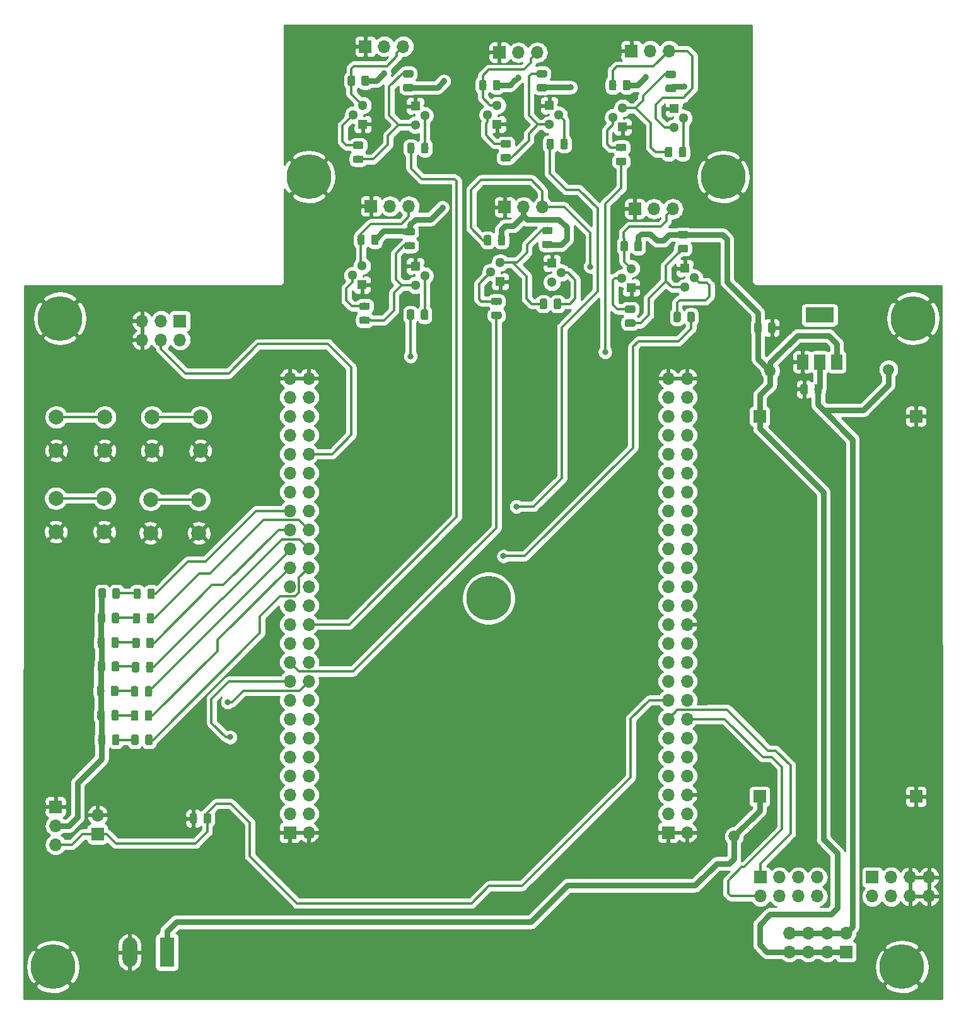
<source format=gtl>
G04 #@! TF.GenerationSoftware,KiCad,Pcbnew,(5.1.2)-2*
G04 #@! TF.CreationDate,2021-07-04T15:20:40+03:00*
G04 #@! TF.ProjectId,control_board,636f6e74-726f-46c5-9f62-6f6172642e6b,rev?*
G04 #@! TF.SameCoordinates,Original*
G04 #@! TF.FileFunction,Copper,L1,Top*
G04 #@! TF.FilePolarity,Positive*
%FSLAX46Y46*%
G04 Gerber Fmt 4.6, Leading zero omitted, Abs format (unit mm)*
G04 Created by KiCad (PCBNEW (5.1.2)-2) date 2021-07-04 15:20:40*
%MOMM*%
%LPD*%
G04 APERTURE LIST*
%ADD10O,1.980000X3.960000*%
%ADD11R,1.980000X3.960000*%
%ADD12C,0.100000*%
%ADD13C,0.975000*%
%ADD14C,6.000000*%
%ADD15C,0.800000*%
%ADD16R,1.700000X1.700000*%
%ADD17O,1.700000X1.700000*%
%ADD18C,2.000000*%
%ADD19C,1.500000*%
%ADD20R,3.800000X2.000000*%
%ADD21R,1.500000X2.000000*%
%ADD22C,1.300000*%
%ADD23R,1.300000X1.300000*%
%ADD24C,0.800000*%
%ADD25C,0.350000*%
%ADD26C,0.254000*%
G04 APERTURE END LIST*
D10*
X43300000Y-150050000D03*
D11*
X48300000Y-150050000D03*
D12*
G36*
X136005142Y-73801174D02*
G01*
X136028803Y-73804684D01*
X136052007Y-73810496D01*
X136074529Y-73818554D01*
X136096153Y-73828782D01*
X136116670Y-73841079D01*
X136135883Y-73855329D01*
X136153607Y-73871393D01*
X136169671Y-73889117D01*
X136183921Y-73908330D01*
X136196218Y-73928847D01*
X136206446Y-73950471D01*
X136214504Y-73972993D01*
X136220316Y-73996197D01*
X136223826Y-74019858D01*
X136225000Y-74043750D01*
X136225000Y-74956250D01*
X136223826Y-74980142D01*
X136220316Y-75003803D01*
X136214504Y-75027007D01*
X136206446Y-75049529D01*
X136196218Y-75071153D01*
X136183921Y-75091670D01*
X136169671Y-75110883D01*
X136153607Y-75128607D01*
X136135883Y-75144671D01*
X136116670Y-75158921D01*
X136096153Y-75171218D01*
X136074529Y-75181446D01*
X136052007Y-75189504D01*
X136028803Y-75195316D01*
X136005142Y-75198826D01*
X135981250Y-75200000D01*
X135493750Y-75200000D01*
X135469858Y-75198826D01*
X135446197Y-75195316D01*
X135422993Y-75189504D01*
X135400471Y-75181446D01*
X135378847Y-75171218D01*
X135358330Y-75158921D01*
X135339117Y-75144671D01*
X135321393Y-75128607D01*
X135305329Y-75110883D01*
X135291079Y-75091670D01*
X135278782Y-75071153D01*
X135268554Y-75049529D01*
X135260496Y-75027007D01*
X135254684Y-75003803D01*
X135251174Y-74980142D01*
X135250000Y-74956250D01*
X135250000Y-74043750D01*
X135251174Y-74019858D01*
X135254684Y-73996197D01*
X135260496Y-73972993D01*
X135268554Y-73950471D01*
X135278782Y-73928847D01*
X135291079Y-73908330D01*
X135305329Y-73889117D01*
X135321393Y-73871393D01*
X135339117Y-73855329D01*
X135358330Y-73841079D01*
X135378847Y-73828782D01*
X135400471Y-73818554D01*
X135422993Y-73810496D01*
X135446197Y-73804684D01*
X135469858Y-73801174D01*
X135493750Y-73800000D01*
X135981250Y-73800000D01*
X136005142Y-73801174D01*
X136005142Y-73801174D01*
G37*
D13*
X135737500Y-74500000D03*
D12*
G36*
X134130142Y-73801174D02*
G01*
X134153803Y-73804684D01*
X134177007Y-73810496D01*
X134199529Y-73818554D01*
X134221153Y-73828782D01*
X134241670Y-73841079D01*
X134260883Y-73855329D01*
X134278607Y-73871393D01*
X134294671Y-73889117D01*
X134308921Y-73908330D01*
X134321218Y-73928847D01*
X134331446Y-73950471D01*
X134339504Y-73972993D01*
X134345316Y-73996197D01*
X134348826Y-74019858D01*
X134350000Y-74043750D01*
X134350000Y-74956250D01*
X134348826Y-74980142D01*
X134345316Y-75003803D01*
X134339504Y-75027007D01*
X134331446Y-75049529D01*
X134321218Y-75071153D01*
X134308921Y-75091670D01*
X134294671Y-75110883D01*
X134278607Y-75128607D01*
X134260883Y-75144671D01*
X134241670Y-75158921D01*
X134221153Y-75171218D01*
X134199529Y-75181446D01*
X134177007Y-75189504D01*
X134153803Y-75195316D01*
X134130142Y-75198826D01*
X134106250Y-75200000D01*
X133618750Y-75200000D01*
X133594858Y-75198826D01*
X133571197Y-75195316D01*
X133547993Y-75189504D01*
X133525471Y-75181446D01*
X133503847Y-75171218D01*
X133483330Y-75158921D01*
X133464117Y-75144671D01*
X133446393Y-75128607D01*
X133430329Y-75110883D01*
X133416079Y-75091670D01*
X133403782Y-75071153D01*
X133393554Y-75049529D01*
X133385496Y-75027007D01*
X133379684Y-75003803D01*
X133376174Y-74980142D01*
X133375000Y-74956250D01*
X133375000Y-74043750D01*
X133376174Y-74019858D01*
X133379684Y-73996197D01*
X133385496Y-73972993D01*
X133393554Y-73950471D01*
X133403782Y-73928847D01*
X133416079Y-73908330D01*
X133430329Y-73889117D01*
X133446393Y-73871393D01*
X133464117Y-73855329D01*
X133483330Y-73841079D01*
X133503847Y-73828782D01*
X133525471Y-73818554D01*
X133547993Y-73810496D01*
X133571197Y-73804684D01*
X133594858Y-73801174D01*
X133618750Y-73800000D01*
X134106250Y-73800000D01*
X134130142Y-73801174D01*
X134130142Y-73801174D01*
G37*
D13*
X133862500Y-74500000D03*
D12*
G36*
X41605142Y-117551174D02*
G01*
X41628803Y-117554684D01*
X41652007Y-117560496D01*
X41674529Y-117568554D01*
X41696153Y-117578782D01*
X41716670Y-117591079D01*
X41735883Y-117605329D01*
X41753607Y-117621393D01*
X41769671Y-117639117D01*
X41783921Y-117658330D01*
X41796218Y-117678847D01*
X41806446Y-117700471D01*
X41814504Y-117722993D01*
X41820316Y-117746197D01*
X41823826Y-117769858D01*
X41825000Y-117793750D01*
X41825000Y-118706250D01*
X41823826Y-118730142D01*
X41820316Y-118753803D01*
X41814504Y-118777007D01*
X41806446Y-118799529D01*
X41796218Y-118821153D01*
X41783921Y-118841670D01*
X41769671Y-118860883D01*
X41753607Y-118878607D01*
X41735883Y-118894671D01*
X41716670Y-118908921D01*
X41696153Y-118921218D01*
X41674529Y-118931446D01*
X41652007Y-118939504D01*
X41628803Y-118945316D01*
X41605142Y-118948826D01*
X41581250Y-118950000D01*
X41093750Y-118950000D01*
X41069858Y-118948826D01*
X41046197Y-118945316D01*
X41022993Y-118939504D01*
X41000471Y-118931446D01*
X40978847Y-118921218D01*
X40958330Y-118908921D01*
X40939117Y-118894671D01*
X40921393Y-118878607D01*
X40905329Y-118860883D01*
X40891079Y-118841670D01*
X40878782Y-118821153D01*
X40868554Y-118799529D01*
X40860496Y-118777007D01*
X40854684Y-118753803D01*
X40851174Y-118730142D01*
X40850000Y-118706250D01*
X40850000Y-117793750D01*
X40851174Y-117769858D01*
X40854684Y-117746197D01*
X40860496Y-117722993D01*
X40868554Y-117700471D01*
X40878782Y-117678847D01*
X40891079Y-117658330D01*
X40905329Y-117639117D01*
X40921393Y-117621393D01*
X40939117Y-117605329D01*
X40958330Y-117591079D01*
X40978847Y-117578782D01*
X41000471Y-117568554D01*
X41022993Y-117560496D01*
X41046197Y-117554684D01*
X41069858Y-117551174D01*
X41093750Y-117550000D01*
X41581250Y-117550000D01*
X41605142Y-117551174D01*
X41605142Y-117551174D01*
G37*
D13*
X41337500Y-118250000D03*
D12*
G36*
X39730142Y-117551174D02*
G01*
X39753803Y-117554684D01*
X39777007Y-117560496D01*
X39799529Y-117568554D01*
X39821153Y-117578782D01*
X39841670Y-117591079D01*
X39860883Y-117605329D01*
X39878607Y-117621393D01*
X39894671Y-117639117D01*
X39908921Y-117658330D01*
X39921218Y-117678847D01*
X39931446Y-117700471D01*
X39939504Y-117722993D01*
X39945316Y-117746197D01*
X39948826Y-117769858D01*
X39950000Y-117793750D01*
X39950000Y-118706250D01*
X39948826Y-118730142D01*
X39945316Y-118753803D01*
X39939504Y-118777007D01*
X39931446Y-118799529D01*
X39921218Y-118821153D01*
X39908921Y-118841670D01*
X39894671Y-118860883D01*
X39878607Y-118878607D01*
X39860883Y-118894671D01*
X39841670Y-118908921D01*
X39821153Y-118921218D01*
X39799529Y-118931446D01*
X39777007Y-118939504D01*
X39753803Y-118945316D01*
X39730142Y-118948826D01*
X39706250Y-118950000D01*
X39218750Y-118950000D01*
X39194858Y-118948826D01*
X39171197Y-118945316D01*
X39147993Y-118939504D01*
X39125471Y-118931446D01*
X39103847Y-118921218D01*
X39083330Y-118908921D01*
X39064117Y-118894671D01*
X39046393Y-118878607D01*
X39030329Y-118860883D01*
X39016079Y-118841670D01*
X39003782Y-118821153D01*
X38993554Y-118799529D01*
X38985496Y-118777007D01*
X38979684Y-118753803D01*
X38976174Y-118730142D01*
X38975000Y-118706250D01*
X38975000Y-117793750D01*
X38976174Y-117769858D01*
X38979684Y-117746197D01*
X38985496Y-117722993D01*
X38993554Y-117700471D01*
X39003782Y-117678847D01*
X39016079Y-117658330D01*
X39030329Y-117639117D01*
X39046393Y-117621393D01*
X39064117Y-117605329D01*
X39083330Y-117591079D01*
X39103847Y-117578782D01*
X39125471Y-117568554D01*
X39147993Y-117560496D01*
X39171197Y-117554684D01*
X39194858Y-117551174D01*
X39218750Y-117550000D01*
X39706250Y-117550000D01*
X39730142Y-117551174D01*
X39730142Y-117551174D01*
G37*
D13*
X39462500Y-118250000D03*
D12*
G36*
X39830142Y-120851174D02*
G01*
X39853803Y-120854684D01*
X39877007Y-120860496D01*
X39899529Y-120868554D01*
X39921153Y-120878782D01*
X39941670Y-120891079D01*
X39960883Y-120905329D01*
X39978607Y-120921393D01*
X39994671Y-120939117D01*
X40008921Y-120958330D01*
X40021218Y-120978847D01*
X40031446Y-121000471D01*
X40039504Y-121022993D01*
X40045316Y-121046197D01*
X40048826Y-121069858D01*
X40050000Y-121093750D01*
X40050000Y-122006250D01*
X40048826Y-122030142D01*
X40045316Y-122053803D01*
X40039504Y-122077007D01*
X40031446Y-122099529D01*
X40021218Y-122121153D01*
X40008921Y-122141670D01*
X39994671Y-122160883D01*
X39978607Y-122178607D01*
X39960883Y-122194671D01*
X39941670Y-122208921D01*
X39921153Y-122221218D01*
X39899529Y-122231446D01*
X39877007Y-122239504D01*
X39853803Y-122245316D01*
X39830142Y-122248826D01*
X39806250Y-122250000D01*
X39318750Y-122250000D01*
X39294858Y-122248826D01*
X39271197Y-122245316D01*
X39247993Y-122239504D01*
X39225471Y-122231446D01*
X39203847Y-122221218D01*
X39183330Y-122208921D01*
X39164117Y-122194671D01*
X39146393Y-122178607D01*
X39130329Y-122160883D01*
X39116079Y-122141670D01*
X39103782Y-122121153D01*
X39093554Y-122099529D01*
X39085496Y-122077007D01*
X39079684Y-122053803D01*
X39076174Y-122030142D01*
X39075000Y-122006250D01*
X39075000Y-121093750D01*
X39076174Y-121069858D01*
X39079684Y-121046197D01*
X39085496Y-121022993D01*
X39093554Y-121000471D01*
X39103782Y-120978847D01*
X39116079Y-120958330D01*
X39130329Y-120939117D01*
X39146393Y-120921393D01*
X39164117Y-120905329D01*
X39183330Y-120891079D01*
X39203847Y-120878782D01*
X39225471Y-120868554D01*
X39247993Y-120860496D01*
X39271197Y-120854684D01*
X39294858Y-120851174D01*
X39318750Y-120850000D01*
X39806250Y-120850000D01*
X39830142Y-120851174D01*
X39830142Y-120851174D01*
G37*
D13*
X39562500Y-121550000D03*
D12*
G36*
X41705142Y-120851174D02*
G01*
X41728803Y-120854684D01*
X41752007Y-120860496D01*
X41774529Y-120868554D01*
X41796153Y-120878782D01*
X41816670Y-120891079D01*
X41835883Y-120905329D01*
X41853607Y-120921393D01*
X41869671Y-120939117D01*
X41883921Y-120958330D01*
X41896218Y-120978847D01*
X41906446Y-121000471D01*
X41914504Y-121022993D01*
X41920316Y-121046197D01*
X41923826Y-121069858D01*
X41925000Y-121093750D01*
X41925000Y-122006250D01*
X41923826Y-122030142D01*
X41920316Y-122053803D01*
X41914504Y-122077007D01*
X41906446Y-122099529D01*
X41896218Y-122121153D01*
X41883921Y-122141670D01*
X41869671Y-122160883D01*
X41853607Y-122178607D01*
X41835883Y-122194671D01*
X41816670Y-122208921D01*
X41796153Y-122221218D01*
X41774529Y-122231446D01*
X41752007Y-122239504D01*
X41728803Y-122245316D01*
X41705142Y-122248826D01*
X41681250Y-122250000D01*
X41193750Y-122250000D01*
X41169858Y-122248826D01*
X41146197Y-122245316D01*
X41122993Y-122239504D01*
X41100471Y-122231446D01*
X41078847Y-122221218D01*
X41058330Y-122208921D01*
X41039117Y-122194671D01*
X41021393Y-122178607D01*
X41005329Y-122160883D01*
X40991079Y-122141670D01*
X40978782Y-122121153D01*
X40968554Y-122099529D01*
X40960496Y-122077007D01*
X40954684Y-122053803D01*
X40951174Y-122030142D01*
X40950000Y-122006250D01*
X40950000Y-121093750D01*
X40951174Y-121069858D01*
X40954684Y-121046197D01*
X40960496Y-121022993D01*
X40968554Y-121000471D01*
X40978782Y-120978847D01*
X40991079Y-120958330D01*
X41005329Y-120939117D01*
X41021393Y-120921393D01*
X41039117Y-120905329D01*
X41058330Y-120891079D01*
X41078847Y-120878782D01*
X41100471Y-120868554D01*
X41122993Y-120860496D01*
X41146197Y-120854684D01*
X41169858Y-120851174D01*
X41193750Y-120850000D01*
X41681250Y-120850000D01*
X41705142Y-120851174D01*
X41705142Y-120851174D01*
G37*
D13*
X41437500Y-121550000D03*
D12*
G36*
X39680142Y-114301174D02*
G01*
X39703803Y-114304684D01*
X39727007Y-114310496D01*
X39749529Y-114318554D01*
X39771153Y-114328782D01*
X39791670Y-114341079D01*
X39810883Y-114355329D01*
X39828607Y-114371393D01*
X39844671Y-114389117D01*
X39858921Y-114408330D01*
X39871218Y-114428847D01*
X39881446Y-114450471D01*
X39889504Y-114472993D01*
X39895316Y-114496197D01*
X39898826Y-114519858D01*
X39900000Y-114543750D01*
X39900000Y-115456250D01*
X39898826Y-115480142D01*
X39895316Y-115503803D01*
X39889504Y-115527007D01*
X39881446Y-115549529D01*
X39871218Y-115571153D01*
X39858921Y-115591670D01*
X39844671Y-115610883D01*
X39828607Y-115628607D01*
X39810883Y-115644671D01*
X39791670Y-115658921D01*
X39771153Y-115671218D01*
X39749529Y-115681446D01*
X39727007Y-115689504D01*
X39703803Y-115695316D01*
X39680142Y-115698826D01*
X39656250Y-115700000D01*
X39168750Y-115700000D01*
X39144858Y-115698826D01*
X39121197Y-115695316D01*
X39097993Y-115689504D01*
X39075471Y-115681446D01*
X39053847Y-115671218D01*
X39033330Y-115658921D01*
X39014117Y-115644671D01*
X38996393Y-115628607D01*
X38980329Y-115610883D01*
X38966079Y-115591670D01*
X38953782Y-115571153D01*
X38943554Y-115549529D01*
X38935496Y-115527007D01*
X38929684Y-115503803D01*
X38926174Y-115480142D01*
X38925000Y-115456250D01*
X38925000Y-114543750D01*
X38926174Y-114519858D01*
X38929684Y-114496197D01*
X38935496Y-114472993D01*
X38943554Y-114450471D01*
X38953782Y-114428847D01*
X38966079Y-114408330D01*
X38980329Y-114389117D01*
X38996393Y-114371393D01*
X39014117Y-114355329D01*
X39033330Y-114341079D01*
X39053847Y-114328782D01*
X39075471Y-114318554D01*
X39097993Y-114310496D01*
X39121197Y-114304684D01*
X39144858Y-114301174D01*
X39168750Y-114300000D01*
X39656250Y-114300000D01*
X39680142Y-114301174D01*
X39680142Y-114301174D01*
G37*
D13*
X39412500Y-115000000D03*
D12*
G36*
X41555142Y-114301174D02*
G01*
X41578803Y-114304684D01*
X41602007Y-114310496D01*
X41624529Y-114318554D01*
X41646153Y-114328782D01*
X41666670Y-114341079D01*
X41685883Y-114355329D01*
X41703607Y-114371393D01*
X41719671Y-114389117D01*
X41733921Y-114408330D01*
X41746218Y-114428847D01*
X41756446Y-114450471D01*
X41764504Y-114472993D01*
X41770316Y-114496197D01*
X41773826Y-114519858D01*
X41775000Y-114543750D01*
X41775000Y-115456250D01*
X41773826Y-115480142D01*
X41770316Y-115503803D01*
X41764504Y-115527007D01*
X41756446Y-115549529D01*
X41746218Y-115571153D01*
X41733921Y-115591670D01*
X41719671Y-115610883D01*
X41703607Y-115628607D01*
X41685883Y-115644671D01*
X41666670Y-115658921D01*
X41646153Y-115671218D01*
X41624529Y-115681446D01*
X41602007Y-115689504D01*
X41578803Y-115695316D01*
X41555142Y-115698826D01*
X41531250Y-115700000D01*
X41043750Y-115700000D01*
X41019858Y-115698826D01*
X40996197Y-115695316D01*
X40972993Y-115689504D01*
X40950471Y-115681446D01*
X40928847Y-115671218D01*
X40908330Y-115658921D01*
X40889117Y-115644671D01*
X40871393Y-115628607D01*
X40855329Y-115610883D01*
X40841079Y-115591670D01*
X40828782Y-115571153D01*
X40818554Y-115549529D01*
X40810496Y-115527007D01*
X40804684Y-115503803D01*
X40801174Y-115480142D01*
X40800000Y-115456250D01*
X40800000Y-114543750D01*
X40801174Y-114519858D01*
X40804684Y-114496197D01*
X40810496Y-114472993D01*
X40818554Y-114450471D01*
X40828782Y-114428847D01*
X40841079Y-114408330D01*
X40855329Y-114389117D01*
X40871393Y-114371393D01*
X40889117Y-114355329D01*
X40908330Y-114341079D01*
X40928847Y-114328782D01*
X40950471Y-114318554D01*
X40972993Y-114310496D01*
X40996197Y-114304684D01*
X41019858Y-114301174D01*
X41043750Y-114300000D01*
X41531250Y-114300000D01*
X41555142Y-114301174D01*
X41555142Y-114301174D01*
G37*
D13*
X41287500Y-115000000D03*
D12*
G36*
X41655142Y-111001174D02*
G01*
X41678803Y-111004684D01*
X41702007Y-111010496D01*
X41724529Y-111018554D01*
X41746153Y-111028782D01*
X41766670Y-111041079D01*
X41785883Y-111055329D01*
X41803607Y-111071393D01*
X41819671Y-111089117D01*
X41833921Y-111108330D01*
X41846218Y-111128847D01*
X41856446Y-111150471D01*
X41864504Y-111172993D01*
X41870316Y-111196197D01*
X41873826Y-111219858D01*
X41875000Y-111243750D01*
X41875000Y-112156250D01*
X41873826Y-112180142D01*
X41870316Y-112203803D01*
X41864504Y-112227007D01*
X41856446Y-112249529D01*
X41846218Y-112271153D01*
X41833921Y-112291670D01*
X41819671Y-112310883D01*
X41803607Y-112328607D01*
X41785883Y-112344671D01*
X41766670Y-112358921D01*
X41746153Y-112371218D01*
X41724529Y-112381446D01*
X41702007Y-112389504D01*
X41678803Y-112395316D01*
X41655142Y-112398826D01*
X41631250Y-112400000D01*
X41143750Y-112400000D01*
X41119858Y-112398826D01*
X41096197Y-112395316D01*
X41072993Y-112389504D01*
X41050471Y-112381446D01*
X41028847Y-112371218D01*
X41008330Y-112358921D01*
X40989117Y-112344671D01*
X40971393Y-112328607D01*
X40955329Y-112310883D01*
X40941079Y-112291670D01*
X40928782Y-112271153D01*
X40918554Y-112249529D01*
X40910496Y-112227007D01*
X40904684Y-112203803D01*
X40901174Y-112180142D01*
X40900000Y-112156250D01*
X40900000Y-111243750D01*
X40901174Y-111219858D01*
X40904684Y-111196197D01*
X40910496Y-111172993D01*
X40918554Y-111150471D01*
X40928782Y-111128847D01*
X40941079Y-111108330D01*
X40955329Y-111089117D01*
X40971393Y-111071393D01*
X40989117Y-111055329D01*
X41008330Y-111041079D01*
X41028847Y-111028782D01*
X41050471Y-111018554D01*
X41072993Y-111010496D01*
X41096197Y-111004684D01*
X41119858Y-111001174D01*
X41143750Y-111000000D01*
X41631250Y-111000000D01*
X41655142Y-111001174D01*
X41655142Y-111001174D01*
G37*
D13*
X41387500Y-111700000D03*
D12*
G36*
X39780142Y-111001174D02*
G01*
X39803803Y-111004684D01*
X39827007Y-111010496D01*
X39849529Y-111018554D01*
X39871153Y-111028782D01*
X39891670Y-111041079D01*
X39910883Y-111055329D01*
X39928607Y-111071393D01*
X39944671Y-111089117D01*
X39958921Y-111108330D01*
X39971218Y-111128847D01*
X39981446Y-111150471D01*
X39989504Y-111172993D01*
X39995316Y-111196197D01*
X39998826Y-111219858D01*
X40000000Y-111243750D01*
X40000000Y-112156250D01*
X39998826Y-112180142D01*
X39995316Y-112203803D01*
X39989504Y-112227007D01*
X39981446Y-112249529D01*
X39971218Y-112271153D01*
X39958921Y-112291670D01*
X39944671Y-112310883D01*
X39928607Y-112328607D01*
X39910883Y-112344671D01*
X39891670Y-112358921D01*
X39871153Y-112371218D01*
X39849529Y-112381446D01*
X39827007Y-112389504D01*
X39803803Y-112395316D01*
X39780142Y-112398826D01*
X39756250Y-112400000D01*
X39268750Y-112400000D01*
X39244858Y-112398826D01*
X39221197Y-112395316D01*
X39197993Y-112389504D01*
X39175471Y-112381446D01*
X39153847Y-112371218D01*
X39133330Y-112358921D01*
X39114117Y-112344671D01*
X39096393Y-112328607D01*
X39080329Y-112310883D01*
X39066079Y-112291670D01*
X39053782Y-112271153D01*
X39043554Y-112249529D01*
X39035496Y-112227007D01*
X39029684Y-112203803D01*
X39026174Y-112180142D01*
X39025000Y-112156250D01*
X39025000Y-111243750D01*
X39026174Y-111219858D01*
X39029684Y-111196197D01*
X39035496Y-111172993D01*
X39043554Y-111150471D01*
X39053782Y-111128847D01*
X39066079Y-111108330D01*
X39080329Y-111089117D01*
X39096393Y-111071393D01*
X39114117Y-111055329D01*
X39133330Y-111041079D01*
X39153847Y-111028782D01*
X39175471Y-111018554D01*
X39197993Y-111010496D01*
X39221197Y-111004684D01*
X39244858Y-111001174D01*
X39268750Y-111000000D01*
X39756250Y-111000000D01*
X39780142Y-111001174D01*
X39780142Y-111001174D01*
G37*
D13*
X39512500Y-111700000D03*
D12*
G36*
X39742642Y-107801174D02*
G01*
X39766303Y-107804684D01*
X39789507Y-107810496D01*
X39812029Y-107818554D01*
X39833653Y-107828782D01*
X39854170Y-107841079D01*
X39873383Y-107855329D01*
X39891107Y-107871393D01*
X39907171Y-107889117D01*
X39921421Y-107908330D01*
X39933718Y-107928847D01*
X39943946Y-107950471D01*
X39952004Y-107972993D01*
X39957816Y-107996197D01*
X39961326Y-108019858D01*
X39962500Y-108043750D01*
X39962500Y-108956250D01*
X39961326Y-108980142D01*
X39957816Y-109003803D01*
X39952004Y-109027007D01*
X39943946Y-109049529D01*
X39933718Y-109071153D01*
X39921421Y-109091670D01*
X39907171Y-109110883D01*
X39891107Y-109128607D01*
X39873383Y-109144671D01*
X39854170Y-109158921D01*
X39833653Y-109171218D01*
X39812029Y-109181446D01*
X39789507Y-109189504D01*
X39766303Y-109195316D01*
X39742642Y-109198826D01*
X39718750Y-109200000D01*
X39231250Y-109200000D01*
X39207358Y-109198826D01*
X39183697Y-109195316D01*
X39160493Y-109189504D01*
X39137971Y-109181446D01*
X39116347Y-109171218D01*
X39095830Y-109158921D01*
X39076617Y-109144671D01*
X39058893Y-109128607D01*
X39042829Y-109110883D01*
X39028579Y-109091670D01*
X39016282Y-109071153D01*
X39006054Y-109049529D01*
X38997996Y-109027007D01*
X38992184Y-109003803D01*
X38988674Y-108980142D01*
X38987500Y-108956250D01*
X38987500Y-108043750D01*
X38988674Y-108019858D01*
X38992184Y-107996197D01*
X38997996Y-107972993D01*
X39006054Y-107950471D01*
X39016282Y-107928847D01*
X39028579Y-107908330D01*
X39042829Y-107889117D01*
X39058893Y-107871393D01*
X39076617Y-107855329D01*
X39095830Y-107841079D01*
X39116347Y-107828782D01*
X39137971Y-107818554D01*
X39160493Y-107810496D01*
X39183697Y-107804684D01*
X39207358Y-107801174D01*
X39231250Y-107800000D01*
X39718750Y-107800000D01*
X39742642Y-107801174D01*
X39742642Y-107801174D01*
G37*
D13*
X39475000Y-108500000D03*
D12*
G36*
X41617642Y-107801174D02*
G01*
X41641303Y-107804684D01*
X41664507Y-107810496D01*
X41687029Y-107818554D01*
X41708653Y-107828782D01*
X41729170Y-107841079D01*
X41748383Y-107855329D01*
X41766107Y-107871393D01*
X41782171Y-107889117D01*
X41796421Y-107908330D01*
X41808718Y-107928847D01*
X41818946Y-107950471D01*
X41827004Y-107972993D01*
X41832816Y-107996197D01*
X41836326Y-108019858D01*
X41837500Y-108043750D01*
X41837500Y-108956250D01*
X41836326Y-108980142D01*
X41832816Y-109003803D01*
X41827004Y-109027007D01*
X41818946Y-109049529D01*
X41808718Y-109071153D01*
X41796421Y-109091670D01*
X41782171Y-109110883D01*
X41766107Y-109128607D01*
X41748383Y-109144671D01*
X41729170Y-109158921D01*
X41708653Y-109171218D01*
X41687029Y-109181446D01*
X41664507Y-109189504D01*
X41641303Y-109195316D01*
X41617642Y-109198826D01*
X41593750Y-109200000D01*
X41106250Y-109200000D01*
X41082358Y-109198826D01*
X41058697Y-109195316D01*
X41035493Y-109189504D01*
X41012971Y-109181446D01*
X40991347Y-109171218D01*
X40970830Y-109158921D01*
X40951617Y-109144671D01*
X40933893Y-109128607D01*
X40917829Y-109110883D01*
X40903579Y-109091670D01*
X40891282Y-109071153D01*
X40881054Y-109049529D01*
X40872996Y-109027007D01*
X40867184Y-109003803D01*
X40863674Y-108980142D01*
X40862500Y-108956250D01*
X40862500Y-108043750D01*
X40863674Y-108019858D01*
X40867184Y-107996197D01*
X40872996Y-107972993D01*
X40881054Y-107950471D01*
X40891282Y-107928847D01*
X40903579Y-107908330D01*
X40917829Y-107889117D01*
X40933893Y-107871393D01*
X40951617Y-107855329D01*
X40970830Y-107841079D01*
X40991347Y-107828782D01*
X41012971Y-107818554D01*
X41035493Y-107810496D01*
X41058697Y-107804684D01*
X41082358Y-107801174D01*
X41106250Y-107800000D01*
X41593750Y-107800000D01*
X41617642Y-107801174D01*
X41617642Y-107801174D01*
G37*
D13*
X41350000Y-108500000D03*
D12*
G36*
X39880142Y-101201174D02*
G01*
X39903803Y-101204684D01*
X39927007Y-101210496D01*
X39949529Y-101218554D01*
X39971153Y-101228782D01*
X39991670Y-101241079D01*
X40010883Y-101255329D01*
X40028607Y-101271393D01*
X40044671Y-101289117D01*
X40058921Y-101308330D01*
X40071218Y-101328847D01*
X40081446Y-101350471D01*
X40089504Y-101372993D01*
X40095316Y-101396197D01*
X40098826Y-101419858D01*
X40100000Y-101443750D01*
X40100000Y-102356250D01*
X40098826Y-102380142D01*
X40095316Y-102403803D01*
X40089504Y-102427007D01*
X40081446Y-102449529D01*
X40071218Y-102471153D01*
X40058921Y-102491670D01*
X40044671Y-102510883D01*
X40028607Y-102528607D01*
X40010883Y-102544671D01*
X39991670Y-102558921D01*
X39971153Y-102571218D01*
X39949529Y-102581446D01*
X39927007Y-102589504D01*
X39903803Y-102595316D01*
X39880142Y-102598826D01*
X39856250Y-102600000D01*
X39368750Y-102600000D01*
X39344858Y-102598826D01*
X39321197Y-102595316D01*
X39297993Y-102589504D01*
X39275471Y-102581446D01*
X39253847Y-102571218D01*
X39233330Y-102558921D01*
X39214117Y-102544671D01*
X39196393Y-102528607D01*
X39180329Y-102510883D01*
X39166079Y-102491670D01*
X39153782Y-102471153D01*
X39143554Y-102449529D01*
X39135496Y-102427007D01*
X39129684Y-102403803D01*
X39126174Y-102380142D01*
X39125000Y-102356250D01*
X39125000Y-101443750D01*
X39126174Y-101419858D01*
X39129684Y-101396197D01*
X39135496Y-101372993D01*
X39143554Y-101350471D01*
X39153782Y-101328847D01*
X39166079Y-101308330D01*
X39180329Y-101289117D01*
X39196393Y-101271393D01*
X39214117Y-101255329D01*
X39233330Y-101241079D01*
X39253847Y-101228782D01*
X39275471Y-101218554D01*
X39297993Y-101210496D01*
X39321197Y-101204684D01*
X39344858Y-101201174D01*
X39368750Y-101200000D01*
X39856250Y-101200000D01*
X39880142Y-101201174D01*
X39880142Y-101201174D01*
G37*
D13*
X39612500Y-101900000D03*
D12*
G36*
X41755142Y-101201174D02*
G01*
X41778803Y-101204684D01*
X41802007Y-101210496D01*
X41824529Y-101218554D01*
X41846153Y-101228782D01*
X41866670Y-101241079D01*
X41885883Y-101255329D01*
X41903607Y-101271393D01*
X41919671Y-101289117D01*
X41933921Y-101308330D01*
X41946218Y-101328847D01*
X41956446Y-101350471D01*
X41964504Y-101372993D01*
X41970316Y-101396197D01*
X41973826Y-101419858D01*
X41975000Y-101443750D01*
X41975000Y-102356250D01*
X41973826Y-102380142D01*
X41970316Y-102403803D01*
X41964504Y-102427007D01*
X41956446Y-102449529D01*
X41946218Y-102471153D01*
X41933921Y-102491670D01*
X41919671Y-102510883D01*
X41903607Y-102528607D01*
X41885883Y-102544671D01*
X41866670Y-102558921D01*
X41846153Y-102571218D01*
X41824529Y-102581446D01*
X41802007Y-102589504D01*
X41778803Y-102595316D01*
X41755142Y-102598826D01*
X41731250Y-102600000D01*
X41243750Y-102600000D01*
X41219858Y-102598826D01*
X41196197Y-102595316D01*
X41172993Y-102589504D01*
X41150471Y-102581446D01*
X41128847Y-102571218D01*
X41108330Y-102558921D01*
X41089117Y-102544671D01*
X41071393Y-102528607D01*
X41055329Y-102510883D01*
X41041079Y-102491670D01*
X41028782Y-102471153D01*
X41018554Y-102449529D01*
X41010496Y-102427007D01*
X41004684Y-102403803D01*
X41001174Y-102380142D01*
X41000000Y-102356250D01*
X41000000Y-101443750D01*
X41001174Y-101419858D01*
X41004684Y-101396197D01*
X41010496Y-101372993D01*
X41018554Y-101350471D01*
X41028782Y-101328847D01*
X41041079Y-101308330D01*
X41055329Y-101289117D01*
X41071393Y-101271393D01*
X41089117Y-101255329D01*
X41108330Y-101241079D01*
X41128847Y-101228782D01*
X41150471Y-101218554D01*
X41172993Y-101210496D01*
X41196197Y-101204684D01*
X41219858Y-101201174D01*
X41243750Y-101200000D01*
X41731250Y-101200000D01*
X41755142Y-101201174D01*
X41755142Y-101201174D01*
G37*
D13*
X41487500Y-101900000D03*
D12*
G36*
X41655142Y-104501174D02*
G01*
X41678803Y-104504684D01*
X41702007Y-104510496D01*
X41724529Y-104518554D01*
X41746153Y-104528782D01*
X41766670Y-104541079D01*
X41785883Y-104555329D01*
X41803607Y-104571393D01*
X41819671Y-104589117D01*
X41833921Y-104608330D01*
X41846218Y-104628847D01*
X41856446Y-104650471D01*
X41864504Y-104672993D01*
X41870316Y-104696197D01*
X41873826Y-104719858D01*
X41875000Y-104743750D01*
X41875000Y-105656250D01*
X41873826Y-105680142D01*
X41870316Y-105703803D01*
X41864504Y-105727007D01*
X41856446Y-105749529D01*
X41846218Y-105771153D01*
X41833921Y-105791670D01*
X41819671Y-105810883D01*
X41803607Y-105828607D01*
X41785883Y-105844671D01*
X41766670Y-105858921D01*
X41746153Y-105871218D01*
X41724529Y-105881446D01*
X41702007Y-105889504D01*
X41678803Y-105895316D01*
X41655142Y-105898826D01*
X41631250Y-105900000D01*
X41143750Y-105900000D01*
X41119858Y-105898826D01*
X41096197Y-105895316D01*
X41072993Y-105889504D01*
X41050471Y-105881446D01*
X41028847Y-105871218D01*
X41008330Y-105858921D01*
X40989117Y-105844671D01*
X40971393Y-105828607D01*
X40955329Y-105810883D01*
X40941079Y-105791670D01*
X40928782Y-105771153D01*
X40918554Y-105749529D01*
X40910496Y-105727007D01*
X40904684Y-105703803D01*
X40901174Y-105680142D01*
X40900000Y-105656250D01*
X40900000Y-104743750D01*
X40901174Y-104719858D01*
X40904684Y-104696197D01*
X40910496Y-104672993D01*
X40918554Y-104650471D01*
X40928782Y-104628847D01*
X40941079Y-104608330D01*
X40955329Y-104589117D01*
X40971393Y-104571393D01*
X40989117Y-104555329D01*
X41008330Y-104541079D01*
X41028847Y-104528782D01*
X41050471Y-104518554D01*
X41072993Y-104510496D01*
X41096197Y-104504684D01*
X41119858Y-104501174D01*
X41143750Y-104500000D01*
X41631250Y-104500000D01*
X41655142Y-104501174D01*
X41655142Y-104501174D01*
G37*
D13*
X41387500Y-105200000D03*
D12*
G36*
X39780142Y-104501174D02*
G01*
X39803803Y-104504684D01*
X39827007Y-104510496D01*
X39849529Y-104518554D01*
X39871153Y-104528782D01*
X39891670Y-104541079D01*
X39910883Y-104555329D01*
X39928607Y-104571393D01*
X39944671Y-104589117D01*
X39958921Y-104608330D01*
X39971218Y-104628847D01*
X39981446Y-104650471D01*
X39989504Y-104672993D01*
X39995316Y-104696197D01*
X39998826Y-104719858D01*
X40000000Y-104743750D01*
X40000000Y-105656250D01*
X39998826Y-105680142D01*
X39995316Y-105703803D01*
X39989504Y-105727007D01*
X39981446Y-105749529D01*
X39971218Y-105771153D01*
X39958921Y-105791670D01*
X39944671Y-105810883D01*
X39928607Y-105828607D01*
X39910883Y-105844671D01*
X39891670Y-105858921D01*
X39871153Y-105871218D01*
X39849529Y-105881446D01*
X39827007Y-105889504D01*
X39803803Y-105895316D01*
X39780142Y-105898826D01*
X39756250Y-105900000D01*
X39268750Y-105900000D01*
X39244858Y-105898826D01*
X39221197Y-105895316D01*
X39197993Y-105889504D01*
X39175471Y-105881446D01*
X39153847Y-105871218D01*
X39133330Y-105858921D01*
X39114117Y-105844671D01*
X39096393Y-105828607D01*
X39080329Y-105810883D01*
X39066079Y-105791670D01*
X39053782Y-105771153D01*
X39043554Y-105749529D01*
X39035496Y-105727007D01*
X39029684Y-105703803D01*
X39026174Y-105680142D01*
X39025000Y-105656250D01*
X39025000Y-104743750D01*
X39026174Y-104719858D01*
X39029684Y-104696197D01*
X39035496Y-104672993D01*
X39043554Y-104650471D01*
X39053782Y-104628847D01*
X39066079Y-104608330D01*
X39080329Y-104589117D01*
X39096393Y-104571393D01*
X39114117Y-104555329D01*
X39133330Y-104541079D01*
X39153847Y-104528782D01*
X39175471Y-104518554D01*
X39197993Y-104510496D01*
X39221197Y-104504684D01*
X39244858Y-104501174D01*
X39268750Y-104500000D01*
X39756250Y-104500000D01*
X39780142Y-104501174D01*
X39780142Y-104501174D01*
G37*
D13*
X39512500Y-105200000D03*
D14*
X91500000Y-102550000D03*
D15*
X93750000Y-102550000D03*
X93090990Y-104140990D03*
X91500000Y-104800000D03*
X89909010Y-104140990D03*
X89250000Y-102550000D03*
X89909010Y-100959010D03*
X91500000Y-100300000D03*
X93090990Y-100959010D03*
X148590990Y-150409010D03*
X147000000Y-149750000D03*
X145409010Y-150409010D03*
X144750000Y-152000000D03*
X145409010Y-153590990D03*
X147000000Y-154250000D03*
X148590990Y-153590990D03*
X149250000Y-152000000D03*
D14*
X147000000Y-152000000D03*
D15*
X34590990Y-150409010D03*
X33000000Y-149750000D03*
X31409010Y-150409010D03*
X30750000Y-152000000D03*
X31409010Y-153590990D03*
X33000000Y-154250000D03*
X34590990Y-153590990D03*
X35250000Y-152000000D03*
D14*
X33000000Y-152000000D03*
X123000000Y-46000000D03*
D15*
X125250000Y-46000000D03*
X124590990Y-47590990D03*
X123000000Y-48250000D03*
X121409010Y-47590990D03*
X120750000Y-46000000D03*
X121409010Y-44409010D03*
X123000000Y-43750000D03*
X124590990Y-44409010D03*
X68940990Y-44359010D03*
X67350000Y-43700000D03*
X65759010Y-44359010D03*
X65100000Y-45950000D03*
X65759010Y-47540990D03*
X67350000Y-48200000D03*
X68940990Y-47540990D03*
X69600000Y-45950000D03*
D14*
X67350000Y-46000000D03*
D16*
X39000000Y-134200000D03*
D17*
X39000000Y-131660000D03*
D16*
X115620000Y-134000000D03*
D17*
X118160000Y-134000000D03*
X115620000Y-131460000D03*
X118160000Y-131460000D03*
X115620000Y-128920000D03*
X118160000Y-128920000D03*
X115620000Y-126380000D03*
X118160000Y-126380000D03*
X115620000Y-123840000D03*
X118160000Y-123840000D03*
X115620000Y-121300000D03*
X118160000Y-121300000D03*
X115620000Y-118760000D03*
X118160000Y-118760000D03*
X115620000Y-116220000D03*
X118160000Y-116220000D03*
X115620000Y-113680000D03*
X118160000Y-113680000D03*
X115620000Y-111140000D03*
X118160000Y-111140000D03*
X115620000Y-108600000D03*
X118160000Y-108600000D03*
X115620000Y-106060000D03*
X118160000Y-106060000D03*
X115620000Y-103520000D03*
X118160000Y-103520000D03*
X115620000Y-100980000D03*
X118160000Y-100980000D03*
X115620000Y-98440000D03*
X118160000Y-98440000D03*
X115620000Y-95900000D03*
X118160000Y-95900000D03*
X115620000Y-93360000D03*
X118160000Y-93360000D03*
X115620000Y-90820000D03*
X118160000Y-90820000D03*
X115620000Y-88280000D03*
X118160000Y-88280000D03*
X115620000Y-85740000D03*
X118160000Y-85740000D03*
X115620000Y-83200000D03*
X118160000Y-83200000D03*
X115620000Y-80660000D03*
X118160000Y-80660000D03*
X115620000Y-78120000D03*
X118160000Y-78120000D03*
X115620000Y-75580000D03*
X118160000Y-75580000D03*
X115620000Y-73040000D03*
X118160000Y-73040000D03*
D16*
X64800000Y-134000000D03*
D17*
X67340000Y-134000000D03*
X64800000Y-131460000D03*
X67340000Y-131460000D03*
X64800000Y-128920000D03*
X67340000Y-128920000D03*
X64800000Y-126380000D03*
X67340000Y-126380000D03*
X64800000Y-123840000D03*
X67340000Y-123840000D03*
X64800000Y-121300000D03*
X67340000Y-121300000D03*
X64800000Y-118760000D03*
X67340000Y-118760000D03*
X64800000Y-116220000D03*
X67340000Y-116220000D03*
X64800000Y-113680000D03*
X67340000Y-113680000D03*
X64800000Y-111140000D03*
X67340000Y-111140000D03*
X64800000Y-108600000D03*
X67340000Y-108600000D03*
X64800000Y-106060000D03*
X67340000Y-106060000D03*
X64800000Y-103520000D03*
X67340000Y-103520000D03*
X64800000Y-100980000D03*
X67340000Y-100980000D03*
X64800000Y-98440000D03*
X67340000Y-98440000D03*
X64800000Y-95900000D03*
X67340000Y-95900000D03*
X64800000Y-93360000D03*
X67340000Y-93360000D03*
X64800000Y-90820000D03*
X67340000Y-90820000D03*
X64800000Y-88280000D03*
X67340000Y-88280000D03*
X64800000Y-85740000D03*
X67340000Y-85740000D03*
X64800000Y-83200000D03*
X67340000Y-83200000D03*
X64800000Y-80660000D03*
X67340000Y-80660000D03*
X64800000Y-78120000D03*
X67340000Y-78120000D03*
X64800000Y-75580000D03*
X67340000Y-75580000D03*
X64800000Y-73040000D03*
X67340000Y-73040000D03*
D16*
X33350000Y-130550000D03*
D17*
X33350000Y-133090000D03*
X33350000Y-135630000D03*
X115730000Y-29100000D03*
X113190000Y-29100000D03*
D16*
X110650000Y-29100000D03*
X128000000Y-140000000D03*
D17*
X128000000Y-142540000D03*
X130540000Y-140000000D03*
X130540000Y-142540000D03*
X133080000Y-140000000D03*
X133080000Y-142540000D03*
X135620000Y-140000000D03*
X135620000Y-142540000D03*
D16*
X74950000Y-28500000D03*
D17*
X77490000Y-28500000D03*
X80030000Y-28500000D03*
X98730000Y-50050000D03*
X96190000Y-50050000D03*
D16*
X93650000Y-50050000D03*
X75700000Y-49950000D03*
D17*
X78240000Y-49950000D03*
X80780000Y-49950000D03*
D16*
X139500000Y-150000000D03*
D17*
X139500000Y-147460000D03*
X136960000Y-150000000D03*
X136960000Y-147460000D03*
X134420000Y-150000000D03*
X134420000Y-147460000D03*
X131880000Y-150000000D03*
X131880000Y-147460000D03*
X150620000Y-142540000D03*
X150620000Y-140000000D03*
X148080000Y-142540000D03*
X148080000Y-140000000D03*
X145540000Y-142540000D03*
X145540000Y-140000000D03*
X143000000Y-142540000D03*
D16*
X143000000Y-140000000D03*
X111150000Y-50300000D03*
D17*
X113690000Y-50300000D03*
X116230000Y-50300000D03*
X98030000Y-29300000D03*
X95490000Y-29300000D03*
D16*
X92950000Y-29300000D03*
D12*
G36*
X46105142Y-117601174D02*
G01*
X46128803Y-117604684D01*
X46152007Y-117610496D01*
X46174529Y-117618554D01*
X46196153Y-117628782D01*
X46216670Y-117641079D01*
X46235883Y-117655329D01*
X46253607Y-117671393D01*
X46269671Y-117689117D01*
X46283921Y-117708330D01*
X46296218Y-117728847D01*
X46306446Y-117750471D01*
X46314504Y-117772993D01*
X46320316Y-117796197D01*
X46323826Y-117819858D01*
X46325000Y-117843750D01*
X46325000Y-118756250D01*
X46323826Y-118780142D01*
X46320316Y-118803803D01*
X46314504Y-118827007D01*
X46306446Y-118849529D01*
X46296218Y-118871153D01*
X46283921Y-118891670D01*
X46269671Y-118910883D01*
X46253607Y-118928607D01*
X46235883Y-118944671D01*
X46216670Y-118958921D01*
X46196153Y-118971218D01*
X46174529Y-118981446D01*
X46152007Y-118989504D01*
X46128803Y-118995316D01*
X46105142Y-118998826D01*
X46081250Y-119000000D01*
X45593750Y-119000000D01*
X45569858Y-118998826D01*
X45546197Y-118995316D01*
X45522993Y-118989504D01*
X45500471Y-118981446D01*
X45478847Y-118971218D01*
X45458330Y-118958921D01*
X45439117Y-118944671D01*
X45421393Y-118928607D01*
X45405329Y-118910883D01*
X45391079Y-118891670D01*
X45378782Y-118871153D01*
X45368554Y-118849529D01*
X45360496Y-118827007D01*
X45354684Y-118803803D01*
X45351174Y-118780142D01*
X45350000Y-118756250D01*
X45350000Y-117843750D01*
X45351174Y-117819858D01*
X45354684Y-117796197D01*
X45360496Y-117772993D01*
X45368554Y-117750471D01*
X45378782Y-117728847D01*
X45391079Y-117708330D01*
X45405329Y-117689117D01*
X45421393Y-117671393D01*
X45439117Y-117655329D01*
X45458330Y-117641079D01*
X45478847Y-117628782D01*
X45500471Y-117618554D01*
X45522993Y-117610496D01*
X45546197Y-117604684D01*
X45569858Y-117601174D01*
X45593750Y-117600000D01*
X46081250Y-117600000D01*
X46105142Y-117601174D01*
X46105142Y-117601174D01*
G37*
D13*
X45837500Y-118300000D03*
D12*
G36*
X44230142Y-117601174D02*
G01*
X44253803Y-117604684D01*
X44277007Y-117610496D01*
X44299529Y-117618554D01*
X44321153Y-117628782D01*
X44341670Y-117641079D01*
X44360883Y-117655329D01*
X44378607Y-117671393D01*
X44394671Y-117689117D01*
X44408921Y-117708330D01*
X44421218Y-117728847D01*
X44431446Y-117750471D01*
X44439504Y-117772993D01*
X44445316Y-117796197D01*
X44448826Y-117819858D01*
X44450000Y-117843750D01*
X44450000Y-118756250D01*
X44448826Y-118780142D01*
X44445316Y-118803803D01*
X44439504Y-118827007D01*
X44431446Y-118849529D01*
X44421218Y-118871153D01*
X44408921Y-118891670D01*
X44394671Y-118910883D01*
X44378607Y-118928607D01*
X44360883Y-118944671D01*
X44341670Y-118958921D01*
X44321153Y-118971218D01*
X44299529Y-118981446D01*
X44277007Y-118989504D01*
X44253803Y-118995316D01*
X44230142Y-118998826D01*
X44206250Y-119000000D01*
X43718750Y-119000000D01*
X43694858Y-118998826D01*
X43671197Y-118995316D01*
X43647993Y-118989504D01*
X43625471Y-118981446D01*
X43603847Y-118971218D01*
X43583330Y-118958921D01*
X43564117Y-118944671D01*
X43546393Y-118928607D01*
X43530329Y-118910883D01*
X43516079Y-118891670D01*
X43503782Y-118871153D01*
X43493554Y-118849529D01*
X43485496Y-118827007D01*
X43479684Y-118803803D01*
X43476174Y-118780142D01*
X43475000Y-118756250D01*
X43475000Y-117843750D01*
X43476174Y-117819858D01*
X43479684Y-117796197D01*
X43485496Y-117772993D01*
X43493554Y-117750471D01*
X43503782Y-117728847D01*
X43516079Y-117708330D01*
X43530329Y-117689117D01*
X43546393Y-117671393D01*
X43564117Y-117655329D01*
X43583330Y-117641079D01*
X43603847Y-117628782D01*
X43625471Y-117618554D01*
X43647993Y-117610496D01*
X43671197Y-117604684D01*
X43694858Y-117601174D01*
X43718750Y-117600000D01*
X44206250Y-117600000D01*
X44230142Y-117601174D01*
X44230142Y-117601174D01*
G37*
D13*
X43962500Y-118300000D03*
D12*
G36*
X44280142Y-120851174D02*
G01*
X44303803Y-120854684D01*
X44327007Y-120860496D01*
X44349529Y-120868554D01*
X44371153Y-120878782D01*
X44391670Y-120891079D01*
X44410883Y-120905329D01*
X44428607Y-120921393D01*
X44444671Y-120939117D01*
X44458921Y-120958330D01*
X44471218Y-120978847D01*
X44481446Y-121000471D01*
X44489504Y-121022993D01*
X44495316Y-121046197D01*
X44498826Y-121069858D01*
X44500000Y-121093750D01*
X44500000Y-122006250D01*
X44498826Y-122030142D01*
X44495316Y-122053803D01*
X44489504Y-122077007D01*
X44481446Y-122099529D01*
X44471218Y-122121153D01*
X44458921Y-122141670D01*
X44444671Y-122160883D01*
X44428607Y-122178607D01*
X44410883Y-122194671D01*
X44391670Y-122208921D01*
X44371153Y-122221218D01*
X44349529Y-122231446D01*
X44327007Y-122239504D01*
X44303803Y-122245316D01*
X44280142Y-122248826D01*
X44256250Y-122250000D01*
X43768750Y-122250000D01*
X43744858Y-122248826D01*
X43721197Y-122245316D01*
X43697993Y-122239504D01*
X43675471Y-122231446D01*
X43653847Y-122221218D01*
X43633330Y-122208921D01*
X43614117Y-122194671D01*
X43596393Y-122178607D01*
X43580329Y-122160883D01*
X43566079Y-122141670D01*
X43553782Y-122121153D01*
X43543554Y-122099529D01*
X43535496Y-122077007D01*
X43529684Y-122053803D01*
X43526174Y-122030142D01*
X43525000Y-122006250D01*
X43525000Y-121093750D01*
X43526174Y-121069858D01*
X43529684Y-121046197D01*
X43535496Y-121022993D01*
X43543554Y-121000471D01*
X43553782Y-120978847D01*
X43566079Y-120958330D01*
X43580329Y-120939117D01*
X43596393Y-120921393D01*
X43614117Y-120905329D01*
X43633330Y-120891079D01*
X43653847Y-120878782D01*
X43675471Y-120868554D01*
X43697993Y-120860496D01*
X43721197Y-120854684D01*
X43744858Y-120851174D01*
X43768750Y-120850000D01*
X44256250Y-120850000D01*
X44280142Y-120851174D01*
X44280142Y-120851174D01*
G37*
D13*
X44012500Y-121550000D03*
D12*
G36*
X46155142Y-120851174D02*
G01*
X46178803Y-120854684D01*
X46202007Y-120860496D01*
X46224529Y-120868554D01*
X46246153Y-120878782D01*
X46266670Y-120891079D01*
X46285883Y-120905329D01*
X46303607Y-120921393D01*
X46319671Y-120939117D01*
X46333921Y-120958330D01*
X46346218Y-120978847D01*
X46356446Y-121000471D01*
X46364504Y-121022993D01*
X46370316Y-121046197D01*
X46373826Y-121069858D01*
X46375000Y-121093750D01*
X46375000Y-122006250D01*
X46373826Y-122030142D01*
X46370316Y-122053803D01*
X46364504Y-122077007D01*
X46356446Y-122099529D01*
X46346218Y-122121153D01*
X46333921Y-122141670D01*
X46319671Y-122160883D01*
X46303607Y-122178607D01*
X46285883Y-122194671D01*
X46266670Y-122208921D01*
X46246153Y-122221218D01*
X46224529Y-122231446D01*
X46202007Y-122239504D01*
X46178803Y-122245316D01*
X46155142Y-122248826D01*
X46131250Y-122250000D01*
X45643750Y-122250000D01*
X45619858Y-122248826D01*
X45596197Y-122245316D01*
X45572993Y-122239504D01*
X45550471Y-122231446D01*
X45528847Y-122221218D01*
X45508330Y-122208921D01*
X45489117Y-122194671D01*
X45471393Y-122178607D01*
X45455329Y-122160883D01*
X45441079Y-122141670D01*
X45428782Y-122121153D01*
X45418554Y-122099529D01*
X45410496Y-122077007D01*
X45404684Y-122053803D01*
X45401174Y-122030142D01*
X45400000Y-122006250D01*
X45400000Y-121093750D01*
X45401174Y-121069858D01*
X45404684Y-121046197D01*
X45410496Y-121022993D01*
X45418554Y-121000471D01*
X45428782Y-120978847D01*
X45441079Y-120958330D01*
X45455329Y-120939117D01*
X45471393Y-120921393D01*
X45489117Y-120905329D01*
X45508330Y-120891079D01*
X45528847Y-120878782D01*
X45550471Y-120868554D01*
X45572993Y-120860496D01*
X45596197Y-120854684D01*
X45619858Y-120851174D01*
X45643750Y-120850000D01*
X46131250Y-120850000D01*
X46155142Y-120851174D01*
X46155142Y-120851174D01*
G37*
D13*
X45887500Y-121550000D03*
D12*
G36*
X46105142Y-114351174D02*
G01*
X46128803Y-114354684D01*
X46152007Y-114360496D01*
X46174529Y-114368554D01*
X46196153Y-114378782D01*
X46216670Y-114391079D01*
X46235883Y-114405329D01*
X46253607Y-114421393D01*
X46269671Y-114439117D01*
X46283921Y-114458330D01*
X46296218Y-114478847D01*
X46306446Y-114500471D01*
X46314504Y-114522993D01*
X46320316Y-114546197D01*
X46323826Y-114569858D01*
X46325000Y-114593750D01*
X46325000Y-115506250D01*
X46323826Y-115530142D01*
X46320316Y-115553803D01*
X46314504Y-115577007D01*
X46306446Y-115599529D01*
X46296218Y-115621153D01*
X46283921Y-115641670D01*
X46269671Y-115660883D01*
X46253607Y-115678607D01*
X46235883Y-115694671D01*
X46216670Y-115708921D01*
X46196153Y-115721218D01*
X46174529Y-115731446D01*
X46152007Y-115739504D01*
X46128803Y-115745316D01*
X46105142Y-115748826D01*
X46081250Y-115750000D01*
X45593750Y-115750000D01*
X45569858Y-115748826D01*
X45546197Y-115745316D01*
X45522993Y-115739504D01*
X45500471Y-115731446D01*
X45478847Y-115721218D01*
X45458330Y-115708921D01*
X45439117Y-115694671D01*
X45421393Y-115678607D01*
X45405329Y-115660883D01*
X45391079Y-115641670D01*
X45378782Y-115621153D01*
X45368554Y-115599529D01*
X45360496Y-115577007D01*
X45354684Y-115553803D01*
X45351174Y-115530142D01*
X45350000Y-115506250D01*
X45350000Y-114593750D01*
X45351174Y-114569858D01*
X45354684Y-114546197D01*
X45360496Y-114522993D01*
X45368554Y-114500471D01*
X45378782Y-114478847D01*
X45391079Y-114458330D01*
X45405329Y-114439117D01*
X45421393Y-114421393D01*
X45439117Y-114405329D01*
X45458330Y-114391079D01*
X45478847Y-114378782D01*
X45500471Y-114368554D01*
X45522993Y-114360496D01*
X45546197Y-114354684D01*
X45569858Y-114351174D01*
X45593750Y-114350000D01*
X46081250Y-114350000D01*
X46105142Y-114351174D01*
X46105142Y-114351174D01*
G37*
D13*
X45837500Y-115050000D03*
D12*
G36*
X44230142Y-114351174D02*
G01*
X44253803Y-114354684D01*
X44277007Y-114360496D01*
X44299529Y-114368554D01*
X44321153Y-114378782D01*
X44341670Y-114391079D01*
X44360883Y-114405329D01*
X44378607Y-114421393D01*
X44394671Y-114439117D01*
X44408921Y-114458330D01*
X44421218Y-114478847D01*
X44431446Y-114500471D01*
X44439504Y-114522993D01*
X44445316Y-114546197D01*
X44448826Y-114569858D01*
X44450000Y-114593750D01*
X44450000Y-115506250D01*
X44448826Y-115530142D01*
X44445316Y-115553803D01*
X44439504Y-115577007D01*
X44431446Y-115599529D01*
X44421218Y-115621153D01*
X44408921Y-115641670D01*
X44394671Y-115660883D01*
X44378607Y-115678607D01*
X44360883Y-115694671D01*
X44341670Y-115708921D01*
X44321153Y-115721218D01*
X44299529Y-115731446D01*
X44277007Y-115739504D01*
X44253803Y-115745316D01*
X44230142Y-115748826D01*
X44206250Y-115750000D01*
X43718750Y-115750000D01*
X43694858Y-115748826D01*
X43671197Y-115745316D01*
X43647993Y-115739504D01*
X43625471Y-115731446D01*
X43603847Y-115721218D01*
X43583330Y-115708921D01*
X43564117Y-115694671D01*
X43546393Y-115678607D01*
X43530329Y-115660883D01*
X43516079Y-115641670D01*
X43503782Y-115621153D01*
X43493554Y-115599529D01*
X43485496Y-115577007D01*
X43479684Y-115553803D01*
X43476174Y-115530142D01*
X43475000Y-115506250D01*
X43475000Y-114593750D01*
X43476174Y-114569858D01*
X43479684Y-114546197D01*
X43485496Y-114522993D01*
X43493554Y-114500471D01*
X43503782Y-114478847D01*
X43516079Y-114458330D01*
X43530329Y-114439117D01*
X43546393Y-114421393D01*
X43564117Y-114405329D01*
X43583330Y-114391079D01*
X43603847Y-114378782D01*
X43625471Y-114368554D01*
X43647993Y-114360496D01*
X43671197Y-114354684D01*
X43694858Y-114351174D01*
X43718750Y-114350000D01*
X44206250Y-114350000D01*
X44230142Y-114351174D01*
X44230142Y-114351174D01*
G37*
D13*
X43962500Y-115050000D03*
D12*
G36*
X44380142Y-111101174D02*
G01*
X44403803Y-111104684D01*
X44427007Y-111110496D01*
X44449529Y-111118554D01*
X44471153Y-111128782D01*
X44491670Y-111141079D01*
X44510883Y-111155329D01*
X44528607Y-111171393D01*
X44544671Y-111189117D01*
X44558921Y-111208330D01*
X44571218Y-111228847D01*
X44581446Y-111250471D01*
X44589504Y-111272993D01*
X44595316Y-111296197D01*
X44598826Y-111319858D01*
X44600000Y-111343750D01*
X44600000Y-112256250D01*
X44598826Y-112280142D01*
X44595316Y-112303803D01*
X44589504Y-112327007D01*
X44581446Y-112349529D01*
X44571218Y-112371153D01*
X44558921Y-112391670D01*
X44544671Y-112410883D01*
X44528607Y-112428607D01*
X44510883Y-112444671D01*
X44491670Y-112458921D01*
X44471153Y-112471218D01*
X44449529Y-112481446D01*
X44427007Y-112489504D01*
X44403803Y-112495316D01*
X44380142Y-112498826D01*
X44356250Y-112500000D01*
X43868750Y-112500000D01*
X43844858Y-112498826D01*
X43821197Y-112495316D01*
X43797993Y-112489504D01*
X43775471Y-112481446D01*
X43753847Y-112471218D01*
X43733330Y-112458921D01*
X43714117Y-112444671D01*
X43696393Y-112428607D01*
X43680329Y-112410883D01*
X43666079Y-112391670D01*
X43653782Y-112371153D01*
X43643554Y-112349529D01*
X43635496Y-112327007D01*
X43629684Y-112303803D01*
X43626174Y-112280142D01*
X43625000Y-112256250D01*
X43625000Y-111343750D01*
X43626174Y-111319858D01*
X43629684Y-111296197D01*
X43635496Y-111272993D01*
X43643554Y-111250471D01*
X43653782Y-111228847D01*
X43666079Y-111208330D01*
X43680329Y-111189117D01*
X43696393Y-111171393D01*
X43714117Y-111155329D01*
X43733330Y-111141079D01*
X43753847Y-111128782D01*
X43775471Y-111118554D01*
X43797993Y-111110496D01*
X43821197Y-111104684D01*
X43844858Y-111101174D01*
X43868750Y-111100000D01*
X44356250Y-111100000D01*
X44380142Y-111101174D01*
X44380142Y-111101174D01*
G37*
D13*
X44112500Y-111800000D03*
D12*
G36*
X46255142Y-111101174D02*
G01*
X46278803Y-111104684D01*
X46302007Y-111110496D01*
X46324529Y-111118554D01*
X46346153Y-111128782D01*
X46366670Y-111141079D01*
X46385883Y-111155329D01*
X46403607Y-111171393D01*
X46419671Y-111189117D01*
X46433921Y-111208330D01*
X46446218Y-111228847D01*
X46456446Y-111250471D01*
X46464504Y-111272993D01*
X46470316Y-111296197D01*
X46473826Y-111319858D01*
X46475000Y-111343750D01*
X46475000Y-112256250D01*
X46473826Y-112280142D01*
X46470316Y-112303803D01*
X46464504Y-112327007D01*
X46456446Y-112349529D01*
X46446218Y-112371153D01*
X46433921Y-112391670D01*
X46419671Y-112410883D01*
X46403607Y-112428607D01*
X46385883Y-112444671D01*
X46366670Y-112458921D01*
X46346153Y-112471218D01*
X46324529Y-112481446D01*
X46302007Y-112489504D01*
X46278803Y-112495316D01*
X46255142Y-112498826D01*
X46231250Y-112500000D01*
X45743750Y-112500000D01*
X45719858Y-112498826D01*
X45696197Y-112495316D01*
X45672993Y-112489504D01*
X45650471Y-112481446D01*
X45628847Y-112471218D01*
X45608330Y-112458921D01*
X45589117Y-112444671D01*
X45571393Y-112428607D01*
X45555329Y-112410883D01*
X45541079Y-112391670D01*
X45528782Y-112371153D01*
X45518554Y-112349529D01*
X45510496Y-112327007D01*
X45504684Y-112303803D01*
X45501174Y-112280142D01*
X45500000Y-112256250D01*
X45500000Y-111343750D01*
X45501174Y-111319858D01*
X45504684Y-111296197D01*
X45510496Y-111272993D01*
X45518554Y-111250471D01*
X45528782Y-111228847D01*
X45541079Y-111208330D01*
X45555329Y-111189117D01*
X45571393Y-111171393D01*
X45589117Y-111155329D01*
X45608330Y-111141079D01*
X45628847Y-111128782D01*
X45650471Y-111118554D01*
X45672993Y-111110496D01*
X45696197Y-111104684D01*
X45719858Y-111101174D01*
X45743750Y-111100000D01*
X46231250Y-111100000D01*
X46255142Y-111101174D01*
X46255142Y-111101174D01*
G37*
D13*
X45987500Y-111800000D03*
D12*
G36*
X46305142Y-107851174D02*
G01*
X46328803Y-107854684D01*
X46352007Y-107860496D01*
X46374529Y-107868554D01*
X46396153Y-107878782D01*
X46416670Y-107891079D01*
X46435883Y-107905329D01*
X46453607Y-107921393D01*
X46469671Y-107939117D01*
X46483921Y-107958330D01*
X46496218Y-107978847D01*
X46506446Y-108000471D01*
X46514504Y-108022993D01*
X46520316Y-108046197D01*
X46523826Y-108069858D01*
X46525000Y-108093750D01*
X46525000Y-109006250D01*
X46523826Y-109030142D01*
X46520316Y-109053803D01*
X46514504Y-109077007D01*
X46506446Y-109099529D01*
X46496218Y-109121153D01*
X46483921Y-109141670D01*
X46469671Y-109160883D01*
X46453607Y-109178607D01*
X46435883Y-109194671D01*
X46416670Y-109208921D01*
X46396153Y-109221218D01*
X46374529Y-109231446D01*
X46352007Y-109239504D01*
X46328803Y-109245316D01*
X46305142Y-109248826D01*
X46281250Y-109250000D01*
X45793750Y-109250000D01*
X45769858Y-109248826D01*
X45746197Y-109245316D01*
X45722993Y-109239504D01*
X45700471Y-109231446D01*
X45678847Y-109221218D01*
X45658330Y-109208921D01*
X45639117Y-109194671D01*
X45621393Y-109178607D01*
X45605329Y-109160883D01*
X45591079Y-109141670D01*
X45578782Y-109121153D01*
X45568554Y-109099529D01*
X45560496Y-109077007D01*
X45554684Y-109053803D01*
X45551174Y-109030142D01*
X45550000Y-109006250D01*
X45550000Y-108093750D01*
X45551174Y-108069858D01*
X45554684Y-108046197D01*
X45560496Y-108022993D01*
X45568554Y-108000471D01*
X45578782Y-107978847D01*
X45591079Y-107958330D01*
X45605329Y-107939117D01*
X45621393Y-107921393D01*
X45639117Y-107905329D01*
X45658330Y-107891079D01*
X45678847Y-107878782D01*
X45700471Y-107868554D01*
X45722993Y-107860496D01*
X45746197Y-107854684D01*
X45769858Y-107851174D01*
X45793750Y-107850000D01*
X46281250Y-107850000D01*
X46305142Y-107851174D01*
X46305142Y-107851174D01*
G37*
D13*
X46037500Y-108550000D03*
D12*
G36*
X44430142Y-107851174D02*
G01*
X44453803Y-107854684D01*
X44477007Y-107860496D01*
X44499529Y-107868554D01*
X44521153Y-107878782D01*
X44541670Y-107891079D01*
X44560883Y-107905329D01*
X44578607Y-107921393D01*
X44594671Y-107939117D01*
X44608921Y-107958330D01*
X44621218Y-107978847D01*
X44631446Y-108000471D01*
X44639504Y-108022993D01*
X44645316Y-108046197D01*
X44648826Y-108069858D01*
X44650000Y-108093750D01*
X44650000Y-109006250D01*
X44648826Y-109030142D01*
X44645316Y-109053803D01*
X44639504Y-109077007D01*
X44631446Y-109099529D01*
X44621218Y-109121153D01*
X44608921Y-109141670D01*
X44594671Y-109160883D01*
X44578607Y-109178607D01*
X44560883Y-109194671D01*
X44541670Y-109208921D01*
X44521153Y-109221218D01*
X44499529Y-109231446D01*
X44477007Y-109239504D01*
X44453803Y-109245316D01*
X44430142Y-109248826D01*
X44406250Y-109250000D01*
X43918750Y-109250000D01*
X43894858Y-109248826D01*
X43871197Y-109245316D01*
X43847993Y-109239504D01*
X43825471Y-109231446D01*
X43803847Y-109221218D01*
X43783330Y-109208921D01*
X43764117Y-109194671D01*
X43746393Y-109178607D01*
X43730329Y-109160883D01*
X43716079Y-109141670D01*
X43703782Y-109121153D01*
X43693554Y-109099529D01*
X43685496Y-109077007D01*
X43679684Y-109053803D01*
X43676174Y-109030142D01*
X43675000Y-109006250D01*
X43675000Y-108093750D01*
X43676174Y-108069858D01*
X43679684Y-108046197D01*
X43685496Y-108022993D01*
X43693554Y-108000471D01*
X43703782Y-107978847D01*
X43716079Y-107958330D01*
X43730329Y-107939117D01*
X43746393Y-107921393D01*
X43764117Y-107905329D01*
X43783330Y-107891079D01*
X43803847Y-107878782D01*
X43825471Y-107868554D01*
X43847993Y-107860496D01*
X43871197Y-107854684D01*
X43894858Y-107851174D01*
X43918750Y-107850000D01*
X44406250Y-107850000D01*
X44430142Y-107851174D01*
X44430142Y-107851174D01*
G37*
D13*
X44162500Y-108550000D03*
D12*
G36*
X46455142Y-101251174D02*
G01*
X46478803Y-101254684D01*
X46502007Y-101260496D01*
X46524529Y-101268554D01*
X46546153Y-101278782D01*
X46566670Y-101291079D01*
X46585883Y-101305329D01*
X46603607Y-101321393D01*
X46619671Y-101339117D01*
X46633921Y-101358330D01*
X46646218Y-101378847D01*
X46656446Y-101400471D01*
X46664504Y-101422993D01*
X46670316Y-101446197D01*
X46673826Y-101469858D01*
X46675000Y-101493750D01*
X46675000Y-102406250D01*
X46673826Y-102430142D01*
X46670316Y-102453803D01*
X46664504Y-102477007D01*
X46656446Y-102499529D01*
X46646218Y-102521153D01*
X46633921Y-102541670D01*
X46619671Y-102560883D01*
X46603607Y-102578607D01*
X46585883Y-102594671D01*
X46566670Y-102608921D01*
X46546153Y-102621218D01*
X46524529Y-102631446D01*
X46502007Y-102639504D01*
X46478803Y-102645316D01*
X46455142Y-102648826D01*
X46431250Y-102650000D01*
X45943750Y-102650000D01*
X45919858Y-102648826D01*
X45896197Y-102645316D01*
X45872993Y-102639504D01*
X45850471Y-102631446D01*
X45828847Y-102621218D01*
X45808330Y-102608921D01*
X45789117Y-102594671D01*
X45771393Y-102578607D01*
X45755329Y-102560883D01*
X45741079Y-102541670D01*
X45728782Y-102521153D01*
X45718554Y-102499529D01*
X45710496Y-102477007D01*
X45704684Y-102453803D01*
X45701174Y-102430142D01*
X45700000Y-102406250D01*
X45700000Y-101493750D01*
X45701174Y-101469858D01*
X45704684Y-101446197D01*
X45710496Y-101422993D01*
X45718554Y-101400471D01*
X45728782Y-101378847D01*
X45741079Y-101358330D01*
X45755329Y-101339117D01*
X45771393Y-101321393D01*
X45789117Y-101305329D01*
X45808330Y-101291079D01*
X45828847Y-101278782D01*
X45850471Y-101268554D01*
X45872993Y-101260496D01*
X45896197Y-101254684D01*
X45919858Y-101251174D01*
X45943750Y-101250000D01*
X46431250Y-101250000D01*
X46455142Y-101251174D01*
X46455142Y-101251174D01*
G37*
D13*
X46187500Y-101950000D03*
D12*
G36*
X44580142Y-101251174D02*
G01*
X44603803Y-101254684D01*
X44627007Y-101260496D01*
X44649529Y-101268554D01*
X44671153Y-101278782D01*
X44691670Y-101291079D01*
X44710883Y-101305329D01*
X44728607Y-101321393D01*
X44744671Y-101339117D01*
X44758921Y-101358330D01*
X44771218Y-101378847D01*
X44781446Y-101400471D01*
X44789504Y-101422993D01*
X44795316Y-101446197D01*
X44798826Y-101469858D01*
X44800000Y-101493750D01*
X44800000Y-102406250D01*
X44798826Y-102430142D01*
X44795316Y-102453803D01*
X44789504Y-102477007D01*
X44781446Y-102499529D01*
X44771218Y-102521153D01*
X44758921Y-102541670D01*
X44744671Y-102560883D01*
X44728607Y-102578607D01*
X44710883Y-102594671D01*
X44691670Y-102608921D01*
X44671153Y-102621218D01*
X44649529Y-102631446D01*
X44627007Y-102639504D01*
X44603803Y-102645316D01*
X44580142Y-102648826D01*
X44556250Y-102650000D01*
X44068750Y-102650000D01*
X44044858Y-102648826D01*
X44021197Y-102645316D01*
X43997993Y-102639504D01*
X43975471Y-102631446D01*
X43953847Y-102621218D01*
X43933330Y-102608921D01*
X43914117Y-102594671D01*
X43896393Y-102578607D01*
X43880329Y-102560883D01*
X43866079Y-102541670D01*
X43853782Y-102521153D01*
X43843554Y-102499529D01*
X43835496Y-102477007D01*
X43829684Y-102453803D01*
X43826174Y-102430142D01*
X43825000Y-102406250D01*
X43825000Y-101493750D01*
X43826174Y-101469858D01*
X43829684Y-101446197D01*
X43835496Y-101422993D01*
X43843554Y-101400471D01*
X43853782Y-101378847D01*
X43866079Y-101358330D01*
X43880329Y-101339117D01*
X43896393Y-101321393D01*
X43914117Y-101305329D01*
X43933330Y-101291079D01*
X43953847Y-101278782D01*
X43975471Y-101268554D01*
X43997993Y-101260496D01*
X44021197Y-101254684D01*
X44044858Y-101251174D01*
X44068750Y-101250000D01*
X44556250Y-101250000D01*
X44580142Y-101251174D01*
X44580142Y-101251174D01*
G37*
D13*
X44312500Y-101950000D03*
D12*
G36*
X44480142Y-104551174D02*
G01*
X44503803Y-104554684D01*
X44527007Y-104560496D01*
X44549529Y-104568554D01*
X44571153Y-104578782D01*
X44591670Y-104591079D01*
X44610883Y-104605329D01*
X44628607Y-104621393D01*
X44644671Y-104639117D01*
X44658921Y-104658330D01*
X44671218Y-104678847D01*
X44681446Y-104700471D01*
X44689504Y-104722993D01*
X44695316Y-104746197D01*
X44698826Y-104769858D01*
X44700000Y-104793750D01*
X44700000Y-105706250D01*
X44698826Y-105730142D01*
X44695316Y-105753803D01*
X44689504Y-105777007D01*
X44681446Y-105799529D01*
X44671218Y-105821153D01*
X44658921Y-105841670D01*
X44644671Y-105860883D01*
X44628607Y-105878607D01*
X44610883Y-105894671D01*
X44591670Y-105908921D01*
X44571153Y-105921218D01*
X44549529Y-105931446D01*
X44527007Y-105939504D01*
X44503803Y-105945316D01*
X44480142Y-105948826D01*
X44456250Y-105950000D01*
X43968750Y-105950000D01*
X43944858Y-105948826D01*
X43921197Y-105945316D01*
X43897993Y-105939504D01*
X43875471Y-105931446D01*
X43853847Y-105921218D01*
X43833330Y-105908921D01*
X43814117Y-105894671D01*
X43796393Y-105878607D01*
X43780329Y-105860883D01*
X43766079Y-105841670D01*
X43753782Y-105821153D01*
X43743554Y-105799529D01*
X43735496Y-105777007D01*
X43729684Y-105753803D01*
X43726174Y-105730142D01*
X43725000Y-105706250D01*
X43725000Y-104793750D01*
X43726174Y-104769858D01*
X43729684Y-104746197D01*
X43735496Y-104722993D01*
X43743554Y-104700471D01*
X43753782Y-104678847D01*
X43766079Y-104658330D01*
X43780329Y-104639117D01*
X43796393Y-104621393D01*
X43814117Y-104605329D01*
X43833330Y-104591079D01*
X43853847Y-104578782D01*
X43875471Y-104568554D01*
X43897993Y-104560496D01*
X43921197Y-104554684D01*
X43944858Y-104551174D01*
X43968750Y-104550000D01*
X44456250Y-104550000D01*
X44480142Y-104551174D01*
X44480142Y-104551174D01*
G37*
D13*
X44212500Y-105250000D03*
D12*
G36*
X46355142Y-104551174D02*
G01*
X46378803Y-104554684D01*
X46402007Y-104560496D01*
X46424529Y-104568554D01*
X46446153Y-104578782D01*
X46466670Y-104591079D01*
X46485883Y-104605329D01*
X46503607Y-104621393D01*
X46519671Y-104639117D01*
X46533921Y-104658330D01*
X46546218Y-104678847D01*
X46556446Y-104700471D01*
X46564504Y-104722993D01*
X46570316Y-104746197D01*
X46573826Y-104769858D01*
X46575000Y-104793750D01*
X46575000Y-105706250D01*
X46573826Y-105730142D01*
X46570316Y-105753803D01*
X46564504Y-105777007D01*
X46556446Y-105799529D01*
X46546218Y-105821153D01*
X46533921Y-105841670D01*
X46519671Y-105860883D01*
X46503607Y-105878607D01*
X46485883Y-105894671D01*
X46466670Y-105908921D01*
X46446153Y-105921218D01*
X46424529Y-105931446D01*
X46402007Y-105939504D01*
X46378803Y-105945316D01*
X46355142Y-105948826D01*
X46331250Y-105950000D01*
X45843750Y-105950000D01*
X45819858Y-105948826D01*
X45796197Y-105945316D01*
X45772993Y-105939504D01*
X45750471Y-105931446D01*
X45728847Y-105921218D01*
X45708330Y-105908921D01*
X45689117Y-105894671D01*
X45671393Y-105878607D01*
X45655329Y-105860883D01*
X45641079Y-105841670D01*
X45628782Y-105821153D01*
X45618554Y-105799529D01*
X45610496Y-105777007D01*
X45604684Y-105753803D01*
X45601174Y-105730142D01*
X45600000Y-105706250D01*
X45600000Y-104793750D01*
X45601174Y-104769858D01*
X45604684Y-104746197D01*
X45610496Y-104722993D01*
X45618554Y-104700471D01*
X45628782Y-104678847D01*
X45641079Y-104658330D01*
X45655329Y-104639117D01*
X45671393Y-104621393D01*
X45689117Y-104605329D01*
X45708330Y-104591079D01*
X45728847Y-104578782D01*
X45750471Y-104568554D01*
X45772993Y-104560496D01*
X45796197Y-104554684D01*
X45819858Y-104551174D01*
X45843750Y-104550000D01*
X46331250Y-104550000D01*
X46355142Y-104551174D01*
X46355142Y-104551174D01*
G37*
D13*
X46087500Y-105250000D03*
D12*
G36*
X52130142Y-131401174D02*
G01*
X52153803Y-131404684D01*
X52177007Y-131410496D01*
X52199529Y-131418554D01*
X52221153Y-131428782D01*
X52241670Y-131441079D01*
X52260883Y-131455329D01*
X52278607Y-131471393D01*
X52294671Y-131489117D01*
X52308921Y-131508330D01*
X52321218Y-131528847D01*
X52331446Y-131550471D01*
X52339504Y-131572993D01*
X52345316Y-131596197D01*
X52348826Y-131619858D01*
X52350000Y-131643750D01*
X52350000Y-132556250D01*
X52348826Y-132580142D01*
X52345316Y-132603803D01*
X52339504Y-132627007D01*
X52331446Y-132649529D01*
X52321218Y-132671153D01*
X52308921Y-132691670D01*
X52294671Y-132710883D01*
X52278607Y-132728607D01*
X52260883Y-132744671D01*
X52241670Y-132758921D01*
X52221153Y-132771218D01*
X52199529Y-132781446D01*
X52177007Y-132789504D01*
X52153803Y-132795316D01*
X52130142Y-132798826D01*
X52106250Y-132800000D01*
X51618750Y-132800000D01*
X51594858Y-132798826D01*
X51571197Y-132795316D01*
X51547993Y-132789504D01*
X51525471Y-132781446D01*
X51503847Y-132771218D01*
X51483330Y-132758921D01*
X51464117Y-132744671D01*
X51446393Y-132728607D01*
X51430329Y-132710883D01*
X51416079Y-132691670D01*
X51403782Y-132671153D01*
X51393554Y-132649529D01*
X51385496Y-132627007D01*
X51379684Y-132603803D01*
X51376174Y-132580142D01*
X51375000Y-132556250D01*
X51375000Y-131643750D01*
X51376174Y-131619858D01*
X51379684Y-131596197D01*
X51385496Y-131572993D01*
X51393554Y-131550471D01*
X51403782Y-131528847D01*
X51416079Y-131508330D01*
X51430329Y-131489117D01*
X51446393Y-131471393D01*
X51464117Y-131455329D01*
X51483330Y-131441079D01*
X51503847Y-131428782D01*
X51525471Y-131418554D01*
X51547993Y-131410496D01*
X51571197Y-131404684D01*
X51594858Y-131401174D01*
X51618750Y-131400000D01*
X52106250Y-131400000D01*
X52130142Y-131401174D01*
X52130142Y-131401174D01*
G37*
D13*
X51862500Y-132100000D03*
D12*
G36*
X54005142Y-131401174D02*
G01*
X54028803Y-131404684D01*
X54052007Y-131410496D01*
X54074529Y-131418554D01*
X54096153Y-131428782D01*
X54116670Y-131441079D01*
X54135883Y-131455329D01*
X54153607Y-131471393D01*
X54169671Y-131489117D01*
X54183921Y-131508330D01*
X54196218Y-131528847D01*
X54206446Y-131550471D01*
X54214504Y-131572993D01*
X54220316Y-131596197D01*
X54223826Y-131619858D01*
X54225000Y-131643750D01*
X54225000Y-132556250D01*
X54223826Y-132580142D01*
X54220316Y-132603803D01*
X54214504Y-132627007D01*
X54206446Y-132649529D01*
X54196218Y-132671153D01*
X54183921Y-132691670D01*
X54169671Y-132710883D01*
X54153607Y-132728607D01*
X54135883Y-132744671D01*
X54116670Y-132758921D01*
X54096153Y-132771218D01*
X54074529Y-132781446D01*
X54052007Y-132789504D01*
X54028803Y-132795316D01*
X54005142Y-132798826D01*
X53981250Y-132800000D01*
X53493750Y-132800000D01*
X53469858Y-132798826D01*
X53446197Y-132795316D01*
X53422993Y-132789504D01*
X53400471Y-132781446D01*
X53378847Y-132771218D01*
X53358330Y-132758921D01*
X53339117Y-132744671D01*
X53321393Y-132728607D01*
X53305329Y-132710883D01*
X53291079Y-132691670D01*
X53278782Y-132671153D01*
X53268554Y-132649529D01*
X53260496Y-132627007D01*
X53254684Y-132603803D01*
X53251174Y-132580142D01*
X53250000Y-132556250D01*
X53250000Y-131643750D01*
X53251174Y-131619858D01*
X53254684Y-131596197D01*
X53260496Y-131572993D01*
X53268554Y-131550471D01*
X53278782Y-131528847D01*
X53291079Y-131508330D01*
X53305329Y-131489117D01*
X53321393Y-131471393D01*
X53339117Y-131455329D01*
X53358330Y-131441079D01*
X53378847Y-131428782D01*
X53400471Y-131418554D01*
X53422993Y-131410496D01*
X53446197Y-131404684D01*
X53469858Y-131401174D01*
X53493750Y-131400000D01*
X53981250Y-131400000D01*
X54005142Y-131401174D01*
X54005142Y-131401174D01*
G37*
D13*
X53737500Y-132100000D03*
D12*
G36*
X100030142Y-40901174D02*
G01*
X100053803Y-40904684D01*
X100077007Y-40910496D01*
X100099529Y-40918554D01*
X100121153Y-40928782D01*
X100141670Y-40941079D01*
X100160883Y-40955329D01*
X100178607Y-40971393D01*
X100194671Y-40989117D01*
X100208921Y-41008330D01*
X100221218Y-41028847D01*
X100231446Y-41050471D01*
X100239504Y-41072993D01*
X100245316Y-41096197D01*
X100248826Y-41119858D01*
X100250000Y-41143750D01*
X100250000Y-42056250D01*
X100248826Y-42080142D01*
X100245316Y-42103803D01*
X100239504Y-42127007D01*
X100231446Y-42149529D01*
X100221218Y-42171153D01*
X100208921Y-42191670D01*
X100194671Y-42210883D01*
X100178607Y-42228607D01*
X100160883Y-42244671D01*
X100141670Y-42258921D01*
X100121153Y-42271218D01*
X100099529Y-42281446D01*
X100077007Y-42289504D01*
X100053803Y-42295316D01*
X100030142Y-42298826D01*
X100006250Y-42300000D01*
X99518750Y-42300000D01*
X99494858Y-42298826D01*
X99471197Y-42295316D01*
X99447993Y-42289504D01*
X99425471Y-42281446D01*
X99403847Y-42271218D01*
X99383330Y-42258921D01*
X99364117Y-42244671D01*
X99346393Y-42228607D01*
X99330329Y-42210883D01*
X99316079Y-42191670D01*
X99303782Y-42171153D01*
X99293554Y-42149529D01*
X99285496Y-42127007D01*
X99279684Y-42103803D01*
X99276174Y-42080142D01*
X99275000Y-42056250D01*
X99275000Y-41143750D01*
X99276174Y-41119858D01*
X99279684Y-41096197D01*
X99285496Y-41072993D01*
X99293554Y-41050471D01*
X99303782Y-41028847D01*
X99316079Y-41008330D01*
X99330329Y-40989117D01*
X99346393Y-40971393D01*
X99364117Y-40955329D01*
X99383330Y-40941079D01*
X99403847Y-40928782D01*
X99425471Y-40918554D01*
X99447993Y-40910496D01*
X99471197Y-40904684D01*
X99494858Y-40901174D01*
X99518750Y-40900000D01*
X100006250Y-40900000D01*
X100030142Y-40901174D01*
X100030142Y-40901174D01*
G37*
D13*
X99762500Y-41600000D03*
D12*
G36*
X101905142Y-40901174D02*
G01*
X101928803Y-40904684D01*
X101952007Y-40910496D01*
X101974529Y-40918554D01*
X101996153Y-40928782D01*
X102016670Y-40941079D01*
X102035883Y-40955329D01*
X102053607Y-40971393D01*
X102069671Y-40989117D01*
X102083921Y-41008330D01*
X102096218Y-41028847D01*
X102106446Y-41050471D01*
X102114504Y-41072993D01*
X102120316Y-41096197D01*
X102123826Y-41119858D01*
X102125000Y-41143750D01*
X102125000Y-42056250D01*
X102123826Y-42080142D01*
X102120316Y-42103803D01*
X102114504Y-42127007D01*
X102106446Y-42149529D01*
X102096218Y-42171153D01*
X102083921Y-42191670D01*
X102069671Y-42210883D01*
X102053607Y-42228607D01*
X102035883Y-42244671D01*
X102016670Y-42258921D01*
X101996153Y-42271218D01*
X101974529Y-42281446D01*
X101952007Y-42289504D01*
X101928803Y-42295316D01*
X101905142Y-42298826D01*
X101881250Y-42300000D01*
X101393750Y-42300000D01*
X101369858Y-42298826D01*
X101346197Y-42295316D01*
X101322993Y-42289504D01*
X101300471Y-42281446D01*
X101278847Y-42271218D01*
X101258330Y-42258921D01*
X101239117Y-42244671D01*
X101221393Y-42228607D01*
X101205329Y-42210883D01*
X101191079Y-42191670D01*
X101178782Y-42171153D01*
X101168554Y-42149529D01*
X101160496Y-42127007D01*
X101154684Y-42103803D01*
X101151174Y-42080142D01*
X101150000Y-42056250D01*
X101150000Y-41143750D01*
X101151174Y-41119858D01*
X101154684Y-41096197D01*
X101160496Y-41072993D01*
X101168554Y-41050471D01*
X101178782Y-41028847D01*
X101191079Y-41008330D01*
X101205329Y-40989117D01*
X101221393Y-40971393D01*
X101239117Y-40955329D01*
X101258330Y-40941079D01*
X101278847Y-40928782D01*
X101300471Y-40918554D01*
X101322993Y-40910496D01*
X101346197Y-40904684D01*
X101369858Y-40901174D01*
X101393750Y-40900000D01*
X101881250Y-40900000D01*
X101905142Y-40901174D01*
X101905142Y-40901174D01*
G37*
D13*
X101637500Y-41600000D03*
D12*
G36*
X109780142Y-43451174D02*
G01*
X109803803Y-43454684D01*
X109827007Y-43460496D01*
X109849529Y-43468554D01*
X109871153Y-43478782D01*
X109891670Y-43491079D01*
X109910883Y-43505329D01*
X109928607Y-43521393D01*
X109944671Y-43539117D01*
X109958921Y-43558330D01*
X109971218Y-43578847D01*
X109981446Y-43600471D01*
X109989504Y-43622993D01*
X109995316Y-43646197D01*
X109998826Y-43669858D01*
X110000000Y-43693750D01*
X110000000Y-44181250D01*
X109998826Y-44205142D01*
X109995316Y-44228803D01*
X109989504Y-44252007D01*
X109981446Y-44274529D01*
X109971218Y-44296153D01*
X109958921Y-44316670D01*
X109944671Y-44335883D01*
X109928607Y-44353607D01*
X109910883Y-44369671D01*
X109891670Y-44383921D01*
X109871153Y-44396218D01*
X109849529Y-44406446D01*
X109827007Y-44414504D01*
X109803803Y-44420316D01*
X109780142Y-44423826D01*
X109756250Y-44425000D01*
X108843750Y-44425000D01*
X108819858Y-44423826D01*
X108796197Y-44420316D01*
X108772993Y-44414504D01*
X108750471Y-44406446D01*
X108728847Y-44396218D01*
X108708330Y-44383921D01*
X108689117Y-44369671D01*
X108671393Y-44353607D01*
X108655329Y-44335883D01*
X108641079Y-44316670D01*
X108628782Y-44296153D01*
X108618554Y-44274529D01*
X108610496Y-44252007D01*
X108604684Y-44228803D01*
X108601174Y-44205142D01*
X108600000Y-44181250D01*
X108600000Y-43693750D01*
X108601174Y-43669858D01*
X108604684Y-43646197D01*
X108610496Y-43622993D01*
X108618554Y-43600471D01*
X108628782Y-43578847D01*
X108641079Y-43558330D01*
X108655329Y-43539117D01*
X108671393Y-43521393D01*
X108689117Y-43505329D01*
X108708330Y-43491079D01*
X108728847Y-43478782D01*
X108750471Y-43468554D01*
X108772993Y-43460496D01*
X108796197Y-43454684D01*
X108819858Y-43451174D01*
X108843750Y-43450000D01*
X109756250Y-43450000D01*
X109780142Y-43451174D01*
X109780142Y-43451174D01*
G37*
D13*
X109300000Y-43937500D03*
D12*
G36*
X109780142Y-41576174D02*
G01*
X109803803Y-41579684D01*
X109827007Y-41585496D01*
X109849529Y-41593554D01*
X109871153Y-41603782D01*
X109891670Y-41616079D01*
X109910883Y-41630329D01*
X109928607Y-41646393D01*
X109944671Y-41664117D01*
X109958921Y-41683330D01*
X109971218Y-41703847D01*
X109981446Y-41725471D01*
X109989504Y-41747993D01*
X109995316Y-41771197D01*
X109998826Y-41794858D01*
X110000000Y-41818750D01*
X110000000Y-42306250D01*
X109998826Y-42330142D01*
X109995316Y-42353803D01*
X109989504Y-42377007D01*
X109981446Y-42399529D01*
X109971218Y-42421153D01*
X109958921Y-42441670D01*
X109944671Y-42460883D01*
X109928607Y-42478607D01*
X109910883Y-42494671D01*
X109891670Y-42508921D01*
X109871153Y-42521218D01*
X109849529Y-42531446D01*
X109827007Y-42539504D01*
X109803803Y-42545316D01*
X109780142Y-42548826D01*
X109756250Y-42550000D01*
X108843750Y-42550000D01*
X108819858Y-42548826D01*
X108796197Y-42545316D01*
X108772993Y-42539504D01*
X108750471Y-42531446D01*
X108728847Y-42521218D01*
X108708330Y-42508921D01*
X108689117Y-42494671D01*
X108671393Y-42478607D01*
X108655329Y-42460883D01*
X108641079Y-42441670D01*
X108628782Y-42421153D01*
X108618554Y-42399529D01*
X108610496Y-42377007D01*
X108604684Y-42353803D01*
X108601174Y-42330142D01*
X108600000Y-42306250D01*
X108600000Y-41818750D01*
X108601174Y-41794858D01*
X108604684Y-41771197D01*
X108610496Y-41747993D01*
X108618554Y-41725471D01*
X108628782Y-41703847D01*
X108641079Y-41683330D01*
X108655329Y-41664117D01*
X108671393Y-41646393D01*
X108689117Y-41630329D01*
X108708330Y-41616079D01*
X108728847Y-41603782D01*
X108750471Y-41593554D01*
X108772993Y-41585496D01*
X108796197Y-41579684D01*
X108819858Y-41576174D01*
X108843750Y-41575000D01*
X109756250Y-41575000D01*
X109780142Y-41576174D01*
X109780142Y-41576174D01*
G37*
D13*
X109300000Y-42062500D03*
D12*
G36*
X93030142Y-62226174D02*
G01*
X93053803Y-62229684D01*
X93077007Y-62235496D01*
X93099529Y-62243554D01*
X93121153Y-62253782D01*
X93141670Y-62266079D01*
X93160883Y-62280329D01*
X93178607Y-62296393D01*
X93194671Y-62314117D01*
X93208921Y-62333330D01*
X93221218Y-62353847D01*
X93231446Y-62375471D01*
X93239504Y-62397993D01*
X93245316Y-62421197D01*
X93248826Y-62444858D01*
X93250000Y-62468750D01*
X93250000Y-62956250D01*
X93248826Y-62980142D01*
X93245316Y-63003803D01*
X93239504Y-63027007D01*
X93231446Y-63049529D01*
X93221218Y-63071153D01*
X93208921Y-63091670D01*
X93194671Y-63110883D01*
X93178607Y-63128607D01*
X93160883Y-63144671D01*
X93141670Y-63158921D01*
X93121153Y-63171218D01*
X93099529Y-63181446D01*
X93077007Y-63189504D01*
X93053803Y-63195316D01*
X93030142Y-63198826D01*
X93006250Y-63200000D01*
X92093750Y-63200000D01*
X92069858Y-63198826D01*
X92046197Y-63195316D01*
X92022993Y-63189504D01*
X92000471Y-63181446D01*
X91978847Y-63171218D01*
X91958330Y-63158921D01*
X91939117Y-63144671D01*
X91921393Y-63128607D01*
X91905329Y-63110883D01*
X91891079Y-63091670D01*
X91878782Y-63071153D01*
X91868554Y-63049529D01*
X91860496Y-63027007D01*
X91854684Y-63003803D01*
X91851174Y-62980142D01*
X91850000Y-62956250D01*
X91850000Y-62468750D01*
X91851174Y-62444858D01*
X91854684Y-62421197D01*
X91860496Y-62397993D01*
X91868554Y-62375471D01*
X91878782Y-62353847D01*
X91891079Y-62333330D01*
X91905329Y-62314117D01*
X91921393Y-62296393D01*
X91939117Y-62280329D01*
X91958330Y-62266079D01*
X91978847Y-62253782D01*
X92000471Y-62243554D01*
X92022993Y-62235496D01*
X92046197Y-62229684D01*
X92069858Y-62226174D01*
X92093750Y-62225000D01*
X93006250Y-62225000D01*
X93030142Y-62226174D01*
X93030142Y-62226174D01*
G37*
D13*
X92550000Y-62712500D03*
D12*
G36*
X93030142Y-64101174D02*
G01*
X93053803Y-64104684D01*
X93077007Y-64110496D01*
X93099529Y-64118554D01*
X93121153Y-64128782D01*
X93141670Y-64141079D01*
X93160883Y-64155329D01*
X93178607Y-64171393D01*
X93194671Y-64189117D01*
X93208921Y-64208330D01*
X93221218Y-64228847D01*
X93231446Y-64250471D01*
X93239504Y-64272993D01*
X93245316Y-64296197D01*
X93248826Y-64319858D01*
X93250000Y-64343750D01*
X93250000Y-64831250D01*
X93248826Y-64855142D01*
X93245316Y-64878803D01*
X93239504Y-64902007D01*
X93231446Y-64924529D01*
X93221218Y-64946153D01*
X93208921Y-64966670D01*
X93194671Y-64985883D01*
X93178607Y-65003607D01*
X93160883Y-65019671D01*
X93141670Y-65033921D01*
X93121153Y-65046218D01*
X93099529Y-65056446D01*
X93077007Y-65064504D01*
X93053803Y-65070316D01*
X93030142Y-65073826D01*
X93006250Y-65075000D01*
X92093750Y-65075000D01*
X92069858Y-65073826D01*
X92046197Y-65070316D01*
X92022993Y-65064504D01*
X92000471Y-65056446D01*
X91978847Y-65046218D01*
X91958330Y-65033921D01*
X91939117Y-65019671D01*
X91921393Y-65003607D01*
X91905329Y-64985883D01*
X91891079Y-64966670D01*
X91878782Y-64946153D01*
X91868554Y-64924529D01*
X91860496Y-64902007D01*
X91854684Y-64878803D01*
X91851174Y-64855142D01*
X91850000Y-64831250D01*
X91850000Y-64343750D01*
X91851174Y-64319858D01*
X91854684Y-64296197D01*
X91860496Y-64272993D01*
X91868554Y-64250471D01*
X91878782Y-64228847D01*
X91891079Y-64208330D01*
X91905329Y-64189117D01*
X91921393Y-64171393D01*
X91939117Y-64155329D01*
X91958330Y-64141079D01*
X91978847Y-64128782D01*
X92000471Y-64118554D01*
X92022993Y-64110496D01*
X92046197Y-64104684D01*
X92069858Y-64101174D01*
X92093750Y-64100000D01*
X93006250Y-64100000D01*
X93030142Y-64101174D01*
X93030142Y-64101174D01*
G37*
D13*
X92550000Y-64587500D03*
D12*
G36*
X116430142Y-31776174D02*
G01*
X116453803Y-31779684D01*
X116477007Y-31785496D01*
X116499529Y-31793554D01*
X116521153Y-31803782D01*
X116541670Y-31816079D01*
X116560883Y-31830329D01*
X116578607Y-31846393D01*
X116594671Y-31864117D01*
X116608921Y-31883330D01*
X116621218Y-31903847D01*
X116631446Y-31925471D01*
X116639504Y-31947993D01*
X116645316Y-31971197D01*
X116648826Y-31994858D01*
X116650000Y-32018750D01*
X116650000Y-32506250D01*
X116648826Y-32530142D01*
X116645316Y-32553803D01*
X116639504Y-32577007D01*
X116631446Y-32599529D01*
X116621218Y-32621153D01*
X116608921Y-32641670D01*
X116594671Y-32660883D01*
X116578607Y-32678607D01*
X116560883Y-32694671D01*
X116541670Y-32708921D01*
X116521153Y-32721218D01*
X116499529Y-32731446D01*
X116477007Y-32739504D01*
X116453803Y-32745316D01*
X116430142Y-32748826D01*
X116406250Y-32750000D01*
X115493750Y-32750000D01*
X115469858Y-32748826D01*
X115446197Y-32745316D01*
X115422993Y-32739504D01*
X115400471Y-32731446D01*
X115378847Y-32721218D01*
X115358330Y-32708921D01*
X115339117Y-32694671D01*
X115321393Y-32678607D01*
X115305329Y-32660883D01*
X115291079Y-32641670D01*
X115278782Y-32621153D01*
X115268554Y-32599529D01*
X115260496Y-32577007D01*
X115254684Y-32553803D01*
X115251174Y-32530142D01*
X115250000Y-32506250D01*
X115250000Y-32018750D01*
X115251174Y-31994858D01*
X115254684Y-31971197D01*
X115260496Y-31947993D01*
X115268554Y-31925471D01*
X115278782Y-31903847D01*
X115291079Y-31883330D01*
X115305329Y-31864117D01*
X115321393Y-31846393D01*
X115339117Y-31830329D01*
X115358330Y-31816079D01*
X115378847Y-31803782D01*
X115400471Y-31793554D01*
X115422993Y-31785496D01*
X115446197Y-31779684D01*
X115469858Y-31776174D01*
X115493750Y-31775000D01*
X116406250Y-31775000D01*
X116430142Y-31776174D01*
X116430142Y-31776174D01*
G37*
D13*
X115950000Y-32262500D03*
D12*
G36*
X116430142Y-33651174D02*
G01*
X116453803Y-33654684D01*
X116477007Y-33660496D01*
X116499529Y-33668554D01*
X116521153Y-33678782D01*
X116541670Y-33691079D01*
X116560883Y-33705329D01*
X116578607Y-33721393D01*
X116594671Y-33739117D01*
X116608921Y-33758330D01*
X116621218Y-33778847D01*
X116631446Y-33800471D01*
X116639504Y-33822993D01*
X116645316Y-33846197D01*
X116648826Y-33869858D01*
X116650000Y-33893750D01*
X116650000Y-34381250D01*
X116648826Y-34405142D01*
X116645316Y-34428803D01*
X116639504Y-34452007D01*
X116631446Y-34474529D01*
X116621218Y-34496153D01*
X116608921Y-34516670D01*
X116594671Y-34535883D01*
X116578607Y-34553607D01*
X116560883Y-34569671D01*
X116541670Y-34583921D01*
X116521153Y-34596218D01*
X116499529Y-34606446D01*
X116477007Y-34614504D01*
X116453803Y-34620316D01*
X116430142Y-34623826D01*
X116406250Y-34625000D01*
X115493750Y-34625000D01*
X115469858Y-34623826D01*
X115446197Y-34620316D01*
X115422993Y-34614504D01*
X115400471Y-34606446D01*
X115378847Y-34596218D01*
X115358330Y-34583921D01*
X115339117Y-34569671D01*
X115321393Y-34553607D01*
X115305329Y-34535883D01*
X115291079Y-34516670D01*
X115278782Y-34496153D01*
X115268554Y-34474529D01*
X115260496Y-34452007D01*
X115254684Y-34428803D01*
X115251174Y-34405142D01*
X115250000Y-34381250D01*
X115250000Y-33893750D01*
X115251174Y-33869858D01*
X115254684Y-33846197D01*
X115260496Y-33822993D01*
X115268554Y-33800471D01*
X115278782Y-33778847D01*
X115291079Y-33758330D01*
X115305329Y-33739117D01*
X115321393Y-33721393D01*
X115339117Y-33705329D01*
X115358330Y-33691079D01*
X115378847Y-33678782D01*
X115400471Y-33668554D01*
X115422993Y-33660496D01*
X115446197Y-33654684D01*
X115469858Y-33651174D01*
X115493750Y-33650000D01*
X116406250Y-33650000D01*
X116430142Y-33651174D01*
X116430142Y-33651174D01*
G37*
D13*
X115950000Y-34137500D03*
D12*
G36*
X99880142Y-54601174D02*
G01*
X99903803Y-54604684D01*
X99927007Y-54610496D01*
X99949529Y-54618554D01*
X99971153Y-54628782D01*
X99991670Y-54641079D01*
X100010883Y-54655329D01*
X100028607Y-54671393D01*
X100044671Y-54689117D01*
X100058921Y-54708330D01*
X100071218Y-54728847D01*
X100081446Y-54750471D01*
X100089504Y-54772993D01*
X100095316Y-54796197D01*
X100098826Y-54819858D01*
X100100000Y-54843750D01*
X100100000Y-55331250D01*
X100098826Y-55355142D01*
X100095316Y-55378803D01*
X100089504Y-55402007D01*
X100081446Y-55424529D01*
X100071218Y-55446153D01*
X100058921Y-55466670D01*
X100044671Y-55485883D01*
X100028607Y-55503607D01*
X100010883Y-55519671D01*
X99991670Y-55533921D01*
X99971153Y-55546218D01*
X99949529Y-55556446D01*
X99927007Y-55564504D01*
X99903803Y-55570316D01*
X99880142Y-55573826D01*
X99856250Y-55575000D01*
X98943750Y-55575000D01*
X98919858Y-55573826D01*
X98896197Y-55570316D01*
X98872993Y-55564504D01*
X98850471Y-55556446D01*
X98828847Y-55546218D01*
X98808330Y-55533921D01*
X98789117Y-55519671D01*
X98771393Y-55503607D01*
X98755329Y-55485883D01*
X98741079Y-55466670D01*
X98728782Y-55446153D01*
X98718554Y-55424529D01*
X98710496Y-55402007D01*
X98704684Y-55378803D01*
X98701174Y-55355142D01*
X98700000Y-55331250D01*
X98700000Y-54843750D01*
X98701174Y-54819858D01*
X98704684Y-54796197D01*
X98710496Y-54772993D01*
X98718554Y-54750471D01*
X98728782Y-54728847D01*
X98741079Y-54708330D01*
X98755329Y-54689117D01*
X98771393Y-54671393D01*
X98789117Y-54655329D01*
X98808330Y-54641079D01*
X98828847Y-54628782D01*
X98850471Y-54618554D01*
X98872993Y-54610496D01*
X98896197Y-54604684D01*
X98919858Y-54601174D01*
X98943750Y-54600000D01*
X99856250Y-54600000D01*
X99880142Y-54601174D01*
X99880142Y-54601174D01*
G37*
D13*
X99400000Y-55087500D03*
D12*
G36*
X99880142Y-52726174D02*
G01*
X99903803Y-52729684D01*
X99927007Y-52735496D01*
X99949529Y-52743554D01*
X99971153Y-52753782D01*
X99991670Y-52766079D01*
X100010883Y-52780329D01*
X100028607Y-52796393D01*
X100044671Y-52814117D01*
X100058921Y-52833330D01*
X100071218Y-52853847D01*
X100081446Y-52875471D01*
X100089504Y-52897993D01*
X100095316Y-52921197D01*
X100098826Y-52944858D01*
X100100000Y-52968750D01*
X100100000Y-53456250D01*
X100098826Y-53480142D01*
X100095316Y-53503803D01*
X100089504Y-53527007D01*
X100081446Y-53549529D01*
X100071218Y-53571153D01*
X100058921Y-53591670D01*
X100044671Y-53610883D01*
X100028607Y-53628607D01*
X100010883Y-53644671D01*
X99991670Y-53658921D01*
X99971153Y-53671218D01*
X99949529Y-53681446D01*
X99927007Y-53689504D01*
X99903803Y-53695316D01*
X99880142Y-53698826D01*
X99856250Y-53700000D01*
X98943750Y-53700000D01*
X98919858Y-53698826D01*
X98896197Y-53695316D01*
X98872993Y-53689504D01*
X98850471Y-53681446D01*
X98828847Y-53671218D01*
X98808330Y-53658921D01*
X98789117Y-53644671D01*
X98771393Y-53628607D01*
X98755329Y-53610883D01*
X98741079Y-53591670D01*
X98728782Y-53571153D01*
X98718554Y-53549529D01*
X98710496Y-53527007D01*
X98704684Y-53503803D01*
X98701174Y-53480142D01*
X98700000Y-53456250D01*
X98700000Y-52968750D01*
X98701174Y-52944858D01*
X98704684Y-52921197D01*
X98710496Y-52897993D01*
X98718554Y-52875471D01*
X98728782Y-52853847D01*
X98741079Y-52833330D01*
X98755329Y-52814117D01*
X98771393Y-52796393D01*
X98789117Y-52780329D01*
X98808330Y-52766079D01*
X98828847Y-52753782D01*
X98850471Y-52743554D01*
X98872993Y-52735496D01*
X98896197Y-52729684D01*
X98919858Y-52726174D01*
X98943750Y-52725000D01*
X99856250Y-52725000D01*
X99880142Y-52726174D01*
X99880142Y-52726174D01*
G37*
D13*
X99400000Y-53212500D03*
D12*
G36*
X99130142Y-31676174D02*
G01*
X99153803Y-31679684D01*
X99177007Y-31685496D01*
X99199529Y-31693554D01*
X99221153Y-31703782D01*
X99241670Y-31716079D01*
X99260883Y-31730329D01*
X99278607Y-31746393D01*
X99294671Y-31764117D01*
X99308921Y-31783330D01*
X99321218Y-31803847D01*
X99331446Y-31825471D01*
X99339504Y-31847993D01*
X99345316Y-31871197D01*
X99348826Y-31894858D01*
X99350000Y-31918750D01*
X99350000Y-32406250D01*
X99348826Y-32430142D01*
X99345316Y-32453803D01*
X99339504Y-32477007D01*
X99331446Y-32499529D01*
X99321218Y-32521153D01*
X99308921Y-32541670D01*
X99294671Y-32560883D01*
X99278607Y-32578607D01*
X99260883Y-32594671D01*
X99241670Y-32608921D01*
X99221153Y-32621218D01*
X99199529Y-32631446D01*
X99177007Y-32639504D01*
X99153803Y-32645316D01*
X99130142Y-32648826D01*
X99106250Y-32650000D01*
X98193750Y-32650000D01*
X98169858Y-32648826D01*
X98146197Y-32645316D01*
X98122993Y-32639504D01*
X98100471Y-32631446D01*
X98078847Y-32621218D01*
X98058330Y-32608921D01*
X98039117Y-32594671D01*
X98021393Y-32578607D01*
X98005329Y-32560883D01*
X97991079Y-32541670D01*
X97978782Y-32521153D01*
X97968554Y-32499529D01*
X97960496Y-32477007D01*
X97954684Y-32453803D01*
X97951174Y-32430142D01*
X97950000Y-32406250D01*
X97950000Y-31918750D01*
X97951174Y-31894858D01*
X97954684Y-31871197D01*
X97960496Y-31847993D01*
X97968554Y-31825471D01*
X97978782Y-31803847D01*
X97991079Y-31783330D01*
X98005329Y-31764117D01*
X98021393Y-31746393D01*
X98039117Y-31730329D01*
X98058330Y-31716079D01*
X98078847Y-31703782D01*
X98100471Y-31693554D01*
X98122993Y-31685496D01*
X98146197Y-31679684D01*
X98169858Y-31676174D01*
X98193750Y-31675000D01*
X99106250Y-31675000D01*
X99130142Y-31676174D01*
X99130142Y-31676174D01*
G37*
D13*
X98650000Y-32162500D03*
D12*
G36*
X99130142Y-33551174D02*
G01*
X99153803Y-33554684D01*
X99177007Y-33560496D01*
X99199529Y-33568554D01*
X99221153Y-33578782D01*
X99241670Y-33591079D01*
X99260883Y-33605329D01*
X99278607Y-33621393D01*
X99294671Y-33639117D01*
X99308921Y-33658330D01*
X99321218Y-33678847D01*
X99331446Y-33700471D01*
X99339504Y-33722993D01*
X99345316Y-33746197D01*
X99348826Y-33769858D01*
X99350000Y-33793750D01*
X99350000Y-34281250D01*
X99348826Y-34305142D01*
X99345316Y-34328803D01*
X99339504Y-34352007D01*
X99331446Y-34374529D01*
X99321218Y-34396153D01*
X99308921Y-34416670D01*
X99294671Y-34435883D01*
X99278607Y-34453607D01*
X99260883Y-34469671D01*
X99241670Y-34483921D01*
X99221153Y-34496218D01*
X99199529Y-34506446D01*
X99177007Y-34514504D01*
X99153803Y-34520316D01*
X99130142Y-34523826D01*
X99106250Y-34525000D01*
X98193750Y-34525000D01*
X98169858Y-34523826D01*
X98146197Y-34520316D01*
X98122993Y-34514504D01*
X98100471Y-34506446D01*
X98078847Y-34496218D01*
X98058330Y-34483921D01*
X98039117Y-34469671D01*
X98021393Y-34453607D01*
X98005329Y-34435883D01*
X97991079Y-34416670D01*
X97978782Y-34396153D01*
X97968554Y-34374529D01*
X97960496Y-34352007D01*
X97954684Y-34328803D01*
X97951174Y-34305142D01*
X97950000Y-34281250D01*
X97950000Y-33793750D01*
X97951174Y-33769858D01*
X97954684Y-33746197D01*
X97960496Y-33722993D01*
X97968554Y-33700471D01*
X97978782Y-33678847D01*
X97991079Y-33658330D01*
X98005329Y-33639117D01*
X98021393Y-33621393D01*
X98039117Y-33605329D01*
X98058330Y-33591079D01*
X98078847Y-33578782D01*
X98100471Y-33568554D01*
X98122993Y-33560496D01*
X98146197Y-33554684D01*
X98169858Y-33551174D01*
X98193750Y-33550000D01*
X99106250Y-33550000D01*
X99130142Y-33551174D01*
X99130142Y-33551174D01*
G37*
D13*
X98650000Y-34037500D03*
D12*
G36*
X94280142Y-41076174D02*
G01*
X94303803Y-41079684D01*
X94327007Y-41085496D01*
X94349529Y-41093554D01*
X94371153Y-41103782D01*
X94391670Y-41116079D01*
X94410883Y-41130329D01*
X94428607Y-41146393D01*
X94444671Y-41164117D01*
X94458921Y-41183330D01*
X94471218Y-41203847D01*
X94481446Y-41225471D01*
X94489504Y-41247993D01*
X94495316Y-41271197D01*
X94498826Y-41294858D01*
X94500000Y-41318750D01*
X94500000Y-41806250D01*
X94498826Y-41830142D01*
X94495316Y-41853803D01*
X94489504Y-41877007D01*
X94481446Y-41899529D01*
X94471218Y-41921153D01*
X94458921Y-41941670D01*
X94444671Y-41960883D01*
X94428607Y-41978607D01*
X94410883Y-41994671D01*
X94391670Y-42008921D01*
X94371153Y-42021218D01*
X94349529Y-42031446D01*
X94327007Y-42039504D01*
X94303803Y-42045316D01*
X94280142Y-42048826D01*
X94256250Y-42050000D01*
X93343750Y-42050000D01*
X93319858Y-42048826D01*
X93296197Y-42045316D01*
X93272993Y-42039504D01*
X93250471Y-42031446D01*
X93228847Y-42021218D01*
X93208330Y-42008921D01*
X93189117Y-41994671D01*
X93171393Y-41978607D01*
X93155329Y-41960883D01*
X93141079Y-41941670D01*
X93128782Y-41921153D01*
X93118554Y-41899529D01*
X93110496Y-41877007D01*
X93104684Y-41853803D01*
X93101174Y-41830142D01*
X93100000Y-41806250D01*
X93100000Y-41318750D01*
X93101174Y-41294858D01*
X93104684Y-41271197D01*
X93110496Y-41247993D01*
X93118554Y-41225471D01*
X93128782Y-41203847D01*
X93141079Y-41183330D01*
X93155329Y-41164117D01*
X93171393Y-41146393D01*
X93189117Y-41130329D01*
X93208330Y-41116079D01*
X93228847Y-41103782D01*
X93250471Y-41093554D01*
X93272993Y-41085496D01*
X93296197Y-41079684D01*
X93319858Y-41076174D01*
X93343750Y-41075000D01*
X94256250Y-41075000D01*
X94280142Y-41076174D01*
X94280142Y-41076174D01*
G37*
D13*
X93800000Y-41562500D03*
D12*
G36*
X94280142Y-42951174D02*
G01*
X94303803Y-42954684D01*
X94327007Y-42960496D01*
X94349529Y-42968554D01*
X94371153Y-42978782D01*
X94391670Y-42991079D01*
X94410883Y-43005329D01*
X94428607Y-43021393D01*
X94444671Y-43039117D01*
X94458921Y-43058330D01*
X94471218Y-43078847D01*
X94481446Y-43100471D01*
X94489504Y-43122993D01*
X94495316Y-43146197D01*
X94498826Y-43169858D01*
X94500000Y-43193750D01*
X94500000Y-43681250D01*
X94498826Y-43705142D01*
X94495316Y-43728803D01*
X94489504Y-43752007D01*
X94481446Y-43774529D01*
X94471218Y-43796153D01*
X94458921Y-43816670D01*
X94444671Y-43835883D01*
X94428607Y-43853607D01*
X94410883Y-43869671D01*
X94391670Y-43883921D01*
X94371153Y-43896218D01*
X94349529Y-43906446D01*
X94327007Y-43914504D01*
X94303803Y-43920316D01*
X94280142Y-43923826D01*
X94256250Y-43925000D01*
X93343750Y-43925000D01*
X93319858Y-43923826D01*
X93296197Y-43920316D01*
X93272993Y-43914504D01*
X93250471Y-43906446D01*
X93228847Y-43896218D01*
X93208330Y-43883921D01*
X93189117Y-43869671D01*
X93171393Y-43853607D01*
X93155329Y-43835883D01*
X93141079Y-43816670D01*
X93128782Y-43796153D01*
X93118554Y-43774529D01*
X93110496Y-43752007D01*
X93104684Y-43728803D01*
X93101174Y-43705142D01*
X93100000Y-43681250D01*
X93100000Y-43193750D01*
X93101174Y-43169858D01*
X93104684Y-43146197D01*
X93110496Y-43122993D01*
X93118554Y-43100471D01*
X93128782Y-43078847D01*
X93141079Y-43058330D01*
X93155329Y-43039117D01*
X93171393Y-43021393D01*
X93189117Y-43005329D01*
X93208330Y-42991079D01*
X93228847Y-42978782D01*
X93250471Y-42968554D01*
X93272993Y-42960496D01*
X93296197Y-42954684D01*
X93319858Y-42951174D01*
X93343750Y-42950000D01*
X94256250Y-42950000D01*
X94280142Y-42951174D01*
X94280142Y-42951174D01*
G37*
D13*
X93800000Y-43437500D03*
D12*
G36*
X117805142Y-42001174D02*
G01*
X117828803Y-42004684D01*
X117852007Y-42010496D01*
X117874529Y-42018554D01*
X117896153Y-42028782D01*
X117916670Y-42041079D01*
X117935883Y-42055329D01*
X117953607Y-42071393D01*
X117969671Y-42089117D01*
X117983921Y-42108330D01*
X117996218Y-42128847D01*
X118006446Y-42150471D01*
X118014504Y-42172993D01*
X118020316Y-42196197D01*
X118023826Y-42219858D01*
X118025000Y-42243750D01*
X118025000Y-43156250D01*
X118023826Y-43180142D01*
X118020316Y-43203803D01*
X118014504Y-43227007D01*
X118006446Y-43249529D01*
X117996218Y-43271153D01*
X117983921Y-43291670D01*
X117969671Y-43310883D01*
X117953607Y-43328607D01*
X117935883Y-43344671D01*
X117916670Y-43358921D01*
X117896153Y-43371218D01*
X117874529Y-43381446D01*
X117852007Y-43389504D01*
X117828803Y-43395316D01*
X117805142Y-43398826D01*
X117781250Y-43400000D01*
X117293750Y-43400000D01*
X117269858Y-43398826D01*
X117246197Y-43395316D01*
X117222993Y-43389504D01*
X117200471Y-43381446D01*
X117178847Y-43371218D01*
X117158330Y-43358921D01*
X117139117Y-43344671D01*
X117121393Y-43328607D01*
X117105329Y-43310883D01*
X117091079Y-43291670D01*
X117078782Y-43271153D01*
X117068554Y-43249529D01*
X117060496Y-43227007D01*
X117054684Y-43203803D01*
X117051174Y-43180142D01*
X117050000Y-43156250D01*
X117050000Y-42243750D01*
X117051174Y-42219858D01*
X117054684Y-42196197D01*
X117060496Y-42172993D01*
X117068554Y-42150471D01*
X117078782Y-42128847D01*
X117091079Y-42108330D01*
X117105329Y-42089117D01*
X117121393Y-42071393D01*
X117139117Y-42055329D01*
X117158330Y-42041079D01*
X117178847Y-42028782D01*
X117200471Y-42018554D01*
X117222993Y-42010496D01*
X117246197Y-42004684D01*
X117269858Y-42001174D01*
X117293750Y-42000000D01*
X117781250Y-42000000D01*
X117805142Y-42001174D01*
X117805142Y-42001174D01*
G37*
D13*
X117537500Y-42700000D03*
D12*
G36*
X115930142Y-42001174D02*
G01*
X115953803Y-42004684D01*
X115977007Y-42010496D01*
X115999529Y-42018554D01*
X116021153Y-42028782D01*
X116041670Y-42041079D01*
X116060883Y-42055329D01*
X116078607Y-42071393D01*
X116094671Y-42089117D01*
X116108921Y-42108330D01*
X116121218Y-42128847D01*
X116131446Y-42150471D01*
X116139504Y-42172993D01*
X116145316Y-42196197D01*
X116148826Y-42219858D01*
X116150000Y-42243750D01*
X116150000Y-43156250D01*
X116148826Y-43180142D01*
X116145316Y-43203803D01*
X116139504Y-43227007D01*
X116131446Y-43249529D01*
X116121218Y-43271153D01*
X116108921Y-43291670D01*
X116094671Y-43310883D01*
X116078607Y-43328607D01*
X116060883Y-43344671D01*
X116041670Y-43358921D01*
X116021153Y-43371218D01*
X115999529Y-43381446D01*
X115977007Y-43389504D01*
X115953803Y-43395316D01*
X115930142Y-43398826D01*
X115906250Y-43400000D01*
X115418750Y-43400000D01*
X115394858Y-43398826D01*
X115371197Y-43395316D01*
X115347993Y-43389504D01*
X115325471Y-43381446D01*
X115303847Y-43371218D01*
X115283330Y-43358921D01*
X115264117Y-43344671D01*
X115246393Y-43328607D01*
X115230329Y-43310883D01*
X115216079Y-43291670D01*
X115203782Y-43271153D01*
X115193554Y-43249529D01*
X115185496Y-43227007D01*
X115179684Y-43203803D01*
X115176174Y-43180142D01*
X115175000Y-43156250D01*
X115175000Y-42243750D01*
X115176174Y-42219858D01*
X115179684Y-42196197D01*
X115185496Y-42172993D01*
X115193554Y-42150471D01*
X115203782Y-42128847D01*
X115216079Y-42108330D01*
X115230329Y-42089117D01*
X115246393Y-42071393D01*
X115264117Y-42055329D01*
X115283330Y-42041079D01*
X115303847Y-42028782D01*
X115325471Y-42018554D01*
X115347993Y-42010496D01*
X115371197Y-42004684D01*
X115394858Y-42001174D01*
X115418750Y-42000000D01*
X115906250Y-42000000D01*
X115930142Y-42001174D01*
X115930142Y-42001174D01*
G37*
D13*
X115662500Y-42700000D03*
D12*
G36*
X99130142Y-62351174D02*
G01*
X99153803Y-62354684D01*
X99177007Y-62360496D01*
X99199529Y-62368554D01*
X99221153Y-62378782D01*
X99241670Y-62391079D01*
X99260883Y-62405329D01*
X99278607Y-62421393D01*
X99294671Y-62439117D01*
X99308921Y-62458330D01*
X99321218Y-62478847D01*
X99331446Y-62500471D01*
X99339504Y-62522993D01*
X99345316Y-62546197D01*
X99348826Y-62569858D01*
X99350000Y-62593750D01*
X99350000Y-63506250D01*
X99348826Y-63530142D01*
X99345316Y-63553803D01*
X99339504Y-63577007D01*
X99331446Y-63599529D01*
X99321218Y-63621153D01*
X99308921Y-63641670D01*
X99294671Y-63660883D01*
X99278607Y-63678607D01*
X99260883Y-63694671D01*
X99241670Y-63708921D01*
X99221153Y-63721218D01*
X99199529Y-63731446D01*
X99177007Y-63739504D01*
X99153803Y-63745316D01*
X99130142Y-63748826D01*
X99106250Y-63750000D01*
X98618750Y-63750000D01*
X98594858Y-63748826D01*
X98571197Y-63745316D01*
X98547993Y-63739504D01*
X98525471Y-63731446D01*
X98503847Y-63721218D01*
X98483330Y-63708921D01*
X98464117Y-63694671D01*
X98446393Y-63678607D01*
X98430329Y-63660883D01*
X98416079Y-63641670D01*
X98403782Y-63621153D01*
X98393554Y-63599529D01*
X98385496Y-63577007D01*
X98379684Y-63553803D01*
X98376174Y-63530142D01*
X98375000Y-63506250D01*
X98375000Y-62593750D01*
X98376174Y-62569858D01*
X98379684Y-62546197D01*
X98385496Y-62522993D01*
X98393554Y-62500471D01*
X98403782Y-62478847D01*
X98416079Y-62458330D01*
X98430329Y-62439117D01*
X98446393Y-62421393D01*
X98464117Y-62405329D01*
X98483330Y-62391079D01*
X98503847Y-62378782D01*
X98525471Y-62368554D01*
X98547993Y-62360496D01*
X98571197Y-62354684D01*
X98594858Y-62351174D01*
X98618750Y-62350000D01*
X99106250Y-62350000D01*
X99130142Y-62351174D01*
X99130142Y-62351174D01*
G37*
D13*
X98862500Y-63050000D03*
D12*
G36*
X101005142Y-62351174D02*
G01*
X101028803Y-62354684D01*
X101052007Y-62360496D01*
X101074529Y-62368554D01*
X101096153Y-62378782D01*
X101116670Y-62391079D01*
X101135883Y-62405329D01*
X101153607Y-62421393D01*
X101169671Y-62439117D01*
X101183921Y-62458330D01*
X101196218Y-62478847D01*
X101206446Y-62500471D01*
X101214504Y-62522993D01*
X101220316Y-62546197D01*
X101223826Y-62569858D01*
X101225000Y-62593750D01*
X101225000Y-63506250D01*
X101223826Y-63530142D01*
X101220316Y-63553803D01*
X101214504Y-63577007D01*
X101206446Y-63599529D01*
X101196218Y-63621153D01*
X101183921Y-63641670D01*
X101169671Y-63660883D01*
X101153607Y-63678607D01*
X101135883Y-63694671D01*
X101116670Y-63708921D01*
X101096153Y-63721218D01*
X101074529Y-63731446D01*
X101052007Y-63739504D01*
X101028803Y-63745316D01*
X101005142Y-63748826D01*
X100981250Y-63750000D01*
X100493750Y-63750000D01*
X100469858Y-63748826D01*
X100446197Y-63745316D01*
X100422993Y-63739504D01*
X100400471Y-63731446D01*
X100378847Y-63721218D01*
X100358330Y-63708921D01*
X100339117Y-63694671D01*
X100321393Y-63678607D01*
X100305329Y-63660883D01*
X100291079Y-63641670D01*
X100278782Y-63621153D01*
X100268554Y-63599529D01*
X100260496Y-63577007D01*
X100254684Y-63553803D01*
X100251174Y-63530142D01*
X100250000Y-63506250D01*
X100250000Y-62593750D01*
X100251174Y-62569858D01*
X100254684Y-62546197D01*
X100260496Y-62522993D01*
X100268554Y-62500471D01*
X100278782Y-62478847D01*
X100291079Y-62458330D01*
X100305329Y-62439117D01*
X100321393Y-62421393D01*
X100339117Y-62405329D01*
X100358330Y-62391079D01*
X100378847Y-62378782D01*
X100400471Y-62368554D01*
X100422993Y-62360496D01*
X100446197Y-62354684D01*
X100469858Y-62351174D01*
X100493750Y-62350000D01*
X100981250Y-62350000D01*
X101005142Y-62351174D01*
X101005142Y-62351174D01*
G37*
D13*
X100737500Y-63050000D03*
D12*
G36*
X110305142Y-33001174D02*
G01*
X110328803Y-33004684D01*
X110352007Y-33010496D01*
X110374529Y-33018554D01*
X110396153Y-33028782D01*
X110416670Y-33041079D01*
X110435883Y-33055329D01*
X110453607Y-33071393D01*
X110469671Y-33089117D01*
X110483921Y-33108330D01*
X110496218Y-33128847D01*
X110506446Y-33150471D01*
X110514504Y-33172993D01*
X110520316Y-33196197D01*
X110523826Y-33219858D01*
X110525000Y-33243750D01*
X110525000Y-34156250D01*
X110523826Y-34180142D01*
X110520316Y-34203803D01*
X110514504Y-34227007D01*
X110506446Y-34249529D01*
X110496218Y-34271153D01*
X110483921Y-34291670D01*
X110469671Y-34310883D01*
X110453607Y-34328607D01*
X110435883Y-34344671D01*
X110416670Y-34358921D01*
X110396153Y-34371218D01*
X110374529Y-34381446D01*
X110352007Y-34389504D01*
X110328803Y-34395316D01*
X110305142Y-34398826D01*
X110281250Y-34400000D01*
X109793750Y-34400000D01*
X109769858Y-34398826D01*
X109746197Y-34395316D01*
X109722993Y-34389504D01*
X109700471Y-34381446D01*
X109678847Y-34371218D01*
X109658330Y-34358921D01*
X109639117Y-34344671D01*
X109621393Y-34328607D01*
X109605329Y-34310883D01*
X109591079Y-34291670D01*
X109578782Y-34271153D01*
X109568554Y-34249529D01*
X109560496Y-34227007D01*
X109554684Y-34203803D01*
X109551174Y-34180142D01*
X109550000Y-34156250D01*
X109550000Y-33243750D01*
X109551174Y-33219858D01*
X109554684Y-33196197D01*
X109560496Y-33172993D01*
X109568554Y-33150471D01*
X109578782Y-33128847D01*
X109591079Y-33108330D01*
X109605329Y-33089117D01*
X109621393Y-33071393D01*
X109639117Y-33055329D01*
X109658330Y-33041079D01*
X109678847Y-33028782D01*
X109700471Y-33018554D01*
X109722993Y-33010496D01*
X109746197Y-33004684D01*
X109769858Y-33001174D01*
X109793750Y-33000000D01*
X110281250Y-33000000D01*
X110305142Y-33001174D01*
X110305142Y-33001174D01*
G37*
D13*
X110037500Y-33700000D03*
D12*
G36*
X108430142Y-33001174D02*
G01*
X108453803Y-33004684D01*
X108477007Y-33010496D01*
X108499529Y-33018554D01*
X108521153Y-33028782D01*
X108541670Y-33041079D01*
X108560883Y-33055329D01*
X108578607Y-33071393D01*
X108594671Y-33089117D01*
X108608921Y-33108330D01*
X108621218Y-33128847D01*
X108631446Y-33150471D01*
X108639504Y-33172993D01*
X108645316Y-33196197D01*
X108648826Y-33219858D01*
X108650000Y-33243750D01*
X108650000Y-34156250D01*
X108648826Y-34180142D01*
X108645316Y-34203803D01*
X108639504Y-34227007D01*
X108631446Y-34249529D01*
X108621218Y-34271153D01*
X108608921Y-34291670D01*
X108594671Y-34310883D01*
X108578607Y-34328607D01*
X108560883Y-34344671D01*
X108541670Y-34358921D01*
X108521153Y-34371218D01*
X108499529Y-34381446D01*
X108477007Y-34389504D01*
X108453803Y-34395316D01*
X108430142Y-34398826D01*
X108406250Y-34400000D01*
X107918750Y-34400000D01*
X107894858Y-34398826D01*
X107871197Y-34395316D01*
X107847993Y-34389504D01*
X107825471Y-34381446D01*
X107803847Y-34371218D01*
X107783330Y-34358921D01*
X107764117Y-34344671D01*
X107746393Y-34328607D01*
X107730329Y-34310883D01*
X107716079Y-34291670D01*
X107703782Y-34271153D01*
X107693554Y-34249529D01*
X107685496Y-34227007D01*
X107679684Y-34203803D01*
X107676174Y-34180142D01*
X107675000Y-34156250D01*
X107675000Y-33243750D01*
X107676174Y-33219858D01*
X107679684Y-33196197D01*
X107685496Y-33172993D01*
X107693554Y-33150471D01*
X107703782Y-33128847D01*
X107716079Y-33108330D01*
X107730329Y-33089117D01*
X107746393Y-33071393D01*
X107764117Y-33055329D01*
X107783330Y-33041079D01*
X107803847Y-33028782D01*
X107825471Y-33018554D01*
X107847993Y-33010496D01*
X107871197Y-33004684D01*
X107894858Y-33001174D01*
X107918750Y-33000000D01*
X108406250Y-33000000D01*
X108430142Y-33001174D01*
X108430142Y-33001174D01*
G37*
D13*
X108162500Y-33700000D03*
D12*
G36*
X91630142Y-53801174D02*
G01*
X91653803Y-53804684D01*
X91677007Y-53810496D01*
X91699529Y-53818554D01*
X91721153Y-53828782D01*
X91741670Y-53841079D01*
X91760883Y-53855329D01*
X91778607Y-53871393D01*
X91794671Y-53889117D01*
X91808921Y-53908330D01*
X91821218Y-53928847D01*
X91831446Y-53950471D01*
X91839504Y-53972993D01*
X91845316Y-53996197D01*
X91848826Y-54019858D01*
X91850000Y-54043750D01*
X91850000Y-54956250D01*
X91848826Y-54980142D01*
X91845316Y-55003803D01*
X91839504Y-55027007D01*
X91831446Y-55049529D01*
X91821218Y-55071153D01*
X91808921Y-55091670D01*
X91794671Y-55110883D01*
X91778607Y-55128607D01*
X91760883Y-55144671D01*
X91741670Y-55158921D01*
X91721153Y-55171218D01*
X91699529Y-55181446D01*
X91677007Y-55189504D01*
X91653803Y-55195316D01*
X91630142Y-55198826D01*
X91606250Y-55200000D01*
X91118750Y-55200000D01*
X91094858Y-55198826D01*
X91071197Y-55195316D01*
X91047993Y-55189504D01*
X91025471Y-55181446D01*
X91003847Y-55171218D01*
X90983330Y-55158921D01*
X90964117Y-55144671D01*
X90946393Y-55128607D01*
X90930329Y-55110883D01*
X90916079Y-55091670D01*
X90903782Y-55071153D01*
X90893554Y-55049529D01*
X90885496Y-55027007D01*
X90879684Y-55003803D01*
X90876174Y-54980142D01*
X90875000Y-54956250D01*
X90875000Y-54043750D01*
X90876174Y-54019858D01*
X90879684Y-53996197D01*
X90885496Y-53972993D01*
X90893554Y-53950471D01*
X90903782Y-53928847D01*
X90916079Y-53908330D01*
X90930329Y-53889117D01*
X90946393Y-53871393D01*
X90964117Y-53855329D01*
X90983330Y-53841079D01*
X91003847Y-53828782D01*
X91025471Y-53818554D01*
X91047993Y-53810496D01*
X91071197Y-53804684D01*
X91094858Y-53801174D01*
X91118750Y-53800000D01*
X91606250Y-53800000D01*
X91630142Y-53801174D01*
X91630142Y-53801174D01*
G37*
D13*
X91362500Y-54500000D03*
D12*
G36*
X93505142Y-53801174D02*
G01*
X93528803Y-53804684D01*
X93552007Y-53810496D01*
X93574529Y-53818554D01*
X93596153Y-53828782D01*
X93616670Y-53841079D01*
X93635883Y-53855329D01*
X93653607Y-53871393D01*
X93669671Y-53889117D01*
X93683921Y-53908330D01*
X93696218Y-53928847D01*
X93706446Y-53950471D01*
X93714504Y-53972993D01*
X93720316Y-53996197D01*
X93723826Y-54019858D01*
X93725000Y-54043750D01*
X93725000Y-54956250D01*
X93723826Y-54980142D01*
X93720316Y-55003803D01*
X93714504Y-55027007D01*
X93706446Y-55049529D01*
X93696218Y-55071153D01*
X93683921Y-55091670D01*
X93669671Y-55110883D01*
X93653607Y-55128607D01*
X93635883Y-55144671D01*
X93616670Y-55158921D01*
X93596153Y-55171218D01*
X93574529Y-55181446D01*
X93552007Y-55189504D01*
X93528803Y-55195316D01*
X93505142Y-55198826D01*
X93481250Y-55200000D01*
X92993750Y-55200000D01*
X92969858Y-55198826D01*
X92946197Y-55195316D01*
X92922993Y-55189504D01*
X92900471Y-55181446D01*
X92878847Y-55171218D01*
X92858330Y-55158921D01*
X92839117Y-55144671D01*
X92821393Y-55128607D01*
X92805329Y-55110883D01*
X92791079Y-55091670D01*
X92778782Y-55071153D01*
X92768554Y-55049529D01*
X92760496Y-55027007D01*
X92754684Y-55003803D01*
X92751174Y-54980142D01*
X92750000Y-54956250D01*
X92750000Y-54043750D01*
X92751174Y-54019858D01*
X92754684Y-53996197D01*
X92760496Y-53972993D01*
X92768554Y-53950471D01*
X92778782Y-53928847D01*
X92791079Y-53908330D01*
X92805329Y-53889117D01*
X92821393Y-53871393D01*
X92839117Y-53855329D01*
X92858330Y-53841079D01*
X92878847Y-53828782D01*
X92900471Y-53818554D01*
X92922993Y-53810496D01*
X92946197Y-53804684D01*
X92969858Y-53801174D01*
X92993750Y-53800000D01*
X93481250Y-53800000D01*
X93505142Y-53801174D01*
X93505142Y-53801174D01*
G37*
D13*
X93237500Y-54500000D03*
D12*
G36*
X92855142Y-33001174D02*
G01*
X92878803Y-33004684D01*
X92902007Y-33010496D01*
X92924529Y-33018554D01*
X92946153Y-33028782D01*
X92966670Y-33041079D01*
X92985883Y-33055329D01*
X93003607Y-33071393D01*
X93019671Y-33089117D01*
X93033921Y-33108330D01*
X93046218Y-33128847D01*
X93056446Y-33150471D01*
X93064504Y-33172993D01*
X93070316Y-33196197D01*
X93073826Y-33219858D01*
X93075000Y-33243750D01*
X93075000Y-34156250D01*
X93073826Y-34180142D01*
X93070316Y-34203803D01*
X93064504Y-34227007D01*
X93056446Y-34249529D01*
X93046218Y-34271153D01*
X93033921Y-34291670D01*
X93019671Y-34310883D01*
X93003607Y-34328607D01*
X92985883Y-34344671D01*
X92966670Y-34358921D01*
X92946153Y-34371218D01*
X92924529Y-34381446D01*
X92902007Y-34389504D01*
X92878803Y-34395316D01*
X92855142Y-34398826D01*
X92831250Y-34400000D01*
X92343750Y-34400000D01*
X92319858Y-34398826D01*
X92296197Y-34395316D01*
X92272993Y-34389504D01*
X92250471Y-34381446D01*
X92228847Y-34371218D01*
X92208330Y-34358921D01*
X92189117Y-34344671D01*
X92171393Y-34328607D01*
X92155329Y-34310883D01*
X92141079Y-34291670D01*
X92128782Y-34271153D01*
X92118554Y-34249529D01*
X92110496Y-34227007D01*
X92104684Y-34203803D01*
X92101174Y-34180142D01*
X92100000Y-34156250D01*
X92100000Y-33243750D01*
X92101174Y-33219858D01*
X92104684Y-33196197D01*
X92110496Y-33172993D01*
X92118554Y-33150471D01*
X92128782Y-33128847D01*
X92141079Y-33108330D01*
X92155329Y-33089117D01*
X92171393Y-33071393D01*
X92189117Y-33055329D01*
X92208330Y-33041079D01*
X92228847Y-33028782D01*
X92250471Y-33018554D01*
X92272993Y-33010496D01*
X92296197Y-33004684D01*
X92319858Y-33001174D01*
X92343750Y-33000000D01*
X92831250Y-33000000D01*
X92855142Y-33001174D01*
X92855142Y-33001174D01*
G37*
D13*
X92587500Y-33700000D03*
D12*
G36*
X90980142Y-33001174D02*
G01*
X91003803Y-33004684D01*
X91027007Y-33010496D01*
X91049529Y-33018554D01*
X91071153Y-33028782D01*
X91091670Y-33041079D01*
X91110883Y-33055329D01*
X91128607Y-33071393D01*
X91144671Y-33089117D01*
X91158921Y-33108330D01*
X91171218Y-33128847D01*
X91181446Y-33150471D01*
X91189504Y-33172993D01*
X91195316Y-33196197D01*
X91198826Y-33219858D01*
X91200000Y-33243750D01*
X91200000Y-34156250D01*
X91198826Y-34180142D01*
X91195316Y-34203803D01*
X91189504Y-34227007D01*
X91181446Y-34249529D01*
X91171218Y-34271153D01*
X91158921Y-34291670D01*
X91144671Y-34310883D01*
X91128607Y-34328607D01*
X91110883Y-34344671D01*
X91091670Y-34358921D01*
X91071153Y-34371218D01*
X91049529Y-34381446D01*
X91027007Y-34389504D01*
X91003803Y-34395316D01*
X90980142Y-34398826D01*
X90956250Y-34400000D01*
X90468750Y-34400000D01*
X90444858Y-34398826D01*
X90421197Y-34395316D01*
X90397993Y-34389504D01*
X90375471Y-34381446D01*
X90353847Y-34371218D01*
X90333330Y-34358921D01*
X90314117Y-34344671D01*
X90296393Y-34328607D01*
X90280329Y-34310883D01*
X90266079Y-34291670D01*
X90253782Y-34271153D01*
X90243554Y-34249529D01*
X90235496Y-34227007D01*
X90229684Y-34203803D01*
X90226174Y-34180142D01*
X90225000Y-34156250D01*
X90225000Y-33243750D01*
X90226174Y-33219858D01*
X90229684Y-33196197D01*
X90235496Y-33172993D01*
X90243554Y-33150471D01*
X90253782Y-33128847D01*
X90266079Y-33108330D01*
X90280329Y-33089117D01*
X90296393Y-33071393D01*
X90314117Y-33055329D01*
X90333330Y-33041079D01*
X90353847Y-33028782D01*
X90375471Y-33018554D01*
X90397993Y-33010496D01*
X90421197Y-33004684D01*
X90444858Y-33001174D01*
X90468750Y-33000000D01*
X90956250Y-33000000D01*
X90980142Y-33001174D01*
X90980142Y-33001174D01*
G37*
D13*
X90712500Y-33700000D03*
D12*
G36*
X81330142Y-41451174D02*
G01*
X81353803Y-41454684D01*
X81377007Y-41460496D01*
X81399529Y-41468554D01*
X81421153Y-41478782D01*
X81441670Y-41491079D01*
X81460883Y-41505329D01*
X81478607Y-41521393D01*
X81494671Y-41539117D01*
X81508921Y-41558330D01*
X81521218Y-41578847D01*
X81531446Y-41600471D01*
X81539504Y-41622993D01*
X81545316Y-41646197D01*
X81548826Y-41669858D01*
X81550000Y-41693750D01*
X81550000Y-42606250D01*
X81548826Y-42630142D01*
X81545316Y-42653803D01*
X81539504Y-42677007D01*
X81531446Y-42699529D01*
X81521218Y-42721153D01*
X81508921Y-42741670D01*
X81494671Y-42760883D01*
X81478607Y-42778607D01*
X81460883Y-42794671D01*
X81441670Y-42808921D01*
X81421153Y-42821218D01*
X81399529Y-42831446D01*
X81377007Y-42839504D01*
X81353803Y-42845316D01*
X81330142Y-42848826D01*
X81306250Y-42850000D01*
X80818750Y-42850000D01*
X80794858Y-42848826D01*
X80771197Y-42845316D01*
X80747993Y-42839504D01*
X80725471Y-42831446D01*
X80703847Y-42821218D01*
X80683330Y-42808921D01*
X80664117Y-42794671D01*
X80646393Y-42778607D01*
X80630329Y-42760883D01*
X80616079Y-42741670D01*
X80603782Y-42721153D01*
X80593554Y-42699529D01*
X80585496Y-42677007D01*
X80579684Y-42653803D01*
X80576174Y-42630142D01*
X80575000Y-42606250D01*
X80575000Y-41693750D01*
X80576174Y-41669858D01*
X80579684Y-41646197D01*
X80585496Y-41622993D01*
X80593554Y-41600471D01*
X80603782Y-41578847D01*
X80616079Y-41558330D01*
X80630329Y-41539117D01*
X80646393Y-41521393D01*
X80664117Y-41505329D01*
X80683330Y-41491079D01*
X80703847Y-41478782D01*
X80725471Y-41468554D01*
X80747993Y-41460496D01*
X80771197Y-41454684D01*
X80794858Y-41451174D01*
X80818750Y-41450000D01*
X81306250Y-41450000D01*
X81330142Y-41451174D01*
X81330142Y-41451174D01*
G37*
D13*
X81062500Y-42150000D03*
D12*
G36*
X83205142Y-41451174D02*
G01*
X83228803Y-41454684D01*
X83252007Y-41460496D01*
X83274529Y-41468554D01*
X83296153Y-41478782D01*
X83316670Y-41491079D01*
X83335883Y-41505329D01*
X83353607Y-41521393D01*
X83369671Y-41539117D01*
X83383921Y-41558330D01*
X83396218Y-41578847D01*
X83406446Y-41600471D01*
X83414504Y-41622993D01*
X83420316Y-41646197D01*
X83423826Y-41669858D01*
X83425000Y-41693750D01*
X83425000Y-42606250D01*
X83423826Y-42630142D01*
X83420316Y-42653803D01*
X83414504Y-42677007D01*
X83406446Y-42699529D01*
X83396218Y-42721153D01*
X83383921Y-42741670D01*
X83369671Y-42760883D01*
X83353607Y-42778607D01*
X83335883Y-42794671D01*
X83316670Y-42808921D01*
X83296153Y-42821218D01*
X83274529Y-42831446D01*
X83252007Y-42839504D01*
X83228803Y-42845316D01*
X83205142Y-42848826D01*
X83181250Y-42850000D01*
X82693750Y-42850000D01*
X82669858Y-42848826D01*
X82646197Y-42845316D01*
X82622993Y-42839504D01*
X82600471Y-42831446D01*
X82578847Y-42821218D01*
X82558330Y-42808921D01*
X82539117Y-42794671D01*
X82521393Y-42778607D01*
X82505329Y-42760883D01*
X82491079Y-42741670D01*
X82478782Y-42721153D01*
X82468554Y-42699529D01*
X82460496Y-42677007D01*
X82454684Y-42653803D01*
X82451174Y-42630142D01*
X82450000Y-42606250D01*
X82450000Y-41693750D01*
X82451174Y-41669858D01*
X82454684Y-41646197D01*
X82460496Y-41622993D01*
X82468554Y-41600471D01*
X82478782Y-41578847D01*
X82491079Y-41558330D01*
X82505329Y-41539117D01*
X82521393Y-41521393D01*
X82539117Y-41505329D01*
X82558330Y-41491079D01*
X82578847Y-41478782D01*
X82600471Y-41468554D01*
X82622993Y-41460496D01*
X82646197Y-41454684D01*
X82669858Y-41451174D01*
X82693750Y-41450000D01*
X83181250Y-41450000D01*
X83205142Y-41451174D01*
X83205142Y-41451174D01*
G37*
D13*
X82937500Y-42150000D03*
D12*
G36*
X81280142Y-63801174D02*
G01*
X81303803Y-63804684D01*
X81327007Y-63810496D01*
X81349529Y-63818554D01*
X81371153Y-63828782D01*
X81391670Y-63841079D01*
X81410883Y-63855329D01*
X81428607Y-63871393D01*
X81444671Y-63889117D01*
X81458921Y-63908330D01*
X81471218Y-63928847D01*
X81481446Y-63950471D01*
X81489504Y-63972993D01*
X81495316Y-63996197D01*
X81498826Y-64019858D01*
X81500000Y-64043750D01*
X81500000Y-64956250D01*
X81498826Y-64980142D01*
X81495316Y-65003803D01*
X81489504Y-65027007D01*
X81481446Y-65049529D01*
X81471218Y-65071153D01*
X81458921Y-65091670D01*
X81444671Y-65110883D01*
X81428607Y-65128607D01*
X81410883Y-65144671D01*
X81391670Y-65158921D01*
X81371153Y-65171218D01*
X81349529Y-65181446D01*
X81327007Y-65189504D01*
X81303803Y-65195316D01*
X81280142Y-65198826D01*
X81256250Y-65200000D01*
X80768750Y-65200000D01*
X80744858Y-65198826D01*
X80721197Y-65195316D01*
X80697993Y-65189504D01*
X80675471Y-65181446D01*
X80653847Y-65171218D01*
X80633330Y-65158921D01*
X80614117Y-65144671D01*
X80596393Y-65128607D01*
X80580329Y-65110883D01*
X80566079Y-65091670D01*
X80553782Y-65071153D01*
X80543554Y-65049529D01*
X80535496Y-65027007D01*
X80529684Y-65003803D01*
X80526174Y-64980142D01*
X80525000Y-64956250D01*
X80525000Y-64043750D01*
X80526174Y-64019858D01*
X80529684Y-63996197D01*
X80535496Y-63972993D01*
X80543554Y-63950471D01*
X80553782Y-63928847D01*
X80566079Y-63908330D01*
X80580329Y-63889117D01*
X80596393Y-63871393D01*
X80614117Y-63855329D01*
X80633330Y-63841079D01*
X80653847Y-63828782D01*
X80675471Y-63818554D01*
X80697993Y-63810496D01*
X80721197Y-63804684D01*
X80744858Y-63801174D01*
X80768750Y-63800000D01*
X81256250Y-63800000D01*
X81280142Y-63801174D01*
X81280142Y-63801174D01*
G37*
D13*
X81012500Y-64500000D03*
D12*
G36*
X83155142Y-63801174D02*
G01*
X83178803Y-63804684D01*
X83202007Y-63810496D01*
X83224529Y-63818554D01*
X83246153Y-63828782D01*
X83266670Y-63841079D01*
X83285883Y-63855329D01*
X83303607Y-63871393D01*
X83319671Y-63889117D01*
X83333921Y-63908330D01*
X83346218Y-63928847D01*
X83356446Y-63950471D01*
X83364504Y-63972993D01*
X83370316Y-63996197D01*
X83373826Y-64019858D01*
X83375000Y-64043750D01*
X83375000Y-64956250D01*
X83373826Y-64980142D01*
X83370316Y-65003803D01*
X83364504Y-65027007D01*
X83356446Y-65049529D01*
X83346218Y-65071153D01*
X83333921Y-65091670D01*
X83319671Y-65110883D01*
X83303607Y-65128607D01*
X83285883Y-65144671D01*
X83266670Y-65158921D01*
X83246153Y-65171218D01*
X83224529Y-65181446D01*
X83202007Y-65189504D01*
X83178803Y-65195316D01*
X83155142Y-65198826D01*
X83131250Y-65200000D01*
X82643750Y-65200000D01*
X82619858Y-65198826D01*
X82596197Y-65195316D01*
X82572993Y-65189504D01*
X82550471Y-65181446D01*
X82528847Y-65171218D01*
X82508330Y-65158921D01*
X82489117Y-65144671D01*
X82471393Y-65128607D01*
X82455329Y-65110883D01*
X82441079Y-65091670D01*
X82428782Y-65071153D01*
X82418554Y-65049529D01*
X82410496Y-65027007D01*
X82404684Y-65003803D01*
X82401174Y-64980142D01*
X82400000Y-64956250D01*
X82400000Y-64043750D01*
X82401174Y-64019858D01*
X82404684Y-63996197D01*
X82410496Y-63972993D01*
X82418554Y-63950471D01*
X82428782Y-63928847D01*
X82441079Y-63908330D01*
X82455329Y-63889117D01*
X82471393Y-63871393D01*
X82489117Y-63855329D01*
X82508330Y-63841079D01*
X82528847Y-63828782D01*
X82550471Y-63818554D01*
X82572993Y-63810496D01*
X82596197Y-63804684D01*
X82619858Y-63801174D01*
X82643750Y-63800000D01*
X83131250Y-63800000D01*
X83155142Y-63801174D01*
X83155142Y-63801174D01*
G37*
D13*
X82887500Y-64500000D03*
D12*
G36*
X117080142Y-64101174D02*
G01*
X117103803Y-64104684D01*
X117127007Y-64110496D01*
X117149529Y-64118554D01*
X117171153Y-64128782D01*
X117191670Y-64141079D01*
X117210883Y-64155329D01*
X117228607Y-64171393D01*
X117244671Y-64189117D01*
X117258921Y-64208330D01*
X117271218Y-64228847D01*
X117281446Y-64250471D01*
X117289504Y-64272993D01*
X117295316Y-64296197D01*
X117298826Y-64319858D01*
X117300000Y-64343750D01*
X117300000Y-65256250D01*
X117298826Y-65280142D01*
X117295316Y-65303803D01*
X117289504Y-65327007D01*
X117281446Y-65349529D01*
X117271218Y-65371153D01*
X117258921Y-65391670D01*
X117244671Y-65410883D01*
X117228607Y-65428607D01*
X117210883Y-65444671D01*
X117191670Y-65458921D01*
X117171153Y-65471218D01*
X117149529Y-65481446D01*
X117127007Y-65489504D01*
X117103803Y-65495316D01*
X117080142Y-65498826D01*
X117056250Y-65500000D01*
X116568750Y-65500000D01*
X116544858Y-65498826D01*
X116521197Y-65495316D01*
X116497993Y-65489504D01*
X116475471Y-65481446D01*
X116453847Y-65471218D01*
X116433330Y-65458921D01*
X116414117Y-65444671D01*
X116396393Y-65428607D01*
X116380329Y-65410883D01*
X116366079Y-65391670D01*
X116353782Y-65371153D01*
X116343554Y-65349529D01*
X116335496Y-65327007D01*
X116329684Y-65303803D01*
X116326174Y-65280142D01*
X116325000Y-65256250D01*
X116325000Y-64343750D01*
X116326174Y-64319858D01*
X116329684Y-64296197D01*
X116335496Y-64272993D01*
X116343554Y-64250471D01*
X116353782Y-64228847D01*
X116366079Y-64208330D01*
X116380329Y-64189117D01*
X116396393Y-64171393D01*
X116414117Y-64155329D01*
X116433330Y-64141079D01*
X116453847Y-64128782D01*
X116475471Y-64118554D01*
X116497993Y-64110496D01*
X116521197Y-64104684D01*
X116544858Y-64101174D01*
X116568750Y-64100000D01*
X117056250Y-64100000D01*
X117080142Y-64101174D01*
X117080142Y-64101174D01*
G37*
D13*
X116812500Y-64800000D03*
D12*
G36*
X118955142Y-64101174D02*
G01*
X118978803Y-64104684D01*
X119002007Y-64110496D01*
X119024529Y-64118554D01*
X119046153Y-64128782D01*
X119066670Y-64141079D01*
X119085883Y-64155329D01*
X119103607Y-64171393D01*
X119119671Y-64189117D01*
X119133921Y-64208330D01*
X119146218Y-64228847D01*
X119156446Y-64250471D01*
X119164504Y-64272993D01*
X119170316Y-64296197D01*
X119173826Y-64319858D01*
X119175000Y-64343750D01*
X119175000Y-65256250D01*
X119173826Y-65280142D01*
X119170316Y-65303803D01*
X119164504Y-65327007D01*
X119156446Y-65349529D01*
X119146218Y-65371153D01*
X119133921Y-65391670D01*
X119119671Y-65410883D01*
X119103607Y-65428607D01*
X119085883Y-65444671D01*
X119066670Y-65458921D01*
X119046153Y-65471218D01*
X119024529Y-65481446D01*
X119002007Y-65489504D01*
X118978803Y-65495316D01*
X118955142Y-65498826D01*
X118931250Y-65500000D01*
X118443750Y-65500000D01*
X118419858Y-65498826D01*
X118396197Y-65495316D01*
X118372993Y-65489504D01*
X118350471Y-65481446D01*
X118328847Y-65471218D01*
X118308330Y-65458921D01*
X118289117Y-65444671D01*
X118271393Y-65428607D01*
X118255329Y-65410883D01*
X118241079Y-65391670D01*
X118228782Y-65371153D01*
X118218554Y-65349529D01*
X118210496Y-65327007D01*
X118204684Y-65303803D01*
X118201174Y-65280142D01*
X118200000Y-65256250D01*
X118200000Y-64343750D01*
X118201174Y-64319858D01*
X118204684Y-64296197D01*
X118210496Y-64272993D01*
X118218554Y-64250471D01*
X118228782Y-64228847D01*
X118241079Y-64208330D01*
X118255329Y-64189117D01*
X118271393Y-64171393D01*
X118289117Y-64155329D01*
X118308330Y-64141079D01*
X118328847Y-64128782D01*
X118350471Y-64118554D01*
X118372993Y-64110496D01*
X118396197Y-64104684D01*
X118419858Y-64101174D01*
X118443750Y-64100000D01*
X118931250Y-64100000D01*
X118955142Y-64101174D01*
X118955142Y-64101174D01*
G37*
D13*
X118687500Y-64800000D03*
D12*
G36*
X81380142Y-54751174D02*
G01*
X81403803Y-54754684D01*
X81427007Y-54760496D01*
X81449529Y-54768554D01*
X81471153Y-54778782D01*
X81491670Y-54791079D01*
X81510883Y-54805329D01*
X81528607Y-54821393D01*
X81544671Y-54839117D01*
X81558921Y-54858330D01*
X81571218Y-54878847D01*
X81581446Y-54900471D01*
X81589504Y-54922993D01*
X81595316Y-54946197D01*
X81598826Y-54969858D01*
X81600000Y-54993750D01*
X81600000Y-55481250D01*
X81598826Y-55505142D01*
X81595316Y-55528803D01*
X81589504Y-55552007D01*
X81581446Y-55574529D01*
X81571218Y-55596153D01*
X81558921Y-55616670D01*
X81544671Y-55635883D01*
X81528607Y-55653607D01*
X81510883Y-55669671D01*
X81491670Y-55683921D01*
X81471153Y-55696218D01*
X81449529Y-55706446D01*
X81427007Y-55714504D01*
X81403803Y-55720316D01*
X81380142Y-55723826D01*
X81356250Y-55725000D01*
X80443750Y-55725000D01*
X80419858Y-55723826D01*
X80396197Y-55720316D01*
X80372993Y-55714504D01*
X80350471Y-55706446D01*
X80328847Y-55696218D01*
X80308330Y-55683921D01*
X80289117Y-55669671D01*
X80271393Y-55653607D01*
X80255329Y-55635883D01*
X80241079Y-55616670D01*
X80228782Y-55596153D01*
X80218554Y-55574529D01*
X80210496Y-55552007D01*
X80204684Y-55528803D01*
X80201174Y-55505142D01*
X80200000Y-55481250D01*
X80200000Y-54993750D01*
X80201174Y-54969858D01*
X80204684Y-54946197D01*
X80210496Y-54922993D01*
X80218554Y-54900471D01*
X80228782Y-54878847D01*
X80241079Y-54858330D01*
X80255329Y-54839117D01*
X80271393Y-54821393D01*
X80289117Y-54805329D01*
X80308330Y-54791079D01*
X80328847Y-54778782D01*
X80350471Y-54768554D01*
X80372993Y-54760496D01*
X80396197Y-54754684D01*
X80419858Y-54751174D01*
X80443750Y-54750000D01*
X81356250Y-54750000D01*
X81380142Y-54751174D01*
X81380142Y-54751174D01*
G37*
D13*
X80900000Y-55237500D03*
D12*
G36*
X81380142Y-52876174D02*
G01*
X81403803Y-52879684D01*
X81427007Y-52885496D01*
X81449529Y-52893554D01*
X81471153Y-52903782D01*
X81491670Y-52916079D01*
X81510883Y-52930329D01*
X81528607Y-52946393D01*
X81544671Y-52964117D01*
X81558921Y-52983330D01*
X81571218Y-53003847D01*
X81581446Y-53025471D01*
X81589504Y-53047993D01*
X81595316Y-53071197D01*
X81598826Y-53094858D01*
X81600000Y-53118750D01*
X81600000Y-53606250D01*
X81598826Y-53630142D01*
X81595316Y-53653803D01*
X81589504Y-53677007D01*
X81581446Y-53699529D01*
X81571218Y-53721153D01*
X81558921Y-53741670D01*
X81544671Y-53760883D01*
X81528607Y-53778607D01*
X81510883Y-53794671D01*
X81491670Y-53808921D01*
X81471153Y-53821218D01*
X81449529Y-53831446D01*
X81427007Y-53839504D01*
X81403803Y-53845316D01*
X81380142Y-53848826D01*
X81356250Y-53850000D01*
X80443750Y-53850000D01*
X80419858Y-53848826D01*
X80396197Y-53845316D01*
X80372993Y-53839504D01*
X80350471Y-53831446D01*
X80328847Y-53821218D01*
X80308330Y-53808921D01*
X80289117Y-53794671D01*
X80271393Y-53778607D01*
X80255329Y-53760883D01*
X80241079Y-53741670D01*
X80228782Y-53721153D01*
X80218554Y-53699529D01*
X80210496Y-53677007D01*
X80204684Y-53653803D01*
X80201174Y-53630142D01*
X80200000Y-53606250D01*
X80200000Y-53118750D01*
X80201174Y-53094858D01*
X80204684Y-53071197D01*
X80210496Y-53047993D01*
X80218554Y-53025471D01*
X80228782Y-53003847D01*
X80241079Y-52983330D01*
X80255329Y-52964117D01*
X80271393Y-52946393D01*
X80289117Y-52930329D01*
X80308330Y-52916079D01*
X80328847Y-52903782D01*
X80350471Y-52893554D01*
X80372993Y-52885496D01*
X80396197Y-52879684D01*
X80419858Y-52876174D01*
X80443750Y-52875000D01*
X81356250Y-52875000D01*
X81380142Y-52876174D01*
X81380142Y-52876174D01*
G37*
D13*
X80900000Y-53362500D03*
D12*
G36*
X118080142Y-55151174D02*
G01*
X118103803Y-55154684D01*
X118127007Y-55160496D01*
X118149529Y-55168554D01*
X118171153Y-55178782D01*
X118191670Y-55191079D01*
X118210883Y-55205329D01*
X118228607Y-55221393D01*
X118244671Y-55239117D01*
X118258921Y-55258330D01*
X118271218Y-55278847D01*
X118281446Y-55300471D01*
X118289504Y-55322993D01*
X118295316Y-55346197D01*
X118298826Y-55369858D01*
X118300000Y-55393750D01*
X118300000Y-55881250D01*
X118298826Y-55905142D01*
X118295316Y-55928803D01*
X118289504Y-55952007D01*
X118281446Y-55974529D01*
X118271218Y-55996153D01*
X118258921Y-56016670D01*
X118244671Y-56035883D01*
X118228607Y-56053607D01*
X118210883Y-56069671D01*
X118191670Y-56083921D01*
X118171153Y-56096218D01*
X118149529Y-56106446D01*
X118127007Y-56114504D01*
X118103803Y-56120316D01*
X118080142Y-56123826D01*
X118056250Y-56125000D01*
X117143750Y-56125000D01*
X117119858Y-56123826D01*
X117096197Y-56120316D01*
X117072993Y-56114504D01*
X117050471Y-56106446D01*
X117028847Y-56096218D01*
X117008330Y-56083921D01*
X116989117Y-56069671D01*
X116971393Y-56053607D01*
X116955329Y-56035883D01*
X116941079Y-56016670D01*
X116928782Y-55996153D01*
X116918554Y-55974529D01*
X116910496Y-55952007D01*
X116904684Y-55928803D01*
X116901174Y-55905142D01*
X116900000Y-55881250D01*
X116900000Y-55393750D01*
X116901174Y-55369858D01*
X116904684Y-55346197D01*
X116910496Y-55322993D01*
X116918554Y-55300471D01*
X116928782Y-55278847D01*
X116941079Y-55258330D01*
X116955329Y-55239117D01*
X116971393Y-55221393D01*
X116989117Y-55205329D01*
X117008330Y-55191079D01*
X117028847Y-55178782D01*
X117050471Y-55168554D01*
X117072993Y-55160496D01*
X117096197Y-55154684D01*
X117119858Y-55151174D01*
X117143750Y-55150000D01*
X118056250Y-55150000D01*
X118080142Y-55151174D01*
X118080142Y-55151174D01*
G37*
D13*
X117600000Y-55637500D03*
D12*
G36*
X118080142Y-53276174D02*
G01*
X118103803Y-53279684D01*
X118127007Y-53285496D01*
X118149529Y-53293554D01*
X118171153Y-53303782D01*
X118191670Y-53316079D01*
X118210883Y-53330329D01*
X118228607Y-53346393D01*
X118244671Y-53364117D01*
X118258921Y-53383330D01*
X118271218Y-53403847D01*
X118281446Y-53425471D01*
X118289504Y-53447993D01*
X118295316Y-53471197D01*
X118298826Y-53494858D01*
X118300000Y-53518750D01*
X118300000Y-54006250D01*
X118298826Y-54030142D01*
X118295316Y-54053803D01*
X118289504Y-54077007D01*
X118281446Y-54099529D01*
X118271218Y-54121153D01*
X118258921Y-54141670D01*
X118244671Y-54160883D01*
X118228607Y-54178607D01*
X118210883Y-54194671D01*
X118191670Y-54208921D01*
X118171153Y-54221218D01*
X118149529Y-54231446D01*
X118127007Y-54239504D01*
X118103803Y-54245316D01*
X118080142Y-54248826D01*
X118056250Y-54250000D01*
X117143750Y-54250000D01*
X117119858Y-54248826D01*
X117096197Y-54245316D01*
X117072993Y-54239504D01*
X117050471Y-54231446D01*
X117028847Y-54221218D01*
X117008330Y-54208921D01*
X116989117Y-54194671D01*
X116971393Y-54178607D01*
X116955329Y-54160883D01*
X116941079Y-54141670D01*
X116928782Y-54121153D01*
X116918554Y-54099529D01*
X116910496Y-54077007D01*
X116904684Y-54053803D01*
X116901174Y-54030142D01*
X116900000Y-54006250D01*
X116900000Y-53518750D01*
X116901174Y-53494858D01*
X116904684Y-53471197D01*
X116910496Y-53447993D01*
X116918554Y-53425471D01*
X116928782Y-53403847D01*
X116941079Y-53383330D01*
X116955329Y-53364117D01*
X116971393Y-53346393D01*
X116989117Y-53330329D01*
X117008330Y-53316079D01*
X117028847Y-53303782D01*
X117050471Y-53293554D01*
X117072993Y-53285496D01*
X117096197Y-53279684D01*
X117119858Y-53276174D01*
X117143750Y-53275000D01*
X118056250Y-53275000D01*
X118080142Y-53276174D01*
X118080142Y-53276174D01*
G37*
D13*
X117600000Y-53762500D03*
D12*
G36*
X81180142Y-33551174D02*
G01*
X81203803Y-33554684D01*
X81227007Y-33560496D01*
X81249529Y-33568554D01*
X81271153Y-33578782D01*
X81291670Y-33591079D01*
X81310883Y-33605329D01*
X81328607Y-33621393D01*
X81344671Y-33639117D01*
X81358921Y-33658330D01*
X81371218Y-33678847D01*
X81381446Y-33700471D01*
X81389504Y-33722993D01*
X81395316Y-33746197D01*
X81398826Y-33769858D01*
X81400000Y-33793750D01*
X81400000Y-34281250D01*
X81398826Y-34305142D01*
X81395316Y-34328803D01*
X81389504Y-34352007D01*
X81381446Y-34374529D01*
X81371218Y-34396153D01*
X81358921Y-34416670D01*
X81344671Y-34435883D01*
X81328607Y-34453607D01*
X81310883Y-34469671D01*
X81291670Y-34483921D01*
X81271153Y-34496218D01*
X81249529Y-34506446D01*
X81227007Y-34514504D01*
X81203803Y-34520316D01*
X81180142Y-34523826D01*
X81156250Y-34525000D01*
X80243750Y-34525000D01*
X80219858Y-34523826D01*
X80196197Y-34520316D01*
X80172993Y-34514504D01*
X80150471Y-34506446D01*
X80128847Y-34496218D01*
X80108330Y-34483921D01*
X80089117Y-34469671D01*
X80071393Y-34453607D01*
X80055329Y-34435883D01*
X80041079Y-34416670D01*
X80028782Y-34396153D01*
X80018554Y-34374529D01*
X80010496Y-34352007D01*
X80004684Y-34328803D01*
X80001174Y-34305142D01*
X80000000Y-34281250D01*
X80000000Y-33793750D01*
X80001174Y-33769858D01*
X80004684Y-33746197D01*
X80010496Y-33722993D01*
X80018554Y-33700471D01*
X80028782Y-33678847D01*
X80041079Y-33658330D01*
X80055329Y-33639117D01*
X80071393Y-33621393D01*
X80089117Y-33605329D01*
X80108330Y-33591079D01*
X80128847Y-33578782D01*
X80150471Y-33568554D01*
X80172993Y-33560496D01*
X80196197Y-33554684D01*
X80219858Y-33551174D01*
X80243750Y-33550000D01*
X81156250Y-33550000D01*
X81180142Y-33551174D01*
X81180142Y-33551174D01*
G37*
D13*
X80700000Y-34037500D03*
D12*
G36*
X81180142Y-31676174D02*
G01*
X81203803Y-31679684D01*
X81227007Y-31685496D01*
X81249529Y-31693554D01*
X81271153Y-31703782D01*
X81291670Y-31716079D01*
X81310883Y-31730329D01*
X81328607Y-31746393D01*
X81344671Y-31764117D01*
X81358921Y-31783330D01*
X81371218Y-31803847D01*
X81381446Y-31825471D01*
X81389504Y-31847993D01*
X81395316Y-31871197D01*
X81398826Y-31894858D01*
X81400000Y-31918750D01*
X81400000Y-32406250D01*
X81398826Y-32430142D01*
X81395316Y-32453803D01*
X81389504Y-32477007D01*
X81381446Y-32499529D01*
X81371218Y-32521153D01*
X81358921Y-32541670D01*
X81344671Y-32560883D01*
X81328607Y-32578607D01*
X81310883Y-32594671D01*
X81291670Y-32608921D01*
X81271153Y-32621218D01*
X81249529Y-32631446D01*
X81227007Y-32639504D01*
X81203803Y-32645316D01*
X81180142Y-32648826D01*
X81156250Y-32650000D01*
X80243750Y-32650000D01*
X80219858Y-32648826D01*
X80196197Y-32645316D01*
X80172993Y-32639504D01*
X80150471Y-32631446D01*
X80128847Y-32621218D01*
X80108330Y-32608921D01*
X80089117Y-32594671D01*
X80071393Y-32578607D01*
X80055329Y-32560883D01*
X80041079Y-32541670D01*
X80028782Y-32521153D01*
X80018554Y-32499529D01*
X80010496Y-32477007D01*
X80004684Y-32453803D01*
X80001174Y-32430142D01*
X80000000Y-32406250D01*
X80000000Y-31918750D01*
X80001174Y-31894858D01*
X80004684Y-31871197D01*
X80010496Y-31847993D01*
X80018554Y-31825471D01*
X80028782Y-31803847D01*
X80041079Y-31783330D01*
X80055329Y-31764117D01*
X80071393Y-31746393D01*
X80089117Y-31730329D01*
X80108330Y-31716079D01*
X80128847Y-31703782D01*
X80150471Y-31693554D01*
X80172993Y-31685496D01*
X80196197Y-31679684D01*
X80219858Y-31676174D01*
X80243750Y-31675000D01*
X81156250Y-31675000D01*
X81180142Y-31676174D01*
X81180142Y-31676174D01*
G37*
D13*
X80700000Y-32162500D03*
D12*
G36*
X74480142Y-41276174D02*
G01*
X74503803Y-41279684D01*
X74527007Y-41285496D01*
X74549529Y-41293554D01*
X74571153Y-41303782D01*
X74591670Y-41316079D01*
X74610883Y-41330329D01*
X74628607Y-41346393D01*
X74644671Y-41364117D01*
X74658921Y-41383330D01*
X74671218Y-41403847D01*
X74681446Y-41425471D01*
X74689504Y-41447993D01*
X74695316Y-41471197D01*
X74698826Y-41494858D01*
X74700000Y-41518750D01*
X74700000Y-42006250D01*
X74698826Y-42030142D01*
X74695316Y-42053803D01*
X74689504Y-42077007D01*
X74681446Y-42099529D01*
X74671218Y-42121153D01*
X74658921Y-42141670D01*
X74644671Y-42160883D01*
X74628607Y-42178607D01*
X74610883Y-42194671D01*
X74591670Y-42208921D01*
X74571153Y-42221218D01*
X74549529Y-42231446D01*
X74527007Y-42239504D01*
X74503803Y-42245316D01*
X74480142Y-42248826D01*
X74456250Y-42250000D01*
X73543750Y-42250000D01*
X73519858Y-42248826D01*
X73496197Y-42245316D01*
X73472993Y-42239504D01*
X73450471Y-42231446D01*
X73428847Y-42221218D01*
X73408330Y-42208921D01*
X73389117Y-42194671D01*
X73371393Y-42178607D01*
X73355329Y-42160883D01*
X73341079Y-42141670D01*
X73328782Y-42121153D01*
X73318554Y-42099529D01*
X73310496Y-42077007D01*
X73304684Y-42053803D01*
X73301174Y-42030142D01*
X73300000Y-42006250D01*
X73300000Y-41518750D01*
X73301174Y-41494858D01*
X73304684Y-41471197D01*
X73310496Y-41447993D01*
X73318554Y-41425471D01*
X73328782Y-41403847D01*
X73341079Y-41383330D01*
X73355329Y-41364117D01*
X73371393Y-41346393D01*
X73389117Y-41330329D01*
X73408330Y-41316079D01*
X73428847Y-41303782D01*
X73450471Y-41293554D01*
X73472993Y-41285496D01*
X73496197Y-41279684D01*
X73519858Y-41276174D01*
X73543750Y-41275000D01*
X74456250Y-41275000D01*
X74480142Y-41276174D01*
X74480142Y-41276174D01*
G37*
D13*
X74000000Y-41762500D03*
D12*
G36*
X74480142Y-43151174D02*
G01*
X74503803Y-43154684D01*
X74527007Y-43160496D01*
X74549529Y-43168554D01*
X74571153Y-43178782D01*
X74591670Y-43191079D01*
X74610883Y-43205329D01*
X74628607Y-43221393D01*
X74644671Y-43239117D01*
X74658921Y-43258330D01*
X74671218Y-43278847D01*
X74681446Y-43300471D01*
X74689504Y-43322993D01*
X74695316Y-43346197D01*
X74698826Y-43369858D01*
X74700000Y-43393750D01*
X74700000Y-43881250D01*
X74698826Y-43905142D01*
X74695316Y-43928803D01*
X74689504Y-43952007D01*
X74681446Y-43974529D01*
X74671218Y-43996153D01*
X74658921Y-44016670D01*
X74644671Y-44035883D01*
X74628607Y-44053607D01*
X74610883Y-44069671D01*
X74591670Y-44083921D01*
X74571153Y-44096218D01*
X74549529Y-44106446D01*
X74527007Y-44114504D01*
X74503803Y-44120316D01*
X74480142Y-44123826D01*
X74456250Y-44125000D01*
X73543750Y-44125000D01*
X73519858Y-44123826D01*
X73496197Y-44120316D01*
X73472993Y-44114504D01*
X73450471Y-44106446D01*
X73428847Y-44096218D01*
X73408330Y-44083921D01*
X73389117Y-44069671D01*
X73371393Y-44053607D01*
X73355329Y-44035883D01*
X73341079Y-44016670D01*
X73328782Y-43996153D01*
X73318554Y-43974529D01*
X73310496Y-43952007D01*
X73304684Y-43928803D01*
X73301174Y-43905142D01*
X73300000Y-43881250D01*
X73300000Y-43393750D01*
X73301174Y-43369858D01*
X73304684Y-43346197D01*
X73310496Y-43322993D01*
X73318554Y-43300471D01*
X73328782Y-43278847D01*
X73341079Y-43258330D01*
X73355329Y-43239117D01*
X73371393Y-43221393D01*
X73389117Y-43205329D01*
X73408330Y-43191079D01*
X73428847Y-43178782D01*
X73450471Y-43168554D01*
X73472993Y-43160496D01*
X73496197Y-43154684D01*
X73519858Y-43151174D01*
X73543750Y-43150000D01*
X74456250Y-43150000D01*
X74480142Y-43151174D01*
X74480142Y-43151174D01*
G37*
D13*
X74000000Y-43637500D03*
D12*
G36*
X75330142Y-62876174D02*
G01*
X75353803Y-62879684D01*
X75377007Y-62885496D01*
X75399529Y-62893554D01*
X75421153Y-62903782D01*
X75441670Y-62916079D01*
X75460883Y-62930329D01*
X75478607Y-62946393D01*
X75494671Y-62964117D01*
X75508921Y-62983330D01*
X75521218Y-63003847D01*
X75531446Y-63025471D01*
X75539504Y-63047993D01*
X75545316Y-63071197D01*
X75548826Y-63094858D01*
X75550000Y-63118750D01*
X75550000Y-63606250D01*
X75548826Y-63630142D01*
X75545316Y-63653803D01*
X75539504Y-63677007D01*
X75531446Y-63699529D01*
X75521218Y-63721153D01*
X75508921Y-63741670D01*
X75494671Y-63760883D01*
X75478607Y-63778607D01*
X75460883Y-63794671D01*
X75441670Y-63808921D01*
X75421153Y-63821218D01*
X75399529Y-63831446D01*
X75377007Y-63839504D01*
X75353803Y-63845316D01*
X75330142Y-63848826D01*
X75306250Y-63850000D01*
X74393750Y-63850000D01*
X74369858Y-63848826D01*
X74346197Y-63845316D01*
X74322993Y-63839504D01*
X74300471Y-63831446D01*
X74278847Y-63821218D01*
X74258330Y-63808921D01*
X74239117Y-63794671D01*
X74221393Y-63778607D01*
X74205329Y-63760883D01*
X74191079Y-63741670D01*
X74178782Y-63721153D01*
X74168554Y-63699529D01*
X74160496Y-63677007D01*
X74154684Y-63653803D01*
X74151174Y-63630142D01*
X74150000Y-63606250D01*
X74150000Y-63118750D01*
X74151174Y-63094858D01*
X74154684Y-63071197D01*
X74160496Y-63047993D01*
X74168554Y-63025471D01*
X74178782Y-63003847D01*
X74191079Y-62983330D01*
X74205329Y-62964117D01*
X74221393Y-62946393D01*
X74239117Y-62930329D01*
X74258330Y-62916079D01*
X74278847Y-62903782D01*
X74300471Y-62893554D01*
X74322993Y-62885496D01*
X74346197Y-62879684D01*
X74369858Y-62876174D01*
X74393750Y-62875000D01*
X75306250Y-62875000D01*
X75330142Y-62876174D01*
X75330142Y-62876174D01*
G37*
D13*
X74850000Y-63362500D03*
D12*
G36*
X75330142Y-64751174D02*
G01*
X75353803Y-64754684D01*
X75377007Y-64760496D01*
X75399529Y-64768554D01*
X75421153Y-64778782D01*
X75441670Y-64791079D01*
X75460883Y-64805329D01*
X75478607Y-64821393D01*
X75494671Y-64839117D01*
X75508921Y-64858330D01*
X75521218Y-64878847D01*
X75531446Y-64900471D01*
X75539504Y-64922993D01*
X75545316Y-64946197D01*
X75548826Y-64969858D01*
X75550000Y-64993750D01*
X75550000Y-65481250D01*
X75548826Y-65505142D01*
X75545316Y-65528803D01*
X75539504Y-65552007D01*
X75531446Y-65574529D01*
X75521218Y-65596153D01*
X75508921Y-65616670D01*
X75494671Y-65635883D01*
X75478607Y-65653607D01*
X75460883Y-65669671D01*
X75441670Y-65683921D01*
X75421153Y-65696218D01*
X75399529Y-65706446D01*
X75377007Y-65714504D01*
X75353803Y-65720316D01*
X75330142Y-65723826D01*
X75306250Y-65725000D01*
X74393750Y-65725000D01*
X74369858Y-65723826D01*
X74346197Y-65720316D01*
X74322993Y-65714504D01*
X74300471Y-65706446D01*
X74278847Y-65696218D01*
X74258330Y-65683921D01*
X74239117Y-65669671D01*
X74221393Y-65653607D01*
X74205329Y-65635883D01*
X74191079Y-65616670D01*
X74178782Y-65596153D01*
X74168554Y-65574529D01*
X74160496Y-65552007D01*
X74154684Y-65528803D01*
X74151174Y-65505142D01*
X74150000Y-65481250D01*
X74150000Y-64993750D01*
X74151174Y-64969858D01*
X74154684Y-64946197D01*
X74160496Y-64922993D01*
X74168554Y-64900471D01*
X74178782Y-64878847D01*
X74191079Y-64858330D01*
X74205329Y-64839117D01*
X74221393Y-64821393D01*
X74239117Y-64805329D01*
X74258330Y-64791079D01*
X74278847Y-64778782D01*
X74300471Y-64768554D01*
X74322993Y-64760496D01*
X74346197Y-64754684D01*
X74369858Y-64751174D01*
X74393750Y-64750000D01*
X75306250Y-64750000D01*
X75330142Y-64751174D01*
X75330142Y-64751174D01*
G37*
D13*
X74850000Y-65237500D03*
D12*
G36*
X110980142Y-63276174D02*
G01*
X111003803Y-63279684D01*
X111027007Y-63285496D01*
X111049529Y-63293554D01*
X111071153Y-63303782D01*
X111091670Y-63316079D01*
X111110883Y-63330329D01*
X111128607Y-63346393D01*
X111144671Y-63364117D01*
X111158921Y-63383330D01*
X111171218Y-63403847D01*
X111181446Y-63425471D01*
X111189504Y-63447993D01*
X111195316Y-63471197D01*
X111198826Y-63494858D01*
X111200000Y-63518750D01*
X111200000Y-64006250D01*
X111198826Y-64030142D01*
X111195316Y-64053803D01*
X111189504Y-64077007D01*
X111181446Y-64099529D01*
X111171218Y-64121153D01*
X111158921Y-64141670D01*
X111144671Y-64160883D01*
X111128607Y-64178607D01*
X111110883Y-64194671D01*
X111091670Y-64208921D01*
X111071153Y-64221218D01*
X111049529Y-64231446D01*
X111027007Y-64239504D01*
X111003803Y-64245316D01*
X110980142Y-64248826D01*
X110956250Y-64250000D01*
X110043750Y-64250000D01*
X110019858Y-64248826D01*
X109996197Y-64245316D01*
X109972993Y-64239504D01*
X109950471Y-64231446D01*
X109928847Y-64221218D01*
X109908330Y-64208921D01*
X109889117Y-64194671D01*
X109871393Y-64178607D01*
X109855329Y-64160883D01*
X109841079Y-64141670D01*
X109828782Y-64121153D01*
X109818554Y-64099529D01*
X109810496Y-64077007D01*
X109804684Y-64053803D01*
X109801174Y-64030142D01*
X109800000Y-64006250D01*
X109800000Y-63518750D01*
X109801174Y-63494858D01*
X109804684Y-63471197D01*
X109810496Y-63447993D01*
X109818554Y-63425471D01*
X109828782Y-63403847D01*
X109841079Y-63383330D01*
X109855329Y-63364117D01*
X109871393Y-63346393D01*
X109889117Y-63330329D01*
X109908330Y-63316079D01*
X109928847Y-63303782D01*
X109950471Y-63293554D01*
X109972993Y-63285496D01*
X109996197Y-63279684D01*
X110019858Y-63276174D01*
X110043750Y-63275000D01*
X110956250Y-63275000D01*
X110980142Y-63276174D01*
X110980142Y-63276174D01*
G37*
D13*
X110500000Y-63762500D03*
D12*
G36*
X110980142Y-65151174D02*
G01*
X111003803Y-65154684D01*
X111027007Y-65160496D01*
X111049529Y-65168554D01*
X111071153Y-65178782D01*
X111091670Y-65191079D01*
X111110883Y-65205329D01*
X111128607Y-65221393D01*
X111144671Y-65239117D01*
X111158921Y-65258330D01*
X111171218Y-65278847D01*
X111181446Y-65300471D01*
X111189504Y-65322993D01*
X111195316Y-65346197D01*
X111198826Y-65369858D01*
X111200000Y-65393750D01*
X111200000Y-65881250D01*
X111198826Y-65905142D01*
X111195316Y-65928803D01*
X111189504Y-65952007D01*
X111181446Y-65974529D01*
X111171218Y-65996153D01*
X111158921Y-66016670D01*
X111144671Y-66035883D01*
X111128607Y-66053607D01*
X111110883Y-66069671D01*
X111091670Y-66083921D01*
X111071153Y-66096218D01*
X111049529Y-66106446D01*
X111027007Y-66114504D01*
X111003803Y-66120316D01*
X110980142Y-66123826D01*
X110956250Y-66125000D01*
X110043750Y-66125000D01*
X110019858Y-66123826D01*
X109996197Y-66120316D01*
X109972993Y-66114504D01*
X109950471Y-66106446D01*
X109928847Y-66096218D01*
X109908330Y-66083921D01*
X109889117Y-66069671D01*
X109871393Y-66053607D01*
X109855329Y-66035883D01*
X109841079Y-66016670D01*
X109828782Y-65996153D01*
X109818554Y-65974529D01*
X109810496Y-65952007D01*
X109804684Y-65928803D01*
X109801174Y-65905142D01*
X109800000Y-65881250D01*
X109800000Y-65393750D01*
X109801174Y-65369858D01*
X109804684Y-65346197D01*
X109810496Y-65322993D01*
X109818554Y-65300471D01*
X109828782Y-65278847D01*
X109841079Y-65258330D01*
X109855329Y-65239117D01*
X109871393Y-65221393D01*
X109889117Y-65205329D01*
X109908330Y-65191079D01*
X109928847Y-65178782D01*
X109950471Y-65168554D01*
X109972993Y-65160496D01*
X109996197Y-65154684D01*
X110019858Y-65151174D01*
X110043750Y-65150000D01*
X110956250Y-65150000D01*
X110980142Y-65151174D01*
X110980142Y-65151174D01*
G37*
D13*
X110500000Y-65637500D03*
D12*
G36*
X76505142Y-53751174D02*
G01*
X76528803Y-53754684D01*
X76552007Y-53760496D01*
X76574529Y-53768554D01*
X76596153Y-53778782D01*
X76616670Y-53791079D01*
X76635883Y-53805329D01*
X76653607Y-53821393D01*
X76669671Y-53839117D01*
X76683921Y-53858330D01*
X76696218Y-53878847D01*
X76706446Y-53900471D01*
X76714504Y-53922993D01*
X76720316Y-53946197D01*
X76723826Y-53969858D01*
X76725000Y-53993750D01*
X76725000Y-54906250D01*
X76723826Y-54930142D01*
X76720316Y-54953803D01*
X76714504Y-54977007D01*
X76706446Y-54999529D01*
X76696218Y-55021153D01*
X76683921Y-55041670D01*
X76669671Y-55060883D01*
X76653607Y-55078607D01*
X76635883Y-55094671D01*
X76616670Y-55108921D01*
X76596153Y-55121218D01*
X76574529Y-55131446D01*
X76552007Y-55139504D01*
X76528803Y-55145316D01*
X76505142Y-55148826D01*
X76481250Y-55150000D01*
X75993750Y-55150000D01*
X75969858Y-55148826D01*
X75946197Y-55145316D01*
X75922993Y-55139504D01*
X75900471Y-55131446D01*
X75878847Y-55121218D01*
X75858330Y-55108921D01*
X75839117Y-55094671D01*
X75821393Y-55078607D01*
X75805329Y-55060883D01*
X75791079Y-55041670D01*
X75778782Y-55021153D01*
X75768554Y-54999529D01*
X75760496Y-54977007D01*
X75754684Y-54953803D01*
X75751174Y-54930142D01*
X75750000Y-54906250D01*
X75750000Y-53993750D01*
X75751174Y-53969858D01*
X75754684Y-53946197D01*
X75760496Y-53922993D01*
X75768554Y-53900471D01*
X75778782Y-53878847D01*
X75791079Y-53858330D01*
X75805329Y-53839117D01*
X75821393Y-53821393D01*
X75839117Y-53805329D01*
X75858330Y-53791079D01*
X75878847Y-53778782D01*
X75900471Y-53768554D01*
X75922993Y-53760496D01*
X75946197Y-53754684D01*
X75969858Y-53751174D01*
X75993750Y-53750000D01*
X76481250Y-53750000D01*
X76505142Y-53751174D01*
X76505142Y-53751174D01*
G37*
D13*
X76237500Y-54450000D03*
D12*
G36*
X74630142Y-53751174D02*
G01*
X74653803Y-53754684D01*
X74677007Y-53760496D01*
X74699529Y-53768554D01*
X74721153Y-53778782D01*
X74741670Y-53791079D01*
X74760883Y-53805329D01*
X74778607Y-53821393D01*
X74794671Y-53839117D01*
X74808921Y-53858330D01*
X74821218Y-53878847D01*
X74831446Y-53900471D01*
X74839504Y-53922993D01*
X74845316Y-53946197D01*
X74848826Y-53969858D01*
X74850000Y-53993750D01*
X74850000Y-54906250D01*
X74848826Y-54930142D01*
X74845316Y-54953803D01*
X74839504Y-54977007D01*
X74831446Y-54999529D01*
X74821218Y-55021153D01*
X74808921Y-55041670D01*
X74794671Y-55060883D01*
X74778607Y-55078607D01*
X74760883Y-55094671D01*
X74741670Y-55108921D01*
X74721153Y-55121218D01*
X74699529Y-55131446D01*
X74677007Y-55139504D01*
X74653803Y-55145316D01*
X74630142Y-55148826D01*
X74606250Y-55150000D01*
X74118750Y-55150000D01*
X74094858Y-55148826D01*
X74071197Y-55145316D01*
X74047993Y-55139504D01*
X74025471Y-55131446D01*
X74003847Y-55121218D01*
X73983330Y-55108921D01*
X73964117Y-55094671D01*
X73946393Y-55078607D01*
X73930329Y-55060883D01*
X73916079Y-55041670D01*
X73903782Y-55021153D01*
X73893554Y-54999529D01*
X73885496Y-54977007D01*
X73879684Y-54953803D01*
X73876174Y-54930142D01*
X73875000Y-54906250D01*
X73875000Y-53993750D01*
X73876174Y-53969858D01*
X73879684Y-53946197D01*
X73885496Y-53922993D01*
X73893554Y-53900471D01*
X73903782Y-53878847D01*
X73916079Y-53858330D01*
X73930329Y-53839117D01*
X73946393Y-53821393D01*
X73964117Y-53805329D01*
X73983330Y-53791079D01*
X74003847Y-53778782D01*
X74025471Y-53768554D01*
X74047993Y-53760496D01*
X74071197Y-53754684D01*
X74094858Y-53751174D01*
X74118750Y-53750000D01*
X74606250Y-53750000D01*
X74630142Y-53751174D01*
X74630142Y-53751174D01*
G37*
D13*
X74362500Y-54450000D03*
D12*
G36*
X109980142Y-54601174D02*
G01*
X110003803Y-54604684D01*
X110027007Y-54610496D01*
X110049529Y-54618554D01*
X110071153Y-54628782D01*
X110091670Y-54641079D01*
X110110883Y-54655329D01*
X110128607Y-54671393D01*
X110144671Y-54689117D01*
X110158921Y-54708330D01*
X110171218Y-54728847D01*
X110181446Y-54750471D01*
X110189504Y-54772993D01*
X110195316Y-54796197D01*
X110198826Y-54819858D01*
X110200000Y-54843750D01*
X110200000Y-55756250D01*
X110198826Y-55780142D01*
X110195316Y-55803803D01*
X110189504Y-55827007D01*
X110181446Y-55849529D01*
X110171218Y-55871153D01*
X110158921Y-55891670D01*
X110144671Y-55910883D01*
X110128607Y-55928607D01*
X110110883Y-55944671D01*
X110091670Y-55958921D01*
X110071153Y-55971218D01*
X110049529Y-55981446D01*
X110027007Y-55989504D01*
X110003803Y-55995316D01*
X109980142Y-55998826D01*
X109956250Y-56000000D01*
X109468750Y-56000000D01*
X109444858Y-55998826D01*
X109421197Y-55995316D01*
X109397993Y-55989504D01*
X109375471Y-55981446D01*
X109353847Y-55971218D01*
X109333330Y-55958921D01*
X109314117Y-55944671D01*
X109296393Y-55928607D01*
X109280329Y-55910883D01*
X109266079Y-55891670D01*
X109253782Y-55871153D01*
X109243554Y-55849529D01*
X109235496Y-55827007D01*
X109229684Y-55803803D01*
X109226174Y-55780142D01*
X109225000Y-55756250D01*
X109225000Y-54843750D01*
X109226174Y-54819858D01*
X109229684Y-54796197D01*
X109235496Y-54772993D01*
X109243554Y-54750471D01*
X109253782Y-54728847D01*
X109266079Y-54708330D01*
X109280329Y-54689117D01*
X109296393Y-54671393D01*
X109314117Y-54655329D01*
X109333330Y-54641079D01*
X109353847Y-54628782D01*
X109375471Y-54618554D01*
X109397993Y-54610496D01*
X109421197Y-54604684D01*
X109444858Y-54601174D01*
X109468750Y-54600000D01*
X109956250Y-54600000D01*
X109980142Y-54601174D01*
X109980142Y-54601174D01*
G37*
D13*
X109712500Y-55300000D03*
D12*
G36*
X111855142Y-54601174D02*
G01*
X111878803Y-54604684D01*
X111902007Y-54610496D01*
X111924529Y-54618554D01*
X111946153Y-54628782D01*
X111966670Y-54641079D01*
X111985883Y-54655329D01*
X112003607Y-54671393D01*
X112019671Y-54689117D01*
X112033921Y-54708330D01*
X112046218Y-54728847D01*
X112056446Y-54750471D01*
X112064504Y-54772993D01*
X112070316Y-54796197D01*
X112073826Y-54819858D01*
X112075000Y-54843750D01*
X112075000Y-55756250D01*
X112073826Y-55780142D01*
X112070316Y-55803803D01*
X112064504Y-55827007D01*
X112056446Y-55849529D01*
X112046218Y-55871153D01*
X112033921Y-55891670D01*
X112019671Y-55910883D01*
X112003607Y-55928607D01*
X111985883Y-55944671D01*
X111966670Y-55958921D01*
X111946153Y-55971218D01*
X111924529Y-55981446D01*
X111902007Y-55989504D01*
X111878803Y-55995316D01*
X111855142Y-55998826D01*
X111831250Y-56000000D01*
X111343750Y-56000000D01*
X111319858Y-55998826D01*
X111296197Y-55995316D01*
X111272993Y-55989504D01*
X111250471Y-55981446D01*
X111228847Y-55971218D01*
X111208330Y-55958921D01*
X111189117Y-55944671D01*
X111171393Y-55928607D01*
X111155329Y-55910883D01*
X111141079Y-55891670D01*
X111128782Y-55871153D01*
X111118554Y-55849529D01*
X111110496Y-55827007D01*
X111104684Y-55803803D01*
X111101174Y-55780142D01*
X111100000Y-55756250D01*
X111100000Y-54843750D01*
X111101174Y-54819858D01*
X111104684Y-54796197D01*
X111110496Y-54772993D01*
X111118554Y-54750471D01*
X111128782Y-54728847D01*
X111141079Y-54708330D01*
X111155329Y-54689117D01*
X111171393Y-54671393D01*
X111189117Y-54655329D01*
X111208330Y-54641079D01*
X111228847Y-54628782D01*
X111250471Y-54618554D01*
X111272993Y-54610496D01*
X111296197Y-54604684D01*
X111319858Y-54601174D01*
X111343750Y-54600000D01*
X111831250Y-54600000D01*
X111855142Y-54601174D01*
X111855142Y-54601174D01*
G37*
D13*
X111587500Y-55300000D03*
D12*
G36*
X73330142Y-32401174D02*
G01*
X73353803Y-32404684D01*
X73377007Y-32410496D01*
X73399529Y-32418554D01*
X73421153Y-32428782D01*
X73441670Y-32441079D01*
X73460883Y-32455329D01*
X73478607Y-32471393D01*
X73494671Y-32489117D01*
X73508921Y-32508330D01*
X73521218Y-32528847D01*
X73531446Y-32550471D01*
X73539504Y-32572993D01*
X73545316Y-32596197D01*
X73548826Y-32619858D01*
X73550000Y-32643750D01*
X73550000Y-33556250D01*
X73548826Y-33580142D01*
X73545316Y-33603803D01*
X73539504Y-33627007D01*
X73531446Y-33649529D01*
X73521218Y-33671153D01*
X73508921Y-33691670D01*
X73494671Y-33710883D01*
X73478607Y-33728607D01*
X73460883Y-33744671D01*
X73441670Y-33758921D01*
X73421153Y-33771218D01*
X73399529Y-33781446D01*
X73377007Y-33789504D01*
X73353803Y-33795316D01*
X73330142Y-33798826D01*
X73306250Y-33800000D01*
X72818750Y-33800000D01*
X72794858Y-33798826D01*
X72771197Y-33795316D01*
X72747993Y-33789504D01*
X72725471Y-33781446D01*
X72703847Y-33771218D01*
X72683330Y-33758921D01*
X72664117Y-33744671D01*
X72646393Y-33728607D01*
X72630329Y-33710883D01*
X72616079Y-33691670D01*
X72603782Y-33671153D01*
X72593554Y-33649529D01*
X72585496Y-33627007D01*
X72579684Y-33603803D01*
X72576174Y-33580142D01*
X72575000Y-33556250D01*
X72575000Y-32643750D01*
X72576174Y-32619858D01*
X72579684Y-32596197D01*
X72585496Y-32572993D01*
X72593554Y-32550471D01*
X72603782Y-32528847D01*
X72616079Y-32508330D01*
X72630329Y-32489117D01*
X72646393Y-32471393D01*
X72664117Y-32455329D01*
X72683330Y-32441079D01*
X72703847Y-32428782D01*
X72725471Y-32418554D01*
X72747993Y-32410496D01*
X72771197Y-32404684D01*
X72794858Y-32401174D01*
X72818750Y-32400000D01*
X73306250Y-32400000D01*
X73330142Y-32401174D01*
X73330142Y-32401174D01*
G37*
D13*
X73062500Y-33100000D03*
D12*
G36*
X75205142Y-32401174D02*
G01*
X75228803Y-32404684D01*
X75252007Y-32410496D01*
X75274529Y-32418554D01*
X75296153Y-32428782D01*
X75316670Y-32441079D01*
X75335883Y-32455329D01*
X75353607Y-32471393D01*
X75369671Y-32489117D01*
X75383921Y-32508330D01*
X75396218Y-32528847D01*
X75406446Y-32550471D01*
X75414504Y-32572993D01*
X75420316Y-32596197D01*
X75423826Y-32619858D01*
X75425000Y-32643750D01*
X75425000Y-33556250D01*
X75423826Y-33580142D01*
X75420316Y-33603803D01*
X75414504Y-33627007D01*
X75406446Y-33649529D01*
X75396218Y-33671153D01*
X75383921Y-33691670D01*
X75369671Y-33710883D01*
X75353607Y-33728607D01*
X75335883Y-33744671D01*
X75316670Y-33758921D01*
X75296153Y-33771218D01*
X75274529Y-33781446D01*
X75252007Y-33789504D01*
X75228803Y-33795316D01*
X75205142Y-33798826D01*
X75181250Y-33800000D01*
X74693750Y-33800000D01*
X74669858Y-33798826D01*
X74646197Y-33795316D01*
X74622993Y-33789504D01*
X74600471Y-33781446D01*
X74578847Y-33771218D01*
X74558330Y-33758921D01*
X74539117Y-33744671D01*
X74521393Y-33728607D01*
X74505329Y-33710883D01*
X74491079Y-33691670D01*
X74478782Y-33671153D01*
X74468554Y-33649529D01*
X74460496Y-33627007D01*
X74454684Y-33603803D01*
X74451174Y-33580142D01*
X74450000Y-33556250D01*
X74450000Y-32643750D01*
X74451174Y-32619858D01*
X74454684Y-32596197D01*
X74460496Y-32572993D01*
X74468554Y-32550471D01*
X74478782Y-32528847D01*
X74491079Y-32508330D01*
X74505329Y-32489117D01*
X74521393Y-32471393D01*
X74539117Y-32455329D01*
X74558330Y-32441079D01*
X74578847Y-32428782D01*
X74600471Y-32418554D01*
X74622993Y-32410496D01*
X74646197Y-32404684D01*
X74669858Y-32401174D01*
X74693750Y-32400000D01*
X75181250Y-32400000D01*
X75205142Y-32401174D01*
X75205142Y-32401174D01*
G37*
D13*
X74937500Y-33100000D03*
D18*
X39950000Y-78250000D03*
X39950000Y-82750000D03*
X33450000Y-78250000D03*
X33450000Y-82750000D03*
X46300000Y-82750000D03*
X46300000Y-78250000D03*
X52800000Y-82750000D03*
X52800000Y-78250000D03*
X33400000Y-93650000D03*
X33400000Y-89150000D03*
X39900000Y-93650000D03*
X39900000Y-89150000D03*
X52600000Y-89300000D03*
X52600000Y-93800000D03*
X46100000Y-89300000D03*
X46100000Y-93800000D03*
D19*
X145200000Y-71850000D03*
X129300000Y-72050000D03*
X124450000Y-134500000D03*
D20*
X135950000Y-64550000D03*
D21*
X135950000Y-70850000D03*
X138250000Y-70850000D03*
X133650000Y-70850000D03*
D16*
X127900000Y-129150000D03*
X127900000Y-78150000D03*
X148900000Y-129150000D03*
X148900000Y-78150000D03*
D22*
X108230000Y-38030000D03*
X109500000Y-36760000D03*
D23*
X109500000Y-39300000D03*
X93050000Y-60050000D03*
D22*
X93050000Y-57510000D03*
X91780000Y-58780000D03*
X100920000Y-37720000D03*
X99650000Y-38990000D03*
D23*
X99650000Y-36450000D03*
X116400000Y-36850000D03*
D22*
X116400000Y-39390000D03*
X117670000Y-38120000D03*
D23*
X100000000Y-57600000D03*
D22*
X100000000Y-60140000D03*
X101270000Y-58870000D03*
X91380000Y-37680000D03*
X92650000Y-36410000D03*
D23*
X92650000Y-38950000D03*
D22*
X82920000Y-59270000D03*
X81650000Y-60540000D03*
D23*
X81650000Y-58000000D03*
X117850000Y-58300000D03*
D22*
X117850000Y-60840000D03*
X119120000Y-59570000D03*
X82920000Y-37770000D03*
X81650000Y-39040000D03*
D23*
X81650000Y-36500000D03*
X74500000Y-60500000D03*
D22*
X74500000Y-57960000D03*
X73230000Y-59230000D03*
X109380000Y-59580000D03*
X110650000Y-58310000D03*
D23*
X110650000Y-60850000D03*
X74600000Y-38950000D03*
D22*
X74600000Y-36410000D03*
X73330000Y-37680000D03*
D12*
G36*
X127930142Y-65551174D02*
G01*
X127953803Y-65554684D01*
X127977007Y-65560496D01*
X127999529Y-65568554D01*
X128021153Y-65578782D01*
X128041670Y-65591079D01*
X128060883Y-65605329D01*
X128078607Y-65621393D01*
X128094671Y-65639117D01*
X128108921Y-65658330D01*
X128121218Y-65678847D01*
X128131446Y-65700471D01*
X128139504Y-65722993D01*
X128145316Y-65746197D01*
X128148826Y-65769858D01*
X128150000Y-65793750D01*
X128150000Y-66706250D01*
X128148826Y-66730142D01*
X128145316Y-66753803D01*
X128139504Y-66777007D01*
X128131446Y-66799529D01*
X128121218Y-66821153D01*
X128108921Y-66841670D01*
X128094671Y-66860883D01*
X128078607Y-66878607D01*
X128060883Y-66894671D01*
X128041670Y-66908921D01*
X128021153Y-66921218D01*
X127999529Y-66931446D01*
X127977007Y-66939504D01*
X127953803Y-66945316D01*
X127930142Y-66948826D01*
X127906250Y-66950000D01*
X127418750Y-66950000D01*
X127394858Y-66948826D01*
X127371197Y-66945316D01*
X127347993Y-66939504D01*
X127325471Y-66931446D01*
X127303847Y-66921218D01*
X127283330Y-66908921D01*
X127264117Y-66894671D01*
X127246393Y-66878607D01*
X127230329Y-66860883D01*
X127216079Y-66841670D01*
X127203782Y-66821153D01*
X127193554Y-66799529D01*
X127185496Y-66777007D01*
X127179684Y-66753803D01*
X127176174Y-66730142D01*
X127175000Y-66706250D01*
X127175000Y-65793750D01*
X127176174Y-65769858D01*
X127179684Y-65746197D01*
X127185496Y-65722993D01*
X127193554Y-65700471D01*
X127203782Y-65678847D01*
X127216079Y-65658330D01*
X127230329Y-65639117D01*
X127246393Y-65621393D01*
X127264117Y-65605329D01*
X127283330Y-65591079D01*
X127303847Y-65578782D01*
X127325471Y-65568554D01*
X127347993Y-65560496D01*
X127371197Y-65554684D01*
X127394858Y-65551174D01*
X127418750Y-65550000D01*
X127906250Y-65550000D01*
X127930142Y-65551174D01*
X127930142Y-65551174D01*
G37*
D13*
X127662500Y-66250000D03*
D12*
G36*
X129805142Y-65551174D02*
G01*
X129828803Y-65554684D01*
X129852007Y-65560496D01*
X129874529Y-65568554D01*
X129896153Y-65578782D01*
X129916670Y-65591079D01*
X129935883Y-65605329D01*
X129953607Y-65621393D01*
X129969671Y-65639117D01*
X129983921Y-65658330D01*
X129996218Y-65678847D01*
X130006446Y-65700471D01*
X130014504Y-65722993D01*
X130020316Y-65746197D01*
X130023826Y-65769858D01*
X130025000Y-65793750D01*
X130025000Y-66706250D01*
X130023826Y-66730142D01*
X130020316Y-66753803D01*
X130014504Y-66777007D01*
X130006446Y-66799529D01*
X129996218Y-66821153D01*
X129983921Y-66841670D01*
X129969671Y-66860883D01*
X129953607Y-66878607D01*
X129935883Y-66894671D01*
X129916670Y-66908921D01*
X129896153Y-66921218D01*
X129874529Y-66931446D01*
X129852007Y-66939504D01*
X129828803Y-66945316D01*
X129805142Y-66948826D01*
X129781250Y-66950000D01*
X129293750Y-66950000D01*
X129269858Y-66948826D01*
X129246197Y-66945316D01*
X129222993Y-66939504D01*
X129200471Y-66931446D01*
X129178847Y-66921218D01*
X129158330Y-66908921D01*
X129139117Y-66894671D01*
X129121393Y-66878607D01*
X129105329Y-66860883D01*
X129091079Y-66841670D01*
X129078782Y-66821153D01*
X129068554Y-66799529D01*
X129060496Y-66777007D01*
X129054684Y-66753803D01*
X129051174Y-66730142D01*
X129050000Y-66706250D01*
X129050000Y-65793750D01*
X129051174Y-65769858D01*
X129054684Y-65746197D01*
X129060496Y-65722993D01*
X129068554Y-65700471D01*
X129078782Y-65678847D01*
X129091079Y-65658330D01*
X129105329Y-65639117D01*
X129121393Y-65621393D01*
X129139117Y-65605329D01*
X129158330Y-65591079D01*
X129178847Y-65578782D01*
X129200471Y-65568554D01*
X129222993Y-65560496D01*
X129246197Y-65554684D01*
X129269858Y-65551174D01*
X129293750Y-65550000D01*
X129781250Y-65550000D01*
X129805142Y-65551174D01*
X129805142Y-65551174D01*
G37*
D13*
X129537500Y-66250000D03*
D14*
X33950000Y-65000000D03*
D15*
X36200000Y-65000000D03*
X35540990Y-66590990D03*
X33950000Y-67250000D03*
X32359010Y-66590990D03*
X31700000Y-65000000D03*
X32359010Y-63409010D03*
X33950000Y-62750000D03*
X35540990Y-63409010D03*
X150090990Y-63409010D03*
X148500000Y-62750000D03*
X146909010Y-63409010D03*
X146250000Y-65000000D03*
X146909010Y-66590990D03*
X148500000Y-67250000D03*
X150090990Y-66590990D03*
X150750000Y-65000000D03*
D14*
X148500000Y-65000000D03*
D16*
X50050000Y-65350000D03*
D17*
X50050000Y-67890000D03*
X47510000Y-65350000D03*
X47510000Y-67890000D03*
X44970000Y-65350000D03*
X44970000Y-67890000D03*
D15*
X114950000Y-54550000D03*
X85300000Y-50100000D03*
X112600000Y-32600000D03*
X117750000Y-33900000D03*
X95450000Y-32650000D03*
X102500000Y-34000000D03*
X85500000Y-33150000D03*
X77490000Y-32090000D03*
X131900000Y-62200000D03*
X131250000Y-73950000D03*
X81012500Y-70087500D03*
X107150000Y-69500000D03*
X56450000Y-116500000D03*
X56800000Y-121200000D03*
X93500000Y-96900000D03*
X95250000Y-90250000D03*
X105150000Y-58050000D03*
D24*
X127900000Y-78150000D02*
X127900000Y-75300000D01*
X129300000Y-73900000D02*
X129300000Y-72050000D01*
X127900000Y-75300000D02*
X129300000Y-73900000D01*
X127662500Y-70412500D02*
X127662500Y-66250000D01*
X129300000Y-72050000D02*
X127662500Y-70412500D01*
X129300000Y-70989340D02*
X132989340Y-67300000D01*
X129300000Y-72050000D02*
X129300000Y-70989340D01*
X132989340Y-67300000D02*
X137150000Y-67300000D01*
X138250000Y-68400000D02*
X138250000Y-70850000D01*
X137150000Y-67300000D02*
X138250000Y-68400000D01*
X127900000Y-79800000D02*
X136450000Y-88350000D01*
X127900000Y-78150000D02*
X127900000Y-79800000D01*
X136450000Y-88350000D02*
X136450000Y-134900000D01*
X136450000Y-134900000D02*
X138300000Y-136750000D01*
X138300000Y-136750000D02*
X138300000Y-144150000D01*
X138300000Y-144150000D02*
X137450000Y-145000000D01*
X137450000Y-145000000D02*
X129300000Y-145000000D01*
X129300000Y-145000000D02*
X127900000Y-146400000D01*
X127900000Y-146400000D02*
X127900000Y-149050000D01*
X128850000Y-150000000D02*
X131880000Y-150000000D01*
X127900000Y-149050000D02*
X128850000Y-150000000D01*
X131880000Y-150000000D02*
X134420000Y-150000000D01*
X134420000Y-150000000D02*
X136960000Y-150000000D01*
X136960000Y-150000000D02*
X139500000Y-150000000D01*
X118762500Y-53762500D02*
X117600000Y-53762500D01*
X127662500Y-64262500D02*
X123500000Y-60100000D01*
X127662500Y-66250000D02*
X127662500Y-64262500D01*
X123500000Y-60100000D02*
X123500000Y-54400000D01*
X123500000Y-54400000D02*
X122900000Y-53800000D01*
X122900000Y-53800000D02*
X118800000Y-53800000D01*
X118800000Y-53800000D02*
X118762500Y-53762500D01*
X117600000Y-53762500D02*
X115737500Y-53762500D01*
X115737500Y-53762500D02*
X114950000Y-54550000D01*
X114950000Y-54550000D02*
X114950000Y-54550000D01*
X111587500Y-54062500D02*
X111587500Y-55300000D01*
X112000000Y-53650000D02*
X111587500Y-54062500D01*
X113200000Y-53650000D02*
X112000000Y-53650000D01*
X114950000Y-54550000D02*
X114100000Y-54550000D01*
X114100000Y-54550000D02*
X113200000Y-53650000D01*
X96190000Y-51252081D02*
X96637919Y-51700000D01*
X96190000Y-50050000D02*
X96190000Y-51252081D01*
X96637919Y-51700000D02*
X100950000Y-51700000D01*
X100950000Y-51700000D02*
X102000000Y-52750000D01*
X102000000Y-52750000D02*
X102000000Y-54400000D01*
X102000000Y-54400000D02*
X101250000Y-55150000D01*
X101187500Y-55087500D02*
X99400000Y-55087500D01*
X101250000Y-55150000D02*
X101187500Y-55087500D01*
X93237500Y-53062500D02*
X93237500Y-54500000D01*
X93700000Y-52600000D02*
X93237500Y-53062500D01*
X94850000Y-52600000D02*
X93700000Y-52600000D01*
X96190000Y-51252081D02*
X96190000Y-51260000D01*
X96190000Y-51260000D02*
X94850000Y-52600000D01*
X80900000Y-52450000D02*
X80900000Y-53362500D01*
X81650000Y-51700000D02*
X80900000Y-52450000D01*
X85300000Y-50100000D02*
X83700000Y-51700000D01*
X83700000Y-51700000D02*
X81650000Y-51700000D01*
X77387500Y-53300000D02*
X76237500Y-54450000D01*
X80037500Y-53300000D02*
X77387500Y-53300000D01*
X80900000Y-53362500D02*
X80100000Y-53362500D01*
X80100000Y-53362500D02*
X80037500Y-53300000D01*
X112600000Y-32600000D02*
X111500000Y-33700000D01*
X111500000Y-33700000D02*
X110037500Y-33700000D01*
X116187500Y-33900000D02*
X115950000Y-34137500D01*
X117750000Y-33900000D02*
X116187500Y-33900000D01*
X95450000Y-32650000D02*
X95050001Y-33049999D01*
X95050001Y-33049999D02*
X95000001Y-33049999D01*
X95000001Y-33049999D02*
X94350000Y-33700000D01*
X94350000Y-33700000D02*
X92587500Y-33700000D01*
X98687500Y-34000000D02*
X98650000Y-34037500D01*
X102500000Y-34000000D02*
X98687500Y-34000000D01*
X84612500Y-34037500D02*
X80700000Y-34037500D01*
X85500000Y-33150000D02*
X84612500Y-34037500D01*
X77490000Y-32090000D02*
X76480000Y-33100000D01*
X76480000Y-33100000D02*
X74937500Y-33100000D01*
D25*
X129537500Y-65450000D02*
X129550000Y-65437500D01*
X129537500Y-66250000D02*
X129537500Y-65450000D01*
X129550000Y-65437500D02*
X129550000Y-63750000D01*
X129550000Y-63750000D02*
X129550000Y-63300000D01*
X129550000Y-63300000D02*
X130400000Y-62450000D01*
X130400000Y-62450000D02*
X130650000Y-62200000D01*
X130650000Y-62200000D02*
X131900000Y-62200000D01*
X131900000Y-62200000D02*
X131900000Y-62200000D01*
X131250000Y-73950000D02*
X132300000Y-73950000D01*
X133650000Y-72600000D02*
X133650000Y-70850000D01*
X132300000Y-73950000D02*
X133650000Y-72600000D01*
X148080000Y-140000000D02*
X148080000Y-132820000D01*
X148900000Y-132000000D02*
X148900000Y-129150000D01*
X148080000Y-132820000D02*
X148900000Y-132000000D01*
D24*
X135950000Y-74287500D02*
X135737500Y-74500000D01*
X135950000Y-70850000D02*
X135950000Y-74287500D01*
X145200000Y-73900000D02*
X145200000Y-71850000D01*
X141800000Y-77300000D02*
X145200000Y-73900000D01*
X136450000Y-77300000D02*
X141800000Y-77300000D01*
X135737500Y-74500000D02*
X135737500Y-76587500D01*
X135737500Y-76587500D02*
X136450000Y-77300000D01*
X136450000Y-77300000D02*
X136450000Y-77350000D01*
X136450000Y-77350000D02*
X140350000Y-81250000D01*
X140349999Y-146610001D02*
X139500000Y-147460000D01*
X140350000Y-81250000D02*
X140349999Y-146610001D01*
X139500000Y-147460000D02*
X136960000Y-147460000D01*
X136960000Y-147460000D02*
X134420000Y-147460000D01*
X134420000Y-147460000D02*
X131880000Y-147460000D01*
X39562500Y-124087500D02*
X39562500Y-121550000D01*
X34552081Y-133090000D02*
X34562081Y-133100000D01*
X33350000Y-133090000D02*
X34552081Y-133090000D01*
X34562081Y-133100000D02*
X35150000Y-133100000D01*
X35150000Y-133100000D02*
X36300000Y-131950000D01*
X36300000Y-131950000D02*
X36300000Y-127350000D01*
X36300000Y-127350000D02*
X39562500Y-124087500D01*
X39562500Y-118350000D02*
X39462500Y-118250000D01*
X39562500Y-121550000D02*
X39562500Y-118350000D01*
X39462500Y-115050000D02*
X39412500Y-115000000D01*
X39462500Y-118250000D02*
X39462500Y-115050000D01*
X39412500Y-111800000D02*
X39512500Y-111700000D01*
X39412500Y-115000000D02*
X39412500Y-111800000D01*
X39512500Y-108537500D02*
X39475000Y-108500000D01*
X39512500Y-111700000D02*
X39512500Y-108537500D01*
X39475000Y-105237500D02*
X39512500Y-105200000D01*
X39475000Y-108500000D02*
X39475000Y-105237500D01*
X39512500Y-102000000D02*
X39612500Y-101900000D01*
X39512500Y-105200000D02*
X39512500Y-102000000D01*
D25*
X43912500Y-118250000D02*
X43962500Y-118300000D01*
X41337500Y-118250000D02*
X43912500Y-118250000D01*
X41437500Y-121550000D02*
X44012500Y-121550000D01*
X43912500Y-115000000D02*
X43962500Y-115050000D01*
X41287500Y-115000000D02*
X43912500Y-115000000D01*
X44012500Y-111700000D02*
X44112500Y-111800000D01*
X41387500Y-111700000D02*
X44012500Y-111700000D01*
X44112500Y-108500000D02*
X44162500Y-108550000D01*
X41350000Y-108500000D02*
X44112500Y-108500000D01*
X44262500Y-101900000D02*
X44312500Y-101950000D01*
X41487500Y-101900000D02*
X44262500Y-101900000D01*
X44162500Y-105200000D02*
X44212500Y-105250000D01*
X41387500Y-105200000D02*
X44162500Y-105200000D01*
X33350000Y-135630000D02*
X35520000Y-135630000D01*
X36950000Y-134200000D02*
X39000000Y-134200000D01*
X35520000Y-135630000D02*
X36950000Y-134200000D01*
X53737500Y-133862500D02*
X53737500Y-132100000D01*
X52150000Y-135450000D02*
X53737500Y-133862500D01*
X41450000Y-135450000D02*
X52150000Y-135450000D01*
X39000000Y-134200000D02*
X40200000Y-134200000D01*
X40200000Y-134200000D02*
X41450000Y-135450000D01*
X53737500Y-131300000D02*
X54937500Y-130100000D01*
X53737500Y-132100000D02*
X53737500Y-131300000D01*
X54937500Y-130100000D02*
X56850000Y-130100000D01*
X56850000Y-130100000D02*
X59450000Y-132700000D01*
X59450000Y-132700000D02*
X59450000Y-137200000D01*
X59450000Y-137200000D02*
X65750000Y-143500000D01*
X65750000Y-143500000D02*
X89200000Y-143500000D01*
X91550000Y-141150000D02*
X96000000Y-141150000D01*
X89200000Y-143500000D02*
X91550000Y-141150000D01*
X96000000Y-141150000D02*
X110600000Y-126550000D01*
X110600000Y-126550000D02*
X110600000Y-118700000D01*
X113080000Y-116220000D02*
X115620000Y-116220000D01*
X110600000Y-118700000D02*
X113080000Y-116220000D01*
X81012500Y-64500000D02*
X81012500Y-70087500D01*
X81012500Y-70087500D02*
X81012500Y-70087500D01*
X109300000Y-43937500D02*
X109300000Y-44525000D01*
X109300000Y-44525000D02*
X109300000Y-47250000D01*
X109300000Y-47250000D02*
X109300000Y-47500000D01*
X109300000Y-47500000D02*
X107850000Y-48950000D01*
X107850000Y-48950000D02*
X107150000Y-49650000D01*
X107150000Y-49650000D02*
X107150000Y-65250000D01*
X107150000Y-65250000D02*
X107150000Y-69500000D01*
X107150000Y-69500000D02*
X107150000Y-69500000D01*
X128000000Y-138200000D02*
X128000000Y-140000000D01*
X132050000Y-125000000D02*
X132050000Y-134150000D01*
X130050000Y-123000000D02*
X132050000Y-125000000D01*
X116845001Y-117534999D02*
X120934999Y-117534999D01*
X115620000Y-118760000D02*
X116845001Y-117534999D01*
X120934999Y-117534999D02*
X120969998Y-117500000D01*
X120969998Y-117500000D02*
X123550000Y-117500000D01*
X132050000Y-134150000D02*
X128000000Y-138200000D01*
X123550000Y-117500000D02*
X129050000Y-123000000D01*
X129050000Y-123000000D02*
X130050000Y-123000000D01*
X118160000Y-118760000D02*
X123210000Y-118760000D01*
X123210000Y-118760000D02*
X128300000Y-123850000D01*
X128300000Y-123850000D02*
X129500000Y-123850000D01*
X129500000Y-123850000D02*
X130900000Y-125250000D01*
X130900000Y-125250000D02*
X130900000Y-133550000D01*
X130900000Y-133550000D02*
X125800000Y-138650000D01*
X125800000Y-138650000D02*
X125500000Y-138650000D01*
X125500000Y-138650000D02*
X123650000Y-140500000D01*
X123650000Y-140500000D02*
X123650000Y-142150000D01*
X124040000Y-142540000D02*
X128000000Y-142540000D01*
X123650000Y-142150000D02*
X124040000Y-142540000D01*
X33450000Y-78250000D02*
X39950000Y-78250000D01*
X46300000Y-78250000D02*
X52800000Y-78250000D01*
X47514213Y-89300000D02*
X52600000Y-89300000D01*
X46100000Y-89300000D02*
X47514213Y-89300000D01*
X66070000Y-114950000D02*
X67340000Y-113680000D01*
X58565685Y-114950000D02*
X66070000Y-114950000D01*
X56450000Y-116500000D02*
X57015685Y-116500000D01*
X57015685Y-116500000D02*
X58565685Y-114950000D01*
X33400000Y-89150000D02*
X39900000Y-89150000D01*
X56234315Y-121200000D02*
X54300000Y-119265685D01*
X56800000Y-121200000D02*
X56234315Y-121200000D01*
X54300000Y-119265685D02*
X54300000Y-116050000D01*
X56670000Y-113680000D02*
X64800000Y-113680000D01*
X54300000Y-116050000D02*
X56670000Y-113680000D01*
X118687500Y-64800000D02*
X118687500Y-66362500D01*
X118687500Y-66362500D02*
X117000000Y-68050000D01*
X117000000Y-68050000D02*
X112050000Y-68050000D01*
X112050000Y-68050000D02*
X111650000Y-68050000D01*
X111650000Y-68050000D02*
X110900000Y-68800000D01*
X110900000Y-68800000D02*
X110900000Y-69600000D01*
X110900000Y-69600000D02*
X110900000Y-82350000D01*
X110900000Y-82350000D02*
X96350000Y-96900000D01*
X96350000Y-96900000D02*
X93500000Y-96900000D01*
X93500000Y-96900000D02*
X93500000Y-96900000D01*
X66025001Y-112365001D02*
X64800000Y-111140000D01*
X73284999Y-112365001D02*
X66025001Y-112365001D01*
X92550000Y-64587500D02*
X92550000Y-93100000D01*
X92550000Y-93100000D02*
X73284999Y-112365001D01*
X72790000Y-106060000D02*
X67340000Y-106060000D01*
X87200000Y-91650000D02*
X72790000Y-106060000D01*
X87200000Y-46600000D02*
X87200000Y-91650000D01*
X81062500Y-42150000D02*
X81062500Y-42950000D01*
X81062500Y-42950000D02*
X81100000Y-42987500D01*
X81100000Y-42987500D02*
X81100000Y-44850000D01*
X81100000Y-44850000D02*
X82550000Y-46300000D01*
X82550000Y-46300000D02*
X86900000Y-46300000D01*
X86900000Y-46300000D02*
X87200000Y-46600000D01*
X99762500Y-42400000D02*
X99700000Y-42462500D01*
X99762500Y-41600000D02*
X99762500Y-42400000D01*
X99700000Y-42462500D02*
X99700000Y-45400000D01*
X99700000Y-45400000D02*
X99700000Y-45550000D01*
X99700000Y-45550000D02*
X101900000Y-47750000D01*
X101900000Y-47750000D02*
X103500000Y-47750000D01*
X103500000Y-47750000D02*
X103650000Y-47750000D01*
X103650000Y-47750000D02*
X106150000Y-50250000D01*
X106150000Y-50250000D02*
X106150000Y-60850000D01*
X106150000Y-60850000D02*
X106150000Y-61400000D01*
X106150000Y-61400000D02*
X104650000Y-62900000D01*
X104650000Y-62900000D02*
X101350000Y-66200000D01*
X101350000Y-66200000D02*
X101350000Y-69400000D01*
X101350000Y-69400000D02*
X101350000Y-86450000D01*
X101350000Y-86450000D02*
X97550000Y-90250000D01*
X97550000Y-90250000D02*
X95250000Y-90250000D01*
X95250000Y-90250000D02*
X95250000Y-90250000D01*
X66050000Y-99730000D02*
X67340000Y-98440000D01*
X46475000Y-121550000D02*
X60800000Y-107225000D01*
X45887500Y-121550000D02*
X46475000Y-121550000D01*
X66050000Y-101800000D02*
X66050000Y-99730000D01*
X60800000Y-107225000D02*
X60800000Y-105000000D01*
X60800000Y-105000000D02*
X63505001Y-102294999D01*
X63505001Y-102294999D02*
X65555001Y-102294999D01*
X65555001Y-102294999D02*
X66050000Y-101800000D01*
X46425000Y-118300000D02*
X55100000Y-109625000D01*
X45837500Y-118300000D02*
X46425000Y-118300000D01*
X55100000Y-108140000D02*
X64800000Y-98440000D01*
X55100000Y-109625000D02*
X55100000Y-108140000D01*
X66090000Y-94650000D02*
X67340000Y-95900000D01*
X63750000Y-94650000D02*
X66090000Y-94650000D01*
X55750000Y-102650000D02*
X63750000Y-94650000D01*
X55725000Y-102650000D02*
X55750000Y-102650000D01*
X45987500Y-111800000D02*
X46575000Y-111800000D01*
X46575000Y-111800000D02*
X55725000Y-102650000D01*
X64800000Y-96087500D02*
X64800000Y-95900000D01*
X45837500Y-115050000D02*
X64800000Y-96087500D01*
X46675000Y-105250000D02*
X52675000Y-99250000D01*
X46087500Y-105250000D02*
X46675000Y-105250000D01*
X52675000Y-99250000D02*
X54050000Y-99250000D01*
X54050000Y-99250000D02*
X61250000Y-92050000D01*
X66030000Y-92050000D02*
X67340000Y-93360000D01*
X61250000Y-92050000D02*
X66030000Y-92050000D01*
X46625000Y-108550000D02*
X54375000Y-100800000D01*
X46037500Y-108550000D02*
X46625000Y-108550000D01*
X54375000Y-100800000D02*
X55850000Y-100800000D01*
X63290000Y-93360000D02*
X64800000Y-93360000D01*
X55850000Y-100800000D02*
X63290000Y-93360000D01*
X46775000Y-101950000D02*
X51125000Y-97600000D01*
X46187500Y-101950000D02*
X46775000Y-101950000D01*
X51125000Y-97600000D02*
X53500000Y-97600000D01*
X60280000Y-90820000D02*
X64800000Y-90820000D01*
X53500000Y-97600000D02*
X60280000Y-90820000D01*
X108162500Y-31737500D02*
X108162500Y-33700000D01*
X108700000Y-31200000D02*
X108162500Y-31737500D01*
X115730000Y-29100000D02*
X113630000Y-31200000D01*
X113630000Y-31200000D02*
X108700000Y-31200000D01*
X115140000Y-39390000D02*
X116400000Y-39390000D01*
X113950000Y-36300000D02*
X113950000Y-38200000D01*
X118200000Y-29100000D02*
X118900000Y-29800000D01*
X115730000Y-29100000D02*
X118200000Y-29100000D01*
X113950000Y-38200000D02*
X115140000Y-39390000D01*
X118900000Y-29800000D02*
X118900000Y-34150000D01*
X118900000Y-34150000D02*
X117650000Y-35400000D01*
X117650000Y-35400000D02*
X114850000Y-35400000D01*
X114850000Y-35400000D02*
X113950000Y-36300000D01*
D24*
X124450000Y-134500000D02*
X127900000Y-131050000D01*
X97200000Y-146000000D02*
X49570000Y-146000000D01*
X124450000Y-134500000D02*
X124450000Y-137500000D01*
X49570000Y-146000000D02*
X48300000Y-147270000D01*
X124450000Y-137500000D02*
X123800000Y-138150000D01*
X123800000Y-138150000D02*
X122150000Y-138150000D01*
X122150000Y-138150000D02*
X119200000Y-141100000D01*
X48300000Y-147270000D02*
X48300000Y-150050000D01*
X119200000Y-141100000D02*
X102100000Y-141100000D01*
X102100000Y-141100000D02*
X97200000Y-146000000D01*
X127900000Y-131050000D02*
X127900000Y-129150000D01*
D25*
X73062500Y-31487500D02*
X73062500Y-33100000D01*
X73400000Y-31150000D02*
X73062500Y-31487500D01*
X77850000Y-31150000D02*
X73400000Y-31150000D01*
X79180001Y-29819999D02*
X77850000Y-31150000D01*
X80030000Y-28500000D02*
X79180001Y-29349999D01*
X79180001Y-29349999D02*
X79180001Y-29819999D01*
X73062500Y-33900000D02*
X73050000Y-33912500D01*
X73062500Y-33100000D02*
X73062500Y-33900000D01*
X73050000Y-34860000D02*
X74600000Y-36410000D01*
X73050000Y-33912500D02*
X73050000Y-34860000D01*
X90775000Y-54500000D02*
X89150000Y-52875000D01*
X98750000Y-47900000D02*
X98730000Y-47920000D01*
X91362500Y-54500000D02*
X90775000Y-54500000D01*
X89150000Y-52875000D02*
X89150000Y-47750000D01*
X98730000Y-47920000D02*
X98730000Y-50050000D01*
X89150000Y-47750000D02*
X90500000Y-46400000D01*
X90500000Y-46400000D02*
X97250000Y-46400000D01*
X97250000Y-46400000D02*
X98750000Y-47900000D01*
X98730000Y-50050000D02*
X101650000Y-50050000D01*
X101650000Y-50050000D02*
X105150000Y-53550000D01*
X105150000Y-53550000D02*
X105150000Y-58050000D01*
X105150000Y-58050000D02*
X105150000Y-58050000D01*
X74362500Y-57822500D02*
X74500000Y-57960000D01*
X74362500Y-54450000D02*
X74362500Y-57822500D01*
X80780000Y-51320000D02*
X80780000Y-49950000D01*
X79800000Y-52300000D02*
X80780000Y-51320000D01*
X75712500Y-52300000D02*
X79800000Y-52300000D01*
X74362500Y-54450000D02*
X74362500Y-53650000D01*
X74362500Y-53650000D02*
X75712500Y-52300000D01*
X109712500Y-54262500D02*
X109712500Y-55300000D01*
X109650000Y-54200000D02*
X109712500Y-54262500D01*
X115380001Y-51149999D02*
X115380001Y-51919999D01*
X116230000Y-50300000D02*
X115380001Y-51149999D01*
X115380001Y-51919999D02*
X114600000Y-52700000D01*
X114600000Y-52700000D02*
X110400000Y-52700000D01*
X110400000Y-52700000D02*
X109650000Y-53450000D01*
X109650000Y-53450000D02*
X109650000Y-54200000D01*
X109712500Y-57372500D02*
X110650000Y-58310000D01*
X109712500Y-55300000D02*
X109712500Y-57372500D01*
X91710000Y-36410000D02*
X92650000Y-36410000D01*
X90712500Y-33700000D02*
X90712500Y-35412500D01*
X90712500Y-35412500D02*
X91710000Y-36410000D01*
X90712500Y-32437500D02*
X90712500Y-33700000D01*
X91550000Y-31600000D02*
X90712500Y-32437500D01*
X96250000Y-31600000D02*
X91550000Y-31600000D01*
X97180001Y-30669999D02*
X96250000Y-31600000D01*
X98030000Y-29300000D02*
X97180001Y-30149999D01*
X97180001Y-30149999D02*
X97180001Y-30669999D01*
X108230000Y-38949238D02*
X107400000Y-39779238D01*
X108230000Y-38030000D02*
X108230000Y-38949238D01*
X107400000Y-39779238D02*
X107400000Y-41600000D01*
X107862500Y-42062500D02*
X109300000Y-42062500D01*
X107400000Y-41600000D02*
X107862500Y-42062500D01*
X115150000Y-32262500D02*
X112250000Y-35162500D01*
X115950000Y-32262500D02*
X115150000Y-32262500D01*
X112250000Y-35162500D02*
X112250000Y-35750000D01*
X111240000Y-36760000D02*
X109500000Y-36760000D01*
X112250000Y-35750000D02*
X111240000Y-36760000D01*
X113950000Y-42700000D02*
X115662500Y-42700000D01*
X113300000Y-42050000D02*
X113950000Y-42700000D01*
X113300000Y-38800000D02*
X113300000Y-42050000D01*
X111240000Y-36760000D02*
X111260000Y-36760000D01*
X111260000Y-36760000D02*
X113300000Y-38800000D01*
X97300000Y-63050000D02*
X98862500Y-63050000D01*
X93969238Y-57510000D02*
X93979238Y-57500000D01*
X93050000Y-57510000D02*
X93969238Y-57510000D01*
X93979238Y-57500000D02*
X94750000Y-57500000D01*
X94750000Y-57500000D02*
X96600000Y-59350000D01*
X96600000Y-59350000D02*
X96600000Y-62350000D01*
X96600000Y-62350000D02*
X97300000Y-63050000D01*
X95300000Y-57500000D02*
X94750000Y-57500000D01*
X96650000Y-56150000D02*
X95300000Y-57500000D01*
X96650000Y-55162500D02*
X96650000Y-56150000D01*
X99400000Y-53212500D02*
X98600000Y-53212500D01*
X98600000Y-53212500D02*
X96650000Y-55162500D01*
X91780000Y-58780000D02*
X90200000Y-60360000D01*
X90200000Y-60360000D02*
X90200000Y-62400000D01*
X90512500Y-62712500D02*
X92550000Y-62712500D01*
X90200000Y-62400000D02*
X90512500Y-62712500D01*
X101637500Y-38437500D02*
X101637500Y-41600000D01*
X100920000Y-37720000D02*
X101637500Y-38437500D01*
X98650000Y-32162500D02*
X97237500Y-32162500D01*
X97237500Y-32162500D02*
X96900000Y-32500000D01*
X96900000Y-32500000D02*
X96900000Y-37750000D01*
X98140000Y-38990000D02*
X99650000Y-38990000D01*
X96900000Y-37750000D02*
X98140000Y-38990000D01*
X94600000Y-43437500D02*
X96900000Y-41137500D01*
X93800000Y-43437500D02*
X94600000Y-43437500D01*
X96900000Y-40230000D02*
X98140000Y-38990000D01*
X96900000Y-41137500D02*
X96900000Y-40230000D01*
X117670000Y-42567500D02*
X117537500Y-42700000D01*
X117670000Y-38120000D02*
X117670000Y-42567500D01*
X102450000Y-63050000D02*
X100737500Y-63050000D01*
X103150000Y-62350000D02*
X102450000Y-63050000D01*
X103150000Y-59830762D02*
X103150000Y-62350000D01*
X101270000Y-58870000D02*
X102189238Y-58870000D01*
X102189238Y-58870000D02*
X103150000Y-59830762D01*
X92312500Y-41562500D02*
X93800000Y-41562500D01*
X91150000Y-40400000D02*
X92312500Y-41562500D01*
X91150000Y-38829238D02*
X91150000Y-40400000D01*
X91380000Y-37680000D02*
X91380000Y-38599238D01*
X91380000Y-38599238D02*
X91150000Y-38829238D01*
X82920000Y-64467500D02*
X82887500Y-64500000D01*
X82920000Y-59270000D02*
X82920000Y-64467500D01*
X79810000Y-60540000D02*
X81650000Y-60540000D01*
X75650000Y-65237500D02*
X75662500Y-65250000D01*
X74850000Y-65237500D02*
X75650000Y-65237500D01*
X75662500Y-65250000D02*
X77450000Y-65250000D01*
X77450000Y-65250000D02*
X78800000Y-63900000D01*
X78800000Y-63900000D02*
X78800000Y-61550000D01*
X78800000Y-61550000D02*
X79810000Y-60540000D01*
X79050000Y-59780000D02*
X79810000Y-60540000D01*
X79050000Y-56287500D02*
X79050000Y-59780000D01*
X80900000Y-55237500D02*
X80100000Y-55237500D01*
X80100000Y-55237500D02*
X79050000Y-56287500D01*
X116140000Y-60840000D02*
X117850000Y-60840000D01*
X115300000Y-60000000D02*
X116140000Y-60840000D01*
X115300000Y-57900000D02*
X115300000Y-60000000D01*
X117006263Y-56193737D02*
X115300000Y-57900000D01*
X117600000Y-55637500D02*
X117043763Y-56193737D01*
X117043763Y-56193737D02*
X117006263Y-56193737D01*
X111887500Y-65637500D02*
X110500000Y-65637500D01*
X111900000Y-65650000D02*
X111887500Y-65637500D01*
X113000000Y-64550000D02*
X111900000Y-65650000D01*
X115300000Y-60000000D02*
X113000000Y-62300000D01*
X113000000Y-62300000D02*
X113000000Y-64550000D01*
X116812500Y-62887500D02*
X116812500Y-64800000D01*
X119769999Y-60219999D02*
X120819999Y-60219999D01*
X119120000Y-59570000D02*
X119769999Y-60219999D01*
X120819999Y-60219999D02*
X121150000Y-60550000D01*
X117150000Y-62550000D02*
X116812500Y-62887500D01*
X121150000Y-62050000D02*
X120650000Y-62550000D01*
X121150000Y-60550000D02*
X121150000Y-62050000D01*
X120650000Y-62550000D02*
X117150000Y-62550000D01*
X82920000Y-42132500D02*
X82937500Y-42150000D01*
X82920000Y-37770000D02*
X82920000Y-42132500D01*
X79410000Y-39040000D02*
X81650000Y-39040000D01*
X78000000Y-40450000D02*
X79410000Y-39040000D01*
X78000000Y-41650000D02*
X78000000Y-40450000D01*
X74000000Y-43637500D02*
X76012500Y-43637500D01*
X76012500Y-43637500D02*
X78000000Y-41650000D01*
X79900000Y-32162500D02*
X78150000Y-33912500D01*
X80700000Y-32162500D02*
X79900000Y-32162500D01*
X78150000Y-37780000D02*
X79410000Y-39040000D01*
X78150000Y-33912500D02*
X78150000Y-37780000D01*
X73162500Y-63362500D02*
X74850000Y-63362500D01*
X72400000Y-62600000D02*
X73162500Y-63362500D01*
X72400000Y-60979238D02*
X72400000Y-62600000D01*
X73230000Y-59230000D02*
X73230000Y-60149238D01*
X73230000Y-60149238D02*
X72400000Y-60979238D01*
X108762500Y-63762500D02*
X110500000Y-63762500D01*
X108200000Y-63200000D02*
X108762500Y-63762500D01*
X108200000Y-59840762D02*
X108200000Y-63200000D01*
X109380000Y-59580000D02*
X108460762Y-59580000D01*
X108460762Y-59580000D02*
X108200000Y-59840762D01*
X73330000Y-37680000D02*
X71900000Y-39110000D01*
X71900000Y-39110000D02*
X71900000Y-41250000D01*
X72412500Y-41762500D02*
X74000000Y-41762500D01*
X71900000Y-41250000D02*
X72412500Y-41762500D01*
X47510000Y-69092081D02*
X50817919Y-72400000D01*
X47510000Y-67890000D02*
X47510000Y-69092081D01*
X50817919Y-72400000D02*
X56600000Y-72400000D01*
X56600000Y-72400000D02*
X60550000Y-68450000D01*
X60550000Y-68450000D02*
X69950000Y-68450000D01*
X69950000Y-68450000D02*
X73050000Y-71550000D01*
X73050000Y-71550000D02*
X73050000Y-80650000D01*
X70500000Y-83200000D02*
X67340000Y-83200000D01*
X73050000Y-80650000D02*
X70500000Y-83200000D01*
D26*
G36*
X126840001Y-59967571D02*
G01*
X126836807Y-60000000D01*
X126849550Y-60129383D01*
X126887290Y-60253793D01*
X126948575Y-60368450D01*
X127031052Y-60468948D01*
X127131550Y-60551425D01*
X127246207Y-60612710D01*
X127370617Y-60650450D01*
X127467581Y-60660000D01*
X127500000Y-60663193D01*
X127532419Y-60660000D01*
X152340341Y-60660000D01*
X152389660Y-156290000D01*
X29110681Y-156290000D01*
X29112466Y-154558686D01*
X30620919Y-154558686D01*
X30957106Y-155027868D01*
X31587068Y-155368237D01*
X32271327Y-155579166D01*
X32983589Y-155652550D01*
X33696482Y-155585569D01*
X34382609Y-155380796D01*
X35015603Y-155046102D01*
X35042894Y-155027868D01*
X35379081Y-154558686D01*
X144620919Y-154558686D01*
X144957106Y-155027868D01*
X145587068Y-155368237D01*
X146271327Y-155579166D01*
X146983589Y-155652550D01*
X147696482Y-155585569D01*
X148382609Y-155380796D01*
X149015603Y-155046102D01*
X149042894Y-155027868D01*
X149379081Y-154558686D01*
X147000000Y-152179605D01*
X144620919Y-154558686D01*
X35379081Y-154558686D01*
X33000000Y-152179605D01*
X30620919Y-154558686D01*
X29112466Y-154558686D01*
X29115122Y-151983589D01*
X29347450Y-151983589D01*
X29414431Y-152696482D01*
X29619204Y-153382609D01*
X29953898Y-154015603D01*
X29972132Y-154042894D01*
X30441314Y-154379081D01*
X32820395Y-152000000D01*
X33179605Y-152000000D01*
X35558686Y-154379081D01*
X36027868Y-154042894D01*
X36368237Y-153412932D01*
X36579166Y-152728673D01*
X36652550Y-152016411D01*
X36585569Y-151303518D01*
X36380796Y-150617391D01*
X36147941Y-150177000D01*
X41675000Y-150177000D01*
X41675000Y-151167000D01*
X41731000Y-151481582D01*
X41847296Y-151779194D01*
X42019419Y-152048399D01*
X42240754Y-152278852D01*
X42502795Y-152461696D01*
X42795472Y-152589905D01*
X42921135Y-152620218D01*
X43173000Y-152500740D01*
X43173000Y-150177000D01*
X43427000Y-150177000D01*
X43427000Y-152500740D01*
X43678865Y-152620218D01*
X43804528Y-152589905D01*
X44097205Y-152461696D01*
X44359246Y-152278852D01*
X44580581Y-152048399D01*
X44752704Y-151779194D01*
X44869000Y-151481582D01*
X44925000Y-151167000D01*
X44925000Y-150177000D01*
X43427000Y-150177000D01*
X43173000Y-150177000D01*
X41675000Y-150177000D01*
X36147941Y-150177000D01*
X36046102Y-149984397D01*
X36027868Y-149957106D01*
X35558686Y-149620919D01*
X33179605Y-152000000D01*
X32820395Y-152000000D01*
X30441314Y-149620919D01*
X29972132Y-149957106D01*
X29631763Y-150587068D01*
X29420834Y-151271327D01*
X29347450Y-151983589D01*
X29115122Y-151983589D01*
X29117744Y-149441314D01*
X30620919Y-149441314D01*
X33000000Y-151820395D01*
X35379081Y-149441314D01*
X35042894Y-148972132D01*
X34970468Y-148933000D01*
X41675000Y-148933000D01*
X41675000Y-149923000D01*
X43173000Y-149923000D01*
X43173000Y-147599260D01*
X43427000Y-147599260D01*
X43427000Y-149923000D01*
X44925000Y-149923000D01*
X44925000Y-148933000D01*
X44869000Y-148618418D01*
X44752704Y-148320806D01*
X44580581Y-148051601D01*
X44359246Y-147821148D01*
X44097205Y-147638304D01*
X43804528Y-147510095D01*
X43678865Y-147479782D01*
X43427000Y-147599260D01*
X43173000Y-147599260D01*
X42921135Y-147479782D01*
X42795472Y-147510095D01*
X42502795Y-147638304D01*
X42240754Y-147821148D01*
X42019419Y-148051601D01*
X41847296Y-148320806D01*
X41731000Y-148618418D01*
X41675000Y-148933000D01*
X34970468Y-148933000D01*
X34412932Y-148631763D01*
X33728673Y-148420834D01*
X33016411Y-148347450D01*
X32303518Y-148414431D01*
X31617391Y-148619204D01*
X30984397Y-148953898D01*
X30957106Y-148972132D01*
X30620919Y-149441314D01*
X29117744Y-149441314D01*
X29134609Y-133090000D01*
X31857815Y-133090000D01*
X31886487Y-133381111D01*
X31971401Y-133661034D01*
X32109294Y-133919014D01*
X32294866Y-134145134D01*
X32520986Y-134330706D01*
X32575791Y-134360000D01*
X32520986Y-134389294D01*
X32294866Y-134574866D01*
X32109294Y-134800986D01*
X31971401Y-135058966D01*
X31886487Y-135338889D01*
X31857815Y-135630000D01*
X31886487Y-135921111D01*
X31971401Y-136201034D01*
X32109294Y-136459014D01*
X32294866Y-136685134D01*
X32520986Y-136870706D01*
X32778966Y-137008599D01*
X33058889Y-137093513D01*
X33277050Y-137115000D01*
X33422950Y-137115000D01*
X33641111Y-137093513D01*
X33921034Y-137008599D01*
X34179014Y-136870706D01*
X34405134Y-136685134D01*
X34590706Y-136459014D01*
X34600869Y-136440000D01*
X35480212Y-136440000D01*
X35520000Y-136443919D01*
X35559788Y-136440000D01*
X35559791Y-136440000D01*
X35678788Y-136428280D01*
X35831473Y-136381963D01*
X35972189Y-136306749D01*
X36095528Y-136205528D01*
X36120899Y-136174613D01*
X37285513Y-135010000D01*
X37511928Y-135010000D01*
X37511928Y-135050000D01*
X37524188Y-135174482D01*
X37560498Y-135294180D01*
X37619463Y-135404494D01*
X37698815Y-135501185D01*
X37795506Y-135580537D01*
X37905820Y-135639502D01*
X38025518Y-135675812D01*
X38150000Y-135688072D01*
X39850000Y-135688072D01*
X39974482Y-135675812D01*
X40094180Y-135639502D01*
X40204494Y-135580537D01*
X40301185Y-135501185D01*
X40325745Y-135471258D01*
X40849105Y-135994618D01*
X40874472Y-136025528D01*
X40905380Y-136050893D01*
X40997810Y-136126749D01*
X41073024Y-136166951D01*
X41138527Y-136201963D01*
X41291212Y-136248280D01*
X41410209Y-136260000D01*
X41410212Y-136260000D01*
X41450000Y-136263919D01*
X41489788Y-136260000D01*
X52110212Y-136260000D01*
X52150000Y-136263919D01*
X52189788Y-136260000D01*
X52189791Y-136260000D01*
X52308788Y-136248280D01*
X52461473Y-136201963D01*
X52602189Y-136126749D01*
X52725528Y-136025528D01*
X52750899Y-135994613D01*
X54282119Y-134463394D01*
X54313028Y-134438028D01*
X54386682Y-134348280D01*
X54414249Y-134314690D01*
X54489462Y-134173974D01*
X54489463Y-134173973D01*
X54535780Y-134021288D01*
X54547500Y-133902291D01*
X54547500Y-133902289D01*
X54551419Y-133862501D01*
X54547500Y-133822713D01*
X54547500Y-133226810D01*
X54604792Y-133179792D01*
X54714458Y-133046164D01*
X54795947Y-132893709D01*
X54846128Y-132728285D01*
X54863072Y-132556250D01*
X54863072Y-131643750D01*
X54846128Y-131471715D01*
X54814747Y-131368266D01*
X55273013Y-130910000D01*
X56514488Y-130910000D01*
X58640000Y-133035513D01*
X58640001Y-137160202D01*
X58636081Y-137200000D01*
X58645646Y-137297105D01*
X58651721Y-137358788D01*
X58668653Y-137414604D01*
X58698038Y-137511473D01*
X58773251Y-137652189D01*
X58814865Y-137702895D01*
X58874473Y-137775528D01*
X58905383Y-137800895D01*
X65149105Y-144044618D01*
X65174472Y-144075528D01*
X65297811Y-144176749D01*
X65438527Y-144251963D01*
X65591212Y-144298280D01*
X65710209Y-144310000D01*
X65710211Y-144310000D01*
X65749999Y-144313919D01*
X65789787Y-144310000D01*
X89160212Y-144310000D01*
X89200000Y-144313919D01*
X89239788Y-144310000D01*
X89239791Y-144310000D01*
X89358788Y-144298280D01*
X89511473Y-144251963D01*
X89652189Y-144176749D01*
X89775528Y-144075528D01*
X89800900Y-144044613D01*
X91885513Y-141960000D01*
X95960212Y-141960000D01*
X96000000Y-141963919D01*
X96039788Y-141960000D01*
X96039791Y-141960000D01*
X96158788Y-141948280D01*
X96311473Y-141901963D01*
X96452189Y-141826749D01*
X96575528Y-141725528D01*
X96600900Y-141694612D01*
X103445512Y-134850000D01*
X114131928Y-134850000D01*
X114144188Y-134974482D01*
X114180498Y-135094180D01*
X114239463Y-135204494D01*
X114318815Y-135301185D01*
X114415506Y-135380537D01*
X114525820Y-135439502D01*
X114645518Y-135475812D01*
X114770000Y-135488072D01*
X115334250Y-135485000D01*
X115493000Y-135326250D01*
X115493000Y-134127000D01*
X115747000Y-134127000D01*
X115747000Y-135326250D01*
X115905750Y-135485000D01*
X116470000Y-135488072D01*
X116594482Y-135475812D01*
X116714180Y-135439502D01*
X116824494Y-135380537D01*
X116921185Y-135301185D01*
X117000537Y-135204494D01*
X117059502Y-135094180D01*
X117082498Y-135018374D01*
X117278645Y-135195178D01*
X117528748Y-135344157D01*
X117803109Y-135441481D01*
X118033000Y-135320814D01*
X118033000Y-134127000D01*
X118287000Y-134127000D01*
X118287000Y-135320814D01*
X118516891Y-135441481D01*
X118791252Y-135344157D01*
X119041355Y-135195178D01*
X119257588Y-135000269D01*
X119431641Y-134766920D01*
X119556825Y-134504099D01*
X119601476Y-134356890D01*
X119480155Y-134127000D01*
X118287000Y-134127000D01*
X118033000Y-134127000D01*
X115747000Y-134127000D01*
X115493000Y-134127000D01*
X114293750Y-134127000D01*
X114135000Y-134285750D01*
X114131928Y-134850000D01*
X103445512Y-134850000D01*
X111144619Y-127150894D01*
X111175528Y-127125528D01*
X111231119Y-127057790D01*
X111276749Y-127002190D01*
X111351962Y-126861474D01*
X111351963Y-126861473D01*
X111398280Y-126708788D01*
X111410000Y-126589791D01*
X111410000Y-126589789D01*
X111413919Y-126550001D01*
X111410000Y-126510213D01*
X111410000Y-119035512D01*
X113415513Y-117030000D01*
X114369131Y-117030000D01*
X114379294Y-117049014D01*
X114564866Y-117275134D01*
X114790986Y-117460706D01*
X114845791Y-117490000D01*
X114790986Y-117519294D01*
X114564866Y-117704866D01*
X114379294Y-117930986D01*
X114241401Y-118188966D01*
X114156487Y-118468889D01*
X114127815Y-118760000D01*
X114156487Y-119051111D01*
X114241401Y-119331034D01*
X114379294Y-119589014D01*
X114564866Y-119815134D01*
X114790986Y-120000706D01*
X114845791Y-120030000D01*
X114790986Y-120059294D01*
X114564866Y-120244866D01*
X114379294Y-120470986D01*
X114241401Y-120728966D01*
X114156487Y-121008889D01*
X114127815Y-121300000D01*
X114156487Y-121591111D01*
X114241401Y-121871034D01*
X114379294Y-122129014D01*
X114564866Y-122355134D01*
X114790986Y-122540706D01*
X114845791Y-122570000D01*
X114790986Y-122599294D01*
X114564866Y-122784866D01*
X114379294Y-123010986D01*
X114241401Y-123268966D01*
X114156487Y-123548889D01*
X114127815Y-123840000D01*
X114156487Y-124131111D01*
X114241401Y-124411034D01*
X114379294Y-124669014D01*
X114564866Y-124895134D01*
X114790986Y-125080706D01*
X114845791Y-125110000D01*
X114790986Y-125139294D01*
X114564866Y-125324866D01*
X114379294Y-125550986D01*
X114241401Y-125808966D01*
X114156487Y-126088889D01*
X114127815Y-126380000D01*
X114156487Y-126671111D01*
X114241401Y-126951034D01*
X114379294Y-127209014D01*
X114564866Y-127435134D01*
X114790986Y-127620706D01*
X114845791Y-127650000D01*
X114790986Y-127679294D01*
X114564866Y-127864866D01*
X114379294Y-128090986D01*
X114241401Y-128348966D01*
X114156487Y-128628889D01*
X114127815Y-128920000D01*
X114156487Y-129211111D01*
X114241401Y-129491034D01*
X114379294Y-129749014D01*
X114564866Y-129975134D01*
X114790986Y-130160706D01*
X114845791Y-130190000D01*
X114790986Y-130219294D01*
X114564866Y-130404866D01*
X114379294Y-130630986D01*
X114241401Y-130888966D01*
X114156487Y-131168889D01*
X114127815Y-131460000D01*
X114156487Y-131751111D01*
X114241401Y-132031034D01*
X114379294Y-132289014D01*
X114564866Y-132515134D01*
X114594687Y-132539607D01*
X114525820Y-132560498D01*
X114415506Y-132619463D01*
X114318815Y-132698815D01*
X114239463Y-132795506D01*
X114180498Y-132905820D01*
X114144188Y-133025518D01*
X114131928Y-133150000D01*
X114135000Y-133714250D01*
X114293750Y-133873000D01*
X115493000Y-133873000D01*
X115493000Y-133853000D01*
X115747000Y-133853000D01*
X115747000Y-133873000D01*
X118033000Y-133873000D01*
X118033000Y-133853000D01*
X118287000Y-133853000D01*
X118287000Y-133873000D01*
X119480155Y-133873000D01*
X119601476Y-133643110D01*
X119556825Y-133495901D01*
X119431641Y-133233080D01*
X119257588Y-132999731D01*
X119041355Y-132804822D01*
X118924477Y-132735201D01*
X118989014Y-132700706D01*
X119215134Y-132515134D01*
X119400706Y-132289014D01*
X119538599Y-132031034D01*
X119623513Y-131751111D01*
X119652185Y-131460000D01*
X119623513Y-131168889D01*
X119538599Y-130888966D01*
X119400706Y-130630986D01*
X119215134Y-130404866D01*
X118989014Y-130219294D01*
X118924477Y-130184799D01*
X119041355Y-130115178D01*
X119257588Y-129920269D01*
X119431641Y-129686920D01*
X119556825Y-129424099D01*
X119601476Y-129276890D01*
X119480155Y-129047000D01*
X118287000Y-129047000D01*
X118287000Y-129067000D01*
X118033000Y-129067000D01*
X118033000Y-129047000D01*
X118013000Y-129047000D01*
X118013000Y-128793000D01*
X118033000Y-128793000D01*
X118033000Y-128773000D01*
X118287000Y-128773000D01*
X118287000Y-128793000D01*
X119480155Y-128793000D01*
X119601476Y-128563110D01*
X119556825Y-128415901D01*
X119431641Y-128153080D01*
X119257588Y-127919731D01*
X119041355Y-127724822D01*
X118924477Y-127655201D01*
X118989014Y-127620706D01*
X119215134Y-127435134D01*
X119400706Y-127209014D01*
X119538599Y-126951034D01*
X119623513Y-126671111D01*
X119652185Y-126380000D01*
X119623513Y-126088889D01*
X119538599Y-125808966D01*
X119400706Y-125550986D01*
X119215134Y-125324866D01*
X118989014Y-125139294D01*
X118934209Y-125110000D01*
X118989014Y-125080706D01*
X119215134Y-124895134D01*
X119400706Y-124669014D01*
X119538599Y-124411034D01*
X119623513Y-124131111D01*
X119652185Y-123840000D01*
X119623513Y-123548889D01*
X119538599Y-123268966D01*
X119400706Y-123010986D01*
X119215134Y-122784866D01*
X118989014Y-122599294D01*
X118934209Y-122570000D01*
X118989014Y-122540706D01*
X119215134Y-122355134D01*
X119400706Y-122129014D01*
X119538599Y-121871034D01*
X119623513Y-121591111D01*
X119652185Y-121300000D01*
X119623513Y-121008889D01*
X119538599Y-120728966D01*
X119400706Y-120470986D01*
X119215134Y-120244866D01*
X118989014Y-120059294D01*
X118934209Y-120030000D01*
X118989014Y-120000706D01*
X119215134Y-119815134D01*
X119400706Y-119589014D01*
X119410869Y-119570000D01*
X122874488Y-119570000D01*
X127699105Y-124394618D01*
X127724472Y-124425528D01*
X127760846Y-124455379D01*
X127847810Y-124526749D01*
X127887215Y-124547811D01*
X127988527Y-124601963D01*
X128141212Y-124648280D01*
X128260209Y-124660000D01*
X128260211Y-124660000D01*
X128299999Y-124663919D01*
X128339787Y-124660000D01*
X129164488Y-124660000D01*
X130090000Y-125585512D01*
X130090001Y-133214486D01*
X125464955Y-137839533D01*
X125460211Y-137840000D01*
X125460209Y-137840000D01*
X125427455Y-137843226D01*
X125470024Y-137702895D01*
X125485000Y-137550838D01*
X125485000Y-137550835D01*
X125490007Y-137500000D01*
X125485000Y-137449165D01*
X125485000Y-135423685D01*
X125525799Y-135382886D01*
X125677371Y-135156043D01*
X125781775Y-134903989D01*
X125835000Y-134636411D01*
X125835000Y-134578710D01*
X128595908Y-131817803D01*
X128635396Y-131785396D01*
X128696122Y-131711401D01*
X128764734Y-131627798D01*
X128854423Y-131460000D01*
X128860841Y-131447993D01*
X128920024Y-131252895D01*
X128935000Y-131100838D01*
X128935000Y-131100835D01*
X128940007Y-131050000D01*
X128935000Y-130999165D01*
X128935000Y-130607454D01*
X128994180Y-130589502D01*
X129104494Y-130530537D01*
X129201185Y-130451185D01*
X129280537Y-130354494D01*
X129339502Y-130244180D01*
X129375812Y-130124482D01*
X129388072Y-130000000D01*
X129388072Y-128300000D01*
X129375812Y-128175518D01*
X129339502Y-128055820D01*
X129280537Y-127945506D01*
X129201185Y-127848815D01*
X129104494Y-127769463D01*
X128994180Y-127710498D01*
X128874482Y-127674188D01*
X128750000Y-127661928D01*
X127050000Y-127661928D01*
X126925518Y-127674188D01*
X126805820Y-127710498D01*
X126695506Y-127769463D01*
X126598815Y-127848815D01*
X126519463Y-127945506D01*
X126460498Y-128055820D01*
X126424188Y-128175518D01*
X126411928Y-128300000D01*
X126411928Y-130000000D01*
X126424188Y-130124482D01*
X126460498Y-130244180D01*
X126519463Y-130354494D01*
X126598815Y-130451185D01*
X126695506Y-130530537D01*
X126805820Y-130589502D01*
X126865000Y-130607454D01*
X126865000Y-130621289D01*
X124371290Y-133115000D01*
X124313589Y-133115000D01*
X124046011Y-133168225D01*
X123793957Y-133272629D01*
X123567114Y-133424201D01*
X123374201Y-133617114D01*
X123222629Y-133843957D01*
X123118225Y-134096011D01*
X123065000Y-134363589D01*
X123065000Y-134636411D01*
X123118225Y-134903989D01*
X123222629Y-135156043D01*
X123374201Y-135382886D01*
X123415000Y-135423685D01*
X123415001Y-137071289D01*
X123371290Y-137115000D01*
X122200827Y-137115000D01*
X122149999Y-137109994D01*
X122099171Y-137115000D01*
X122099162Y-137115000D01*
X121947105Y-137129976D01*
X121752007Y-137189159D01*
X121668309Y-137233896D01*
X121572202Y-137285266D01*
X121482617Y-137358787D01*
X121414604Y-137414604D01*
X121382197Y-137454092D01*
X118771290Y-140065000D01*
X102150827Y-140065000D01*
X102099999Y-140059994D01*
X102049171Y-140065000D01*
X102049162Y-140065000D01*
X101897105Y-140079976D01*
X101702007Y-140139159D01*
X101522203Y-140235266D01*
X101364604Y-140364604D01*
X101332197Y-140404092D01*
X96771290Y-144965000D01*
X49620827Y-144965000D01*
X49569999Y-144959994D01*
X49519171Y-144965000D01*
X49519162Y-144965000D01*
X49367105Y-144979976D01*
X49172007Y-145039159D01*
X49088309Y-145083896D01*
X48992202Y-145135266D01*
X48874092Y-145232197D01*
X48834604Y-145264604D01*
X48802197Y-145304092D01*
X47604097Y-146502193D01*
X47564604Y-146534604D01*
X47435266Y-146692203D01*
X47339159Y-146872008D01*
X47279976Y-147067106D01*
X47265000Y-147219163D01*
X47265000Y-147219172D01*
X47259994Y-147270000D01*
X47265000Y-147320828D01*
X47265000Y-147436360D01*
X47185518Y-147444188D01*
X47065820Y-147480498D01*
X46955506Y-147539463D01*
X46858815Y-147618815D01*
X46779463Y-147715506D01*
X46720498Y-147825820D01*
X46684188Y-147945518D01*
X46671928Y-148070000D01*
X46671928Y-152030000D01*
X46684188Y-152154482D01*
X46720498Y-152274180D01*
X46779463Y-152384494D01*
X46858815Y-152481185D01*
X46955506Y-152560537D01*
X47065820Y-152619502D01*
X47185518Y-152655812D01*
X47310000Y-152668072D01*
X49290000Y-152668072D01*
X49414482Y-152655812D01*
X49534180Y-152619502D01*
X49644494Y-152560537D01*
X49741185Y-152481185D01*
X49820537Y-152384494D01*
X49879502Y-152274180D01*
X49915812Y-152154482D01*
X49928072Y-152030000D01*
X49928072Y-151983589D01*
X143347450Y-151983589D01*
X143414431Y-152696482D01*
X143619204Y-153382609D01*
X143953898Y-154015603D01*
X143972132Y-154042894D01*
X144441314Y-154379081D01*
X146820395Y-152000000D01*
X147179605Y-152000000D01*
X149558686Y-154379081D01*
X150027868Y-154042894D01*
X150368237Y-153412932D01*
X150579166Y-152728673D01*
X150652550Y-152016411D01*
X150585569Y-151303518D01*
X150380796Y-150617391D01*
X150046102Y-149984397D01*
X150027868Y-149957106D01*
X149558686Y-149620919D01*
X147179605Y-152000000D01*
X146820395Y-152000000D01*
X144441314Y-149620919D01*
X143972132Y-149957106D01*
X143631763Y-150587068D01*
X143420834Y-151271327D01*
X143347450Y-151983589D01*
X49928072Y-151983589D01*
X49928072Y-148070000D01*
X49915812Y-147945518D01*
X49879502Y-147825820D01*
X49820537Y-147715506D01*
X49741185Y-147618815D01*
X49644494Y-147539463D01*
X49546583Y-147487128D01*
X49998711Y-147035000D01*
X97149172Y-147035000D01*
X97200000Y-147040006D01*
X97250828Y-147035000D01*
X97250838Y-147035000D01*
X97402895Y-147020024D01*
X97597993Y-146960841D01*
X97777797Y-146864734D01*
X97935396Y-146735396D01*
X97967807Y-146695903D01*
X102528711Y-142135000D01*
X119149172Y-142135000D01*
X119200000Y-142140006D01*
X119250828Y-142135000D01*
X119250838Y-142135000D01*
X119402895Y-142120024D01*
X119597993Y-142060841D01*
X119777797Y-141964734D01*
X119935396Y-141835396D01*
X119967807Y-141795903D01*
X122578711Y-139185000D01*
X123749172Y-139185000D01*
X123800000Y-139190006D01*
X123816064Y-139188424D01*
X123105387Y-139899101D01*
X123074472Y-139924472D01*
X123012489Y-140000000D01*
X122973251Y-140047811D01*
X122933049Y-140123025D01*
X122898037Y-140188528D01*
X122851720Y-140341213D01*
X122840790Y-140452189D01*
X122836081Y-140500000D01*
X122840000Y-140539789D01*
X122840001Y-142110202D01*
X122836081Y-142150000D01*
X122851721Y-142308787D01*
X122898038Y-142461473D01*
X122973251Y-142602189D01*
X123026441Y-142667000D01*
X123074473Y-142725528D01*
X123105383Y-142750895D01*
X123439100Y-143084612D01*
X123464472Y-143115528D01*
X123587811Y-143216749D01*
X123728527Y-143291963D01*
X123881212Y-143338280D01*
X124000209Y-143350000D01*
X124000211Y-143350000D01*
X124039999Y-143353919D01*
X124079787Y-143350000D01*
X126749131Y-143350000D01*
X126759294Y-143369014D01*
X126944866Y-143595134D01*
X127170986Y-143780706D01*
X127428966Y-143918599D01*
X127708889Y-144003513D01*
X127927050Y-144025000D01*
X128072950Y-144025000D01*
X128291111Y-144003513D01*
X128571034Y-143918599D01*
X128829014Y-143780706D01*
X129055134Y-143595134D01*
X129240706Y-143369014D01*
X129270000Y-143314209D01*
X129299294Y-143369014D01*
X129484866Y-143595134D01*
X129710986Y-143780706D01*
X129968966Y-143918599D01*
X130121929Y-143965000D01*
X129350835Y-143965000D01*
X129300000Y-143959993D01*
X129249164Y-143965000D01*
X129249162Y-143965000D01*
X129097105Y-143979976D01*
X128902007Y-144039159D01*
X128833967Y-144075527D01*
X128722202Y-144135266D01*
X128642303Y-144200838D01*
X128564604Y-144264604D01*
X128532197Y-144304092D01*
X127204097Y-145632193D01*
X127164604Y-145664604D01*
X127035266Y-145822203D01*
X126939159Y-146002008D01*
X126879976Y-146197106D01*
X126865000Y-146349163D01*
X126865000Y-146349172D01*
X126859994Y-146400000D01*
X126865000Y-146450828D01*
X126865001Y-148999162D01*
X126859994Y-149050000D01*
X126879977Y-149252895D01*
X126939160Y-149447993D01*
X127035266Y-149627797D01*
X127101817Y-149708889D01*
X127164605Y-149785396D01*
X127204092Y-149817802D01*
X128082197Y-150695908D01*
X128114604Y-150735396D01*
X128154092Y-150767803D01*
X128272202Y-150864734D01*
X128362486Y-150912991D01*
X128452007Y-150960841D01*
X128647105Y-151020024D01*
X128799162Y-151035000D01*
X128799164Y-151035000D01*
X128850000Y-151040007D01*
X128900835Y-151035000D01*
X130808342Y-151035000D01*
X130824866Y-151055134D01*
X131050986Y-151240706D01*
X131308966Y-151378599D01*
X131588889Y-151463513D01*
X131807050Y-151485000D01*
X131952950Y-151485000D01*
X132171111Y-151463513D01*
X132451034Y-151378599D01*
X132709014Y-151240706D01*
X132935134Y-151055134D01*
X132951658Y-151035000D01*
X133348342Y-151035000D01*
X133364866Y-151055134D01*
X133590986Y-151240706D01*
X133848966Y-151378599D01*
X134128889Y-151463513D01*
X134347050Y-151485000D01*
X134492950Y-151485000D01*
X134711111Y-151463513D01*
X134991034Y-151378599D01*
X135249014Y-151240706D01*
X135475134Y-151055134D01*
X135491658Y-151035000D01*
X135888342Y-151035000D01*
X135904866Y-151055134D01*
X136130986Y-151240706D01*
X136388966Y-151378599D01*
X136668889Y-151463513D01*
X136887050Y-151485000D01*
X137032950Y-151485000D01*
X137251111Y-151463513D01*
X137531034Y-151378599D01*
X137789014Y-151240706D01*
X138015134Y-151055134D01*
X138031658Y-151035000D01*
X138042546Y-151035000D01*
X138060498Y-151094180D01*
X138119463Y-151204494D01*
X138198815Y-151301185D01*
X138295506Y-151380537D01*
X138405820Y-151439502D01*
X138525518Y-151475812D01*
X138650000Y-151488072D01*
X140350000Y-151488072D01*
X140474482Y-151475812D01*
X140594180Y-151439502D01*
X140704494Y-151380537D01*
X140801185Y-151301185D01*
X140880537Y-151204494D01*
X140939502Y-151094180D01*
X140975812Y-150974482D01*
X140988072Y-150850000D01*
X140988072Y-149441314D01*
X144620919Y-149441314D01*
X147000000Y-151820395D01*
X149379081Y-149441314D01*
X149042894Y-148972132D01*
X148412932Y-148631763D01*
X147728673Y-148420834D01*
X147016411Y-148347450D01*
X146303518Y-148414431D01*
X145617391Y-148619204D01*
X144984397Y-148953898D01*
X144957106Y-148972132D01*
X144620919Y-149441314D01*
X140988072Y-149441314D01*
X140988072Y-149150000D01*
X140975812Y-149025518D01*
X140939502Y-148905820D01*
X140880537Y-148795506D01*
X140801185Y-148698815D01*
X140704494Y-148619463D01*
X140594
... [396999 chars truncated]
</source>
